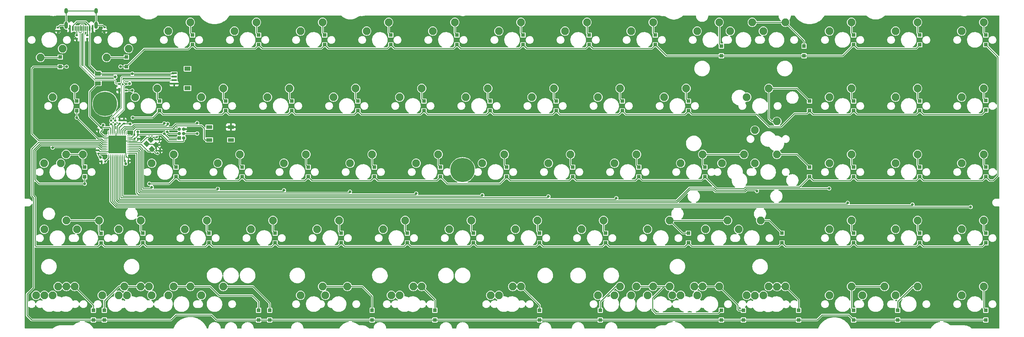
<source format=gbr>
%TF.GenerationSoftware,KiCad,Pcbnew,(7.0.0)*%
%TF.CreationDate,2023-03-04T14:45:49+01:00*%
%TF.ProjectId,qazimodo,71617a69-6d6f-4646-9f2e-6b696361645f,rev?*%
%TF.SameCoordinates,Original*%
%TF.FileFunction,Copper,L2,Bot*%
%TF.FilePolarity,Positive*%
%FSLAX46Y46*%
G04 Gerber Fmt 4.6, Leading zero omitted, Abs format (unit mm)*
G04 Created by KiCad (PCBNEW (7.0.0)) date 2023-03-04 14:45:49*
%MOMM*%
%LPD*%
G01*
G04 APERTURE LIST*
G04 Aperture macros list*
%AMRoundRect*
0 Rectangle with rounded corners*
0 $1 Rounding radius*
0 $2 $3 $4 $5 $6 $7 $8 $9 X,Y pos of 4 corners*
0 Add a 4 corners polygon primitive as box body*
4,1,4,$2,$3,$4,$5,$6,$7,$8,$9,$2,$3,0*
0 Add four circle primitives for the rounded corners*
1,1,$1+$1,$2,$3*
1,1,$1+$1,$4,$5*
1,1,$1+$1,$6,$7*
1,1,$1+$1,$8,$9*
0 Add four rect primitives between the rounded corners*
20,1,$1+$1,$2,$3,$4,$5,0*
20,1,$1+$1,$4,$5,$6,$7,0*
20,1,$1+$1,$6,$7,$8,$9,0*
20,1,$1+$1,$8,$9,$2,$3,0*%
%AMRotRect*
0 Rectangle, with rotation*
0 The origin of the aperture is its center*
0 $1 length*
0 $2 width*
0 $3 Rotation angle, in degrees counterclockwise*
0 Add horizontal line*
21,1,$1,$2,0,0,$3*%
G04 Aperture macros list end*
%TA.AperFunction,ComponentPad*%
%ADD10C,2.250000*%
%TD*%
%TA.AperFunction,ComponentPad*%
%ADD11C,2.200000*%
%TD*%
%TA.AperFunction,ComponentPad*%
%ADD12C,1.000000*%
%TD*%
%TA.AperFunction,ComponentPad*%
%ADD13C,7.001300*%
%TD*%
%TA.AperFunction,ComponentPad*%
%ADD14C,7.000240*%
%TD*%
%TA.AperFunction,SMDPad,CuDef*%
%ADD15R,1.800000X1.100000*%
%TD*%
%TA.AperFunction,SMDPad,CuDef*%
%ADD16R,1.100000X1.100000*%
%TD*%
%TA.AperFunction,SMDPad,CuDef*%
%ADD17RoundRect,0.140000X0.170000X-0.140000X0.170000X0.140000X-0.170000X0.140000X-0.170000X-0.140000X0*%
%TD*%
%TA.AperFunction,SMDPad,CuDef*%
%ADD18R,1.800000X1.200000*%
%TD*%
%TA.AperFunction,SMDPad,CuDef*%
%ADD19R,1.550000X0.600000*%
%TD*%
%TA.AperFunction,SMDPad,CuDef*%
%ADD20RoundRect,0.140000X0.219203X0.021213X0.021213X0.219203X-0.219203X-0.021213X-0.021213X-0.219203X0*%
%TD*%
%TA.AperFunction,SMDPad,CuDef*%
%ADD21RoundRect,0.135000X-0.185000X0.135000X-0.185000X-0.135000X0.185000X-0.135000X0.185000X0.135000X0*%
%TD*%
%TA.AperFunction,SMDPad,CuDef*%
%ADD22RoundRect,0.135000X0.135000X0.185000X-0.135000X0.185000X-0.135000X-0.185000X0.135000X-0.185000X0*%
%TD*%
%TA.AperFunction,SMDPad,CuDef*%
%ADD23RoundRect,0.140000X-0.021213X0.219203X-0.219203X0.021213X0.021213X-0.219203X0.219203X-0.021213X0*%
%TD*%
%TA.AperFunction,SMDPad,CuDef*%
%ADD24RoundRect,0.250000X-0.625000X0.375000X-0.625000X-0.375000X0.625000X-0.375000X0.625000X0.375000X0*%
%TD*%
%TA.AperFunction,SMDPad,CuDef*%
%ADD25RotRect,1.400000X1.200000X135.000000*%
%TD*%
%TA.AperFunction,SMDPad,CuDef*%
%ADD26R,0.600000X1.450000*%
%TD*%
%TA.AperFunction,SMDPad,CuDef*%
%ADD27R,0.300000X1.450000*%
%TD*%
%TA.AperFunction,ComponentPad*%
%ADD28O,1.000000X1.600000*%
%TD*%
%TA.AperFunction,ComponentPad*%
%ADD29O,1.000000X2.100000*%
%TD*%
%TA.AperFunction,SMDPad,CuDef*%
%ADD30R,0.700000X1.000000*%
%TD*%
%TA.AperFunction,SMDPad,CuDef*%
%ADD31R,0.700000X0.600000*%
%TD*%
%TA.AperFunction,SMDPad,CuDef*%
%ADD32RoundRect,0.140000X-0.140000X-0.170000X0.140000X-0.170000X0.140000X0.170000X-0.140000X0.170000X0*%
%TD*%
%TA.AperFunction,SMDPad,CuDef*%
%ADD33RoundRect,0.140000X-0.170000X0.140000X-0.170000X-0.140000X0.170000X-0.140000X0.170000X0.140000X0*%
%TD*%
%TA.AperFunction,ComponentPad*%
%ADD34R,1.000000X1.000000*%
%TD*%
%TA.AperFunction,ComponentPad*%
%ADD35O,1.000000X1.000000*%
%TD*%
%TA.AperFunction,SMDPad,CuDef*%
%ADD36RoundRect,0.062500X-0.062500X0.475000X-0.062500X-0.475000X0.062500X-0.475000X0.062500X0.475000X0*%
%TD*%
%TA.AperFunction,SMDPad,CuDef*%
%ADD37RoundRect,0.062500X-0.475000X0.062500X-0.475000X-0.062500X0.475000X-0.062500X0.475000X0.062500X0*%
%TD*%
%TA.AperFunction,SMDPad,CuDef*%
%ADD38R,5.200000X5.200000*%
%TD*%
%TA.AperFunction,ViaPad*%
%ADD39C,0.800000*%
%TD*%
%TA.AperFunction,Conductor*%
%ADD40C,0.250000*%
%TD*%
%TA.AperFunction,Conductor*%
%ADD41C,0.220000*%
%TD*%
%TA.AperFunction,Conductor*%
%ADD42C,0.200000*%
%TD*%
G04 APERTURE END LIST*
D10*
%TO.P,MX3,1,COL*%
%TO.N,COL2*%
X89852500Y-53022500D03*
%TO.P,MX3,2,ROW*%
%TO.N,Net-(D12-Pad2)*%
X96202500Y-50482500D03*
%TD*%
%TO.P,MX55b1,1,COL*%
%TO.N,COL0*%
X56515000Y-129222500D03*
%TO.P,MX55b1,2,ROW*%
%TO.N,Net-(D6-Pad2)*%
X62865000Y-126682500D03*
%TD*%
%TO.P,MX64a1,1,COL*%
%TO.N,COL9*%
X235109503Y-129224508D03*
%TO.P,MX64a1,2,ROW*%
%TO.N,Net-(D53-Pad2)*%
X241459503Y-126684508D03*
%TD*%
%TO.P,MX68,1,COL*%
%TO.N,COL13*%
X318452500Y-129222500D03*
%TO.P,MX68,2,ROW*%
%TO.N,Net-(D71-Pad2)*%
X324802500Y-126682500D03*
%TD*%
%TO.P,MX61,1,COL*%
%TO.N,COL6*%
X182759937Y-129222500D03*
%TO.P,MX61,2,ROW*%
%TO.N,Net-(D36-Pad2)*%
X189109937Y-126682500D03*
%TD*%
%TO.P,MX63a1,1,COL*%
%TO.N,COL8*%
X227965000Y-129222500D03*
%TO.P,MX63a1,2,ROW*%
%TO.N,Net-(D47-Pad2)*%
X234315000Y-126682500D03*
%TD*%
%TO.P,MX52,1,COL*%
%TO.N,COL11*%
X280352500Y-110172500D03*
%TO.P,MX52,2,ROW*%
%TO.N,Net-(D52-Pad2)*%
X286702500Y-107632500D03*
%TD*%
%TO.P,MX34,1,COL*%
%TO.N,COL4*%
X142240000Y-91122500D03*
%TO.P,MX34,2,ROW*%
%TO.N,Net-(D24-Pad2)*%
X148590000Y-88582500D03*
%TD*%
%TO.P,MX9,1,COL*%
%TO.N,COL8*%
X204152500Y-53022500D03*
%TO.P,MX9,2,ROW*%
%TO.N,Net-(D43-Pad2)*%
X210502500Y-50482500D03*
%TD*%
%TO.P,MX14,1,COL*%
%TO.N,COL13*%
X299402500Y-53022500D03*
%TO.P,MX14,2,ROW*%
%TO.N,Net-(D68-Pad2)*%
X305752500Y-50482500D03*
%TD*%
%TO.P,MX27,1,COL*%
%TO.N,COL11*%
X280352500Y-72072500D03*
%TO.P,MX27,2,ROW*%
%TO.N,Net-(D60-Pad2)*%
X286702500Y-69532500D03*
%TD*%
%TO.P,MX30a1,1,COL*%
%TO.N,COL0*%
X54065628Y-91122501D03*
%TO.P,MX30a1,2,ROW*%
%TO.N,Net-(D4-Pad2)*%
X60415628Y-88582501D03*
%TD*%
%TO.P,MX42,1,COL*%
%TO.N,COL12*%
X318452500Y-91122500D03*
%TO.P,MX42,2,ROW*%
%TO.N,Net-(D66-Pad2)*%
X324802500Y-88582500D03*
%TD*%
%TO.P,MX39a1,1,COL*%
%TO.N,COL9*%
X237490000Y-91122500D03*
%TO.P,MX39a1,2,ROW*%
%TO.N,Net-(D51-Pad2)*%
X243840000Y-88582500D03*
%TD*%
%TO.P,MX50,1,COL*%
%TO.N,COL7*%
X208915000Y-110172500D03*
%TO.P,MX50,2,ROW*%
%TO.N,Net-(D40-Pad2)*%
X215265000Y-107632500D03*
%TD*%
%TO.P,MX60b1,1,COL*%
%TO.N,COL5*%
X156527500Y-129222500D03*
%TO.P,MX60b1,2,ROW*%
%TO.N,Net-(D31-Pad2)*%
X162877500Y-126682500D03*
%TD*%
%TO.P,MX25,1,COL*%
%TO.N,COL9*%
X232727500Y-72072500D03*
%TO.P,MX25,2,ROW*%
%TO.N,Net-(D50-Pad2)*%
X239077500Y-69532500D03*
%TD*%
%TO.P,MX11,1,COL*%
%TO.N,COL10*%
X242252500Y-53022500D03*
%TO.P,MX11,2,ROW*%
%TO.N,Net-(D54-Pad2)*%
X248602500Y-50482500D03*
%TD*%
%TO.P,MX62,1,COL*%
%TO.N,COL7*%
X213677500Y-129222500D03*
%TO.P,MX62,2,ROW*%
%TO.N,Net-(D41-Pad2)*%
X220027500Y-126682500D03*
%TD*%
%TO.P,MX57b1,1,COL*%
%TO.N,COL2*%
X85090000Y-129222500D03*
%TO.P,MX57b1,2,ROW*%
%TO.N,Net-(D16-Pad2)*%
X91440000Y-126682500D03*
%TD*%
%TO.P,MX41,1,COL*%
%TO.N,COL11*%
X299402500Y-91122500D03*
%TO.P,MX41,2,ROW*%
%TO.N,Net-(D61-Pad2)*%
X305752500Y-88582500D03*
%TD*%
%TO.P,MX54,1,COL*%
%TO.N,COL13*%
X318452500Y-110172500D03*
%TO.P,MX54,2,ROW*%
%TO.N,Net-(D62-Pad2)*%
X324802500Y-107632500D03*
%TD*%
%TO.P,MX12a1,1,COL*%
%TO.N,COL11*%
X251777500Y-53022500D03*
%TO.P,MX12a1,2,ROW*%
%TO.N,Net-(D59-Pad2)*%
X258127500Y-50482500D03*
%TD*%
%TO.P,MX65a1,1,COL*%
%TO.N,COL10*%
X258912743Y-129282903D03*
%TO.P,MX65a1,2,ROW*%
%TO.N,Net-(D58-Pad2)*%
X265262743Y-126742903D03*
%TD*%
D11*
%TO.P,MX60c1,1,COL*%
%TO.N,COL5*%
X156527500Y-129222500D03*
%TO.P,MX60c1,2,ROW*%
%TO.N,Net-(D31-Pad2)*%
X162877500Y-126682500D03*
%TD*%
D10*
%TO.P,MX45,1,COL*%
%TO.N,COL2*%
X113665000Y-110172500D03*
%TO.P,MX45,2,ROW*%
%TO.N,Net-(D15-Pad2)*%
X120015000Y-107632500D03*
%TD*%
%TO.P,MX67,1,COL*%
%TO.N,COL12*%
X299402500Y-129222500D03*
%TO.P,MX67,2,ROW*%
%TO.N,Net-(D67-Pad2)*%
X305752500Y-126682500D03*
%TD*%
%TO.P,MX53,1,COL*%
%TO.N,COL12*%
X299402500Y-110172500D03*
%TO.P,MX53,2,ROW*%
%TO.N,Net-(D57-Pad2)*%
X305752500Y-107632500D03*
%TD*%
%TO.P,MX33,1,COL*%
%TO.N,COL3*%
X123190000Y-91122500D03*
%TO.P,MX33,2,ROW*%
%TO.N,Net-(D19-Pad2)*%
X129540000Y-88582500D03*
%TD*%
%TO.P,MX8,1,COL*%
%TO.N,COL7*%
X185102500Y-53022500D03*
%TO.P,MX8,2,ROW*%
%TO.N,Net-(D37-Pad2)*%
X191452500Y-50482500D03*
%TD*%
%TO.P,MX38,1,COL*%
%TO.N,COL8*%
X218440000Y-91122500D03*
%TO.P,MX38,2,ROW*%
%TO.N,Net-(D45-Pad2)*%
X224790000Y-88582500D03*
%TD*%
%TO.P,MX48,1,COL*%
%TO.N,COL5*%
X170815000Y-110172500D03*
%TO.P,MX48,2,ROW*%
%TO.N,Net-(D30-Pad2)*%
X177165000Y-107632500D03*
%TD*%
%TO.P,MX19,1,COL*%
%TO.N,COL3*%
X118427500Y-72072500D03*
%TO.P,MX19,2,ROW*%
%TO.N,Net-(D18-Pad2)*%
X124777500Y-69532500D03*
%TD*%
%TO.P,MX26a1,1,COL*%
%TO.N,COL10*%
X258889500Y-81597500D03*
%TO.P,MX26a1,2,ROW*%
%TO.N,Net-(D55-Pad2)*%
X265239500Y-79057500D03*
%TD*%
%TO.P,MX10,1,COL*%
%TO.N,COL9*%
X223202500Y-53022500D03*
%TO.P,MX10,2,ROW*%
%TO.N,Net-(D49-Pad2)*%
X229552500Y-50482500D03*
%TD*%
%TO.P,MX21,1,COL*%
%TO.N,COL5*%
X156527500Y-72072500D03*
%TO.P,MX21,2,ROW*%
%TO.N,Net-(D28-Pad2)*%
X162877500Y-69532500D03*
%TD*%
%TO.P,MX66a1,1,COL*%
%TO.N,COL11*%
X289877500Y-129222500D03*
%TO.P,MX66a1,2,ROW*%
%TO.N,Net-(D63-Pad2)*%
X296227500Y-126682500D03*
%TD*%
%TO.P,MX64c1,1,COL*%
%TO.N,COL9*%
X237490000Y-129222500D03*
%TO.P,MX64c1,2,ROW*%
%TO.N,Net-(D53-Pad2)*%
X243840000Y-126682500D03*
%TD*%
%TO.P,MX37,1,COL*%
%TO.N,COL7*%
X199390000Y-91122500D03*
%TO.P,MX37,2,ROW*%
%TO.N,Net-(D39-Pad2)*%
X205740000Y-88582500D03*
%TD*%
%TO.P,MX64,1,COL*%
%TO.N,COL9*%
X237490000Y-129222500D03*
%TO.P,MX64,2,ROW*%
%TO.N,Net-(D53-Pad2)*%
X243840000Y-126682500D03*
%TD*%
%TO.P,MX46,1,COL*%
%TO.N,COL3*%
X132715000Y-110172500D03*
%TO.P,MX46,2,ROW*%
%TO.N,Net-(D20-Pad2)*%
X139065000Y-107632500D03*
%TD*%
%TO.P,MX39,1,COL*%
%TO.N,COL9*%
X249364500Y-91122500D03*
%TO.P,MX39,2,ROW*%
%TO.N,Net-(D51-Pad2)*%
X255714500Y-88582500D03*
%TD*%
%TO.P,MX44,1,COL*%
%TO.N,COL1*%
X94615000Y-110172500D03*
%TO.P,MX44,2,ROW*%
%TO.N,Net-(D10-Pad2)*%
X100965000Y-107632500D03*
%TD*%
%TO.P,MX26,1,COL*%
%TO.N,COL10*%
X256540000Y-72072500D03*
%TO.P,MX26,2,ROW*%
%TO.N,Net-(D55-Pad2)*%
X262890000Y-69532500D03*
%TD*%
%TO.P,MX61a1,1,COL*%
%TO.N,COL6*%
X185102500Y-129222500D03*
%TO.P,MX61a1,2,ROW*%
%TO.N,Net-(D36-Pad2)*%
X191452500Y-126682500D03*
%TD*%
%TO.P,MX30,1,COL*%
%TO.N,COL0*%
X58864500Y-91122500D03*
%TO.P,MX30,2,ROW*%
%TO.N,Net-(D4-Pad2)*%
X65214500Y-88582500D03*
%TD*%
%TO.P,MX40,1,COL*%
%TO.N,COL10*%
X280352500Y-91122500D03*
%TO.P,MX40,2,ROW*%
%TO.N,Net-(D56-Pad2)*%
X286702500Y-88582500D03*
%TD*%
%TO.P,MX49,1,COL*%
%TO.N,COL6*%
X189865000Y-110172500D03*
%TO.P,MX49,2,ROW*%
%TO.N,Net-(D35-Pad2)*%
X196215000Y-107632500D03*
%TD*%
%TO.P,MX23,1,COL*%
%TO.N,COL7*%
X194627500Y-72072500D03*
%TO.P,MX23,2,ROW*%
%TO.N,Net-(D38-Pad2)*%
X200977500Y-69532500D03*
%TD*%
%TO.P,MX24,1,COL*%
%TO.N,COL8*%
X213677500Y-72072500D03*
%TO.P,MX24,2,ROW*%
%TO.N,Net-(D44-Pad2)*%
X220027500Y-69532500D03*
%TD*%
%TO.P,MX55,1,COL*%
%TO.N,COL0*%
X51752500Y-129222500D03*
%TO.P,MX55,2,ROW*%
%TO.N,Net-(D6-Pad2)*%
X58102500Y-126682500D03*
%TD*%
%TO.P,MX2,1,COL*%
%TO.N,COL1*%
X78422500Y-58102500D03*
%TO.P,MX2,2,ROW*%
%TO.N,Net-(D7-Pad2)*%
X72072500Y-60642500D03*
%TD*%
%TO.P,MX31,1,COL*%
%TO.N,COL1*%
X85090000Y-91122500D03*
%TO.P,MX31,2,ROW*%
%TO.N,Net-(D9-Pad2)*%
X91440000Y-88582500D03*
%TD*%
%TO.P,MX63b1,1,COL*%
%TO.N,COL8*%
X218440000Y-129222500D03*
%TO.P,MX63b1,2,ROW*%
%TO.N,Net-(D47-Pad2)*%
X224790000Y-126682500D03*
%TD*%
%TO.P,MX58,1,COL*%
%TO.N,COL3*%
X99377500Y-129222500D03*
%TO.P,MX58,2,ROW*%
%TO.N,Net-(D21-Pad2)*%
X105727500Y-126682500D03*
%TD*%
%TO.P,MX29,1,COL*%
%TO.N,COL13*%
X318452500Y-72072500D03*
%TO.P,MX29,2,ROW*%
%TO.N,Net-(D69-Pad2)*%
X324802500Y-69532500D03*
%TD*%
%TO.P,MX57a1,1,COL*%
%TO.N,COL2*%
X89852500Y-129222500D03*
%TO.P,MX57a1,2,ROW*%
%TO.N,Net-(D16-Pad2)*%
X96202500Y-126682500D03*
%TD*%
%TO.P,MX32,1,COL*%
%TO.N,COL2*%
X104140000Y-91122500D03*
%TO.P,MX32,2,ROW*%
%TO.N,Net-(D14-Pad2)*%
X110490000Y-88582500D03*
%TD*%
%TO.P,MX12,1,COL*%
%TO.N,COL11*%
X261302500Y-53022500D03*
%TO.P,MX12,2,ROW*%
%TO.N,Net-(D59-Pad2)*%
X267652500Y-50482500D03*
%TD*%
%TO.P,MX17,1,COL*%
%TO.N,COL1*%
X80327500Y-72072500D03*
%TO.P,MX17,2,ROW*%
%TO.N,Net-(D8-Pad2)*%
X86677500Y-69532500D03*
%TD*%
%TO.P,MX16,1,COL*%
%TO.N,COL0*%
X56515000Y-72072500D03*
%TO.P,MX16,2,ROW*%
%TO.N,Net-(D3-Pad2)*%
X62865000Y-69532500D03*
%TD*%
%TO.P,MX55a1,1,COL*%
%TO.N,COL0*%
X54151621Y-129222500D03*
%TO.P,MX55a1,2,ROW*%
%TO.N,Net-(D6-Pad2)*%
X60501621Y-126682500D03*
%TD*%
%TO.P,MX60a1,1,COL*%
%TO.N,COL5*%
X154114500Y-129222500D03*
%TO.P,MX60a1,2,ROW*%
%TO.N,Net-(D31-Pad2)*%
X160464500Y-126682500D03*
%TD*%
%TO.P,MX36,1,COL*%
%TO.N,COL6*%
X180340000Y-91122500D03*
%TO.P,MX36,2,ROW*%
%TO.N,Net-(D34-Pad2)*%
X186690000Y-88582500D03*
%TD*%
%TO.P,MX59a1,1,COL*%
%TO.N,COL4*%
X127952500Y-129222500D03*
%TO.P,MX59a1,2,ROW*%
%TO.N,Net-(D26-Pad2)*%
X134302500Y-126682500D03*
%TD*%
%TO.P,MX51b1,1,COL*%
%TO.N,COL8*%
X244665500Y-110172500D03*
%TO.P,MX51b1,2,ROW*%
%TO.N,Net-(D46-Pad2)*%
X251015500Y-107632500D03*
%TD*%
%TO.P,MX5,1,COL*%
%TO.N,COL4*%
X127952500Y-53022500D03*
%TO.P,MX5,2,ROW*%
%TO.N,Net-(D22-Pad2)*%
X134302500Y-50482500D03*
%TD*%
%TO.P,MX7,1,COL*%
%TO.N,COL6*%
X166052500Y-53022500D03*
%TO.P,MX7,2,ROW*%
%TO.N,Net-(D32-Pad2)*%
X172402500Y-50482500D03*
%TD*%
%TO.P,MX18,1,COL*%
%TO.N,COL2*%
X99377500Y-72072500D03*
%TO.P,MX18,2,ROW*%
%TO.N,Net-(D13-Pad2)*%
X105727500Y-69532500D03*
%TD*%
%TO.P,MX15,1,COL*%
%TO.N,COL13*%
X318452500Y-53022500D03*
%TO.P,MX15,2,ROW*%
%TO.N,Net-(D70-Pad2)*%
X324802500Y-50482500D03*
%TD*%
%TO.P,MX56b1,1,COL*%
%TO.N,COL1*%
X75565000Y-129222500D03*
%TO.P,MX56b1,2,ROW*%
%TO.N,Net-(D11-Pad2)*%
X81915000Y-126682500D03*
%TD*%
%TO.P,MX63,1,COL*%
%TO.N,COL8*%
X223202500Y-129222500D03*
%TO.P,MX63,2,ROW*%
%TO.N,Net-(D47-Pad2)*%
X229552500Y-126682500D03*
%TD*%
%TO.P,MX4,1,COL*%
%TO.N,COL3*%
X108902500Y-53022500D03*
%TO.P,MX4,2,ROW*%
%TO.N,Net-(D17-Pad2)*%
X115252500Y-50482500D03*
%TD*%
%TO.P,MX20,1,COL*%
%TO.N,COL4*%
X137477500Y-72072500D03*
%TO.P,MX20,2,ROW*%
%TO.N,Net-(D23-Pad2)*%
X143827500Y-69532500D03*
%TD*%
%TO.P,MX28,1,COL*%
%TO.N,COL12*%
X299402500Y-72072500D03*
%TO.P,MX28,2,ROW*%
%TO.N,Net-(D65-Pad2)*%
X305752500Y-69532500D03*
%TD*%
%TO.P,MX51,1,COL*%
%TO.N,COL8*%
X227965000Y-110172500D03*
%TO.P,MX51,2,ROW*%
%TO.N,Net-(D46-Pad2)*%
X234315000Y-107632500D03*
%TD*%
%TO.P,MX35,1,COL*%
%TO.N,COL5*%
X161290000Y-91122500D03*
%TO.P,MX35,2,ROW*%
%TO.N,Net-(D29-Pad2)*%
X167640000Y-88582500D03*
%TD*%
%TO.P,MX66,1,COL*%
%TO.N,COL11*%
X280352500Y-129222500D03*
%TO.P,MX66,2,ROW*%
%TO.N,Net-(D63-Pad2)*%
X286702500Y-126682500D03*
%TD*%
%TO.P,MX65,1,COL*%
%TO.N,COL10*%
X256540000Y-129222500D03*
%TO.P,MX65,2,ROW*%
%TO.N,Net-(D58-Pad2)*%
X262890000Y-126682500D03*
%TD*%
%TO.P,MX51a1,1,COL*%
%TO.N,COL8*%
X254190500Y-110172500D03*
%TO.P,MX51a1,2,ROW*%
%TO.N,Net-(D42-Pad2)*%
X260540500Y-107632500D03*
%TD*%
%TO.P,MX59,1,COL*%
%TO.N,COL4*%
X135128000Y-129222500D03*
%TO.P,MX59,2,ROW*%
%TO.N,Net-(D26-Pad2)*%
X141478000Y-126682500D03*
%TD*%
%TO.P,MX64b1,1,COL*%
%TO.N,COL9*%
X242252500Y-129222500D03*
%TO.P,MX64b1,2,ROW*%
%TO.N,Net-(D53-Pad2)*%
X248602500Y-126682500D03*
%TD*%
%TO.P,MX47,1,COL*%
%TO.N,COL4*%
X151765000Y-110172500D03*
%TO.P,MX47,2,ROW*%
%TO.N,Net-(D25-Pad2)*%
X158115000Y-107632500D03*
%TD*%
D12*
%TO.P,,1,1*%
%TO.N,N/C*%
X69325000Y-73991000D03*
X69325000Y-73991000D03*
X69998654Y-72364654D03*
X69998654Y-72364654D03*
X69998654Y-75617346D03*
X69998654Y-75617346D03*
X71625000Y-71691000D03*
X71625000Y-71691000D03*
D13*
%TO.N,Net-(C_USBSHIELD1-Pad1)*%
X71625000Y-73991000D03*
%TO.N,N/C*%
X71625000Y-73991000D03*
D12*
X71625000Y-76291000D03*
X71625000Y-76291000D03*
X73251346Y-72364654D03*
X73251346Y-72364654D03*
X73251346Y-75617346D03*
X73251346Y-75617346D03*
X73925000Y-73991000D03*
X73925000Y-73991000D03*
D14*
%TO.P,,2*%
X174625000Y-93091000D03*
X174625000Y-93091000D03*
%TD*%
D10*
%TO.P,MX39b1,1,COL*%
%TO.N,COL9*%
X258889500Y-91122500D03*
%TO.P,MX39b1,2,ROW*%
%TO.N,Net-(D48-Pad2)*%
X265239500Y-88582500D03*
%TD*%
%TO.P,MX56,1,COL*%
%TO.N,COL1*%
X70802500Y-129222500D03*
%TO.P,MX56,2,ROW*%
%TO.N,Net-(D11-Pad2)*%
X77152500Y-126682500D03*
%TD*%
%TO.P,MX43b1,1,COL*%
%TO.N,COL0*%
X75565000Y-110172500D03*
%TO.P,MX43b1,2,ROW*%
%TO.N,Net-(D1-Pad2)*%
X81915000Y-107632500D03*
%TD*%
%TO.P,MX43a1,1,COL*%
%TO.N,COL0*%
X54109685Y-110187971D03*
%TO.P,MX43a1,2,ROW*%
%TO.N,Net-(D5-Pad2)*%
X60459685Y-107647971D03*
%TD*%
%TO.P,MX65b1,1,COL*%
%TO.N,COL10*%
X261302500Y-129222500D03*
%TO.P,MX65b1,2,ROW*%
%TO.N,Net-(D58-Pad2)*%
X267652500Y-126682500D03*
%TD*%
%TO.P,MX22,1,COL*%
%TO.N,COL6*%
X175577500Y-72072500D03*
%TO.P,MX22,2,ROW*%
%TO.N,Net-(D33-Pad2)*%
X181927500Y-69532500D03*
%TD*%
%TO.P,MX56a1,1,COL*%
%TO.N,COL1*%
X77957877Y-129249345D03*
%TO.P,MX56a1,2,ROW*%
%TO.N,Net-(D11-Pad2)*%
X84307877Y-126709345D03*
%TD*%
%TO.P,MX13,1,COL*%
%TO.N,COL12*%
X280352500Y-53022500D03*
%TO.P,MX13,2,ROW*%
%TO.N,Net-(D64-Pad2)*%
X286702500Y-50482500D03*
%TD*%
%TO.P,MX6,1,COL*%
%TO.N,COL5*%
X147002500Y-53022500D03*
%TO.P,MX6,2,ROW*%
%TO.N,Net-(D27-Pad2)*%
X153352500Y-50482500D03*
%TD*%
%TO.P,MX60,1,COL*%
%TO.N,COL5*%
X156527500Y-129222500D03*
%TO.P,MX60,2,ROW*%
%TO.N,Net-(D31-Pad2)*%
X162877500Y-126682500D03*
%TD*%
%TO.P,MX1,1,COL*%
%TO.N,COL0*%
X59372500Y-58102500D03*
%TO.P,MX1,2,ROW*%
%TO.N,Net-(D2-Pad2)*%
X53022500Y-60642500D03*
%TD*%
%TO.P,MX43,1,COL*%
%TO.N,COL0*%
X63563500Y-110172500D03*
%TO.P,MX43,2,ROW*%
%TO.N,Net-(D5-Pad2)*%
X69913500Y-107632500D03*
%TD*%
D15*
%TO.P,SW_Reset1,1,1*%
%TO.N,GND*%
X107874999Y-80699999D03*
%TO.P,SW_Reset1,2,2*%
%TO.N,RESET*%
X101674999Y-84399999D03*
%TO.P,SW_Reset1,3*%
%TO.N,N/C*%
X107874999Y-84399999D03*
%TO.P,SW_Reset1,4*%
X101674999Y-80699999D03*
%TD*%
D16*
%TO.P,D7,1,K*%
%TO.N,ROW0*%
X77787499Y-63312499D03*
%TO.P,D7,2,A*%
%TO.N,Net-(D7-Pad2)*%
X77787499Y-60512499D03*
%TD*%
%TO.P,D42,1,K*%
%TO.N,ROW3*%
X266699999Y-114112499D03*
%TO.P,D42,2,A*%
%TO.N,Net-(D42-Pad2)*%
X266699999Y-111312499D03*
%TD*%
%TO.P,D48,1,K*%
%TO.N,ROW2*%
X274637499Y-95062499D03*
%TO.P,D48,2,A*%
%TO.N,Net-(D48-Pad2)*%
X274637499Y-92262499D03*
%TD*%
D17*
%TO.P,C2,1*%
%TO.N,+5V*%
X69723000Y-88364000D03*
%TO.P,C2,2*%
%TO.N,GND*%
X69723000Y-87404000D03*
%TD*%
D16*
%TO.P,D11,1,K*%
%TO.N,ROW4*%
X71437499Y-136337499D03*
%TO.P,D11,2,A*%
%TO.N,Net-(D11-Pad2)*%
X71437499Y-133537499D03*
%TD*%
%TO.P,D58,1,K*%
%TO.N,ROW4*%
X271462499Y-136337499D03*
%TO.P,D58,2,A*%
%TO.N,Net-(D58-Pad2)*%
X271462499Y-133537499D03*
%TD*%
D18*
%TO.P,J2,*%
%TO.N,*%
X95412499Y-63874999D03*
X95412499Y-69474999D03*
D19*
%TO.P,J2,1,Pin_1*%
%TO.N,VCC*%
X91537499Y-65174999D03*
%TO.P,J2,2,Pin_2*%
%TO.N,D-*%
X91537499Y-66174999D03*
%TO.P,J2,3,Pin_3*%
%TO.N,D+*%
X91537499Y-67174999D03*
%TO.P,J2,4,Pin_4*%
%TO.N,GND*%
X91537499Y-68174999D03*
%TD*%
D16*
%TO.P,D71,1,K*%
%TO.N,ROW4*%
X325437499Y-136337499D03*
%TO.P,D71,2,A*%
%TO.N,Net-(D71-Pad2)*%
X325437499Y-133537499D03*
%TD*%
%TO.P,D52,1,K*%
%TO.N,ROW3*%
X287337499Y-114112499D03*
%TO.P,D52,2,A*%
%TO.N,Net-(D52-Pad2)*%
X287337499Y-111312499D03*
%TD*%
%TO.P,D15,1,K*%
%TO.N,ROW3*%
X120649999Y-114112499D03*
%TO.P,D15,2,A*%
%TO.N,Net-(D15-Pad2)*%
X120649999Y-111312499D03*
%TD*%
%TO.P,D38,1,K*%
%TO.N,ROW1*%
X201612499Y-76012499D03*
%TO.P,D38,2,A*%
%TO.N,Net-(D38-Pad2)*%
X201612499Y-73212499D03*
%TD*%
%TO.P,D50,1,K*%
%TO.N,ROW1*%
X239712499Y-76012499D03*
%TO.P,D50,2,A*%
%TO.N,Net-(D50-Pad2)*%
X239712499Y-73212499D03*
%TD*%
%TO.P,D62,1,K*%
%TO.N,ROW3*%
X325437499Y-114112499D03*
%TO.P,D62,2,A*%
%TO.N,Net-(D62-Pad2)*%
X325437499Y-111312499D03*
%TD*%
%TO.P,D70,1,K*%
%TO.N,ROW2*%
X325437499Y-56962499D03*
%TO.P,D70,2,A*%
%TO.N,Net-(D70-Pad2)*%
X325437499Y-54162499D03*
%TD*%
%TO.P,D16,1,K*%
%TO.N,ROW4*%
X115887499Y-136337499D03*
%TO.P,D16,2,A*%
%TO.N,Net-(D16-Pad2)*%
X115887499Y-133537499D03*
%TD*%
D20*
%TO.P,C4,1*%
%TO.N,GND*%
X87215030Y-84286411D03*
%TO.P,C4,2*%
%TO.N,XTAL2*%
X86536208Y-83607589D03*
%TD*%
D16*
%TO.P,D66,1,K*%
%TO.N,ROW2*%
X325437499Y-95062499D03*
%TO.P,D66,2,A*%
%TO.N,Net-(D66-Pad2)*%
X325437499Y-92262499D03*
%TD*%
%TO.P,D18,1,K*%
%TO.N,ROW1*%
X125412499Y-76012499D03*
%TO.P,D18,2,A*%
%TO.N,Net-(D18-Pad2)*%
X125412499Y-73212499D03*
%TD*%
%TO.P,D61,1,K*%
%TO.N,ROW2*%
X306387499Y-95062499D03*
%TO.P,D61,2,A*%
%TO.N,Net-(D61-Pad2)*%
X306387499Y-92262499D03*
%TD*%
%TO.P,D41,1,K*%
%TO.N,ROW4*%
X214312499Y-136337499D03*
%TO.P,D41,2,A*%
%TO.N,Net-(D41-Pad2)*%
X214312499Y-133537499D03*
%TD*%
D21*
%TO.P,R1,1*%
%TO.N,D-*%
X73406000Y-78865000D03*
%TO.P,R1,2*%
%TO.N,Net-(R1-Pad2)*%
X73406000Y-79885000D03*
%TD*%
%TO.P,R2,1*%
%TO.N,D+*%
X74549000Y-78865000D03*
%TO.P,R2,2*%
%TO.N,Net-(R2-Pad2)*%
X74549000Y-79885000D03*
%TD*%
D16*
%TO.P,D34,1,K*%
%TO.N,ROW2*%
X187324999Y-95062499D03*
%TO.P,D34,2,A*%
%TO.N,Net-(D34-Pad2)*%
X187324999Y-92262499D03*
%TD*%
%TO.P,D65,1,K*%
%TO.N,ROW1*%
X306387499Y-76012499D03*
%TO.P,D65,2,A*%
%TO.N,Net-(D65-Pad2)*%
X306387499Y-73212499D03*
%TD*%
%TO.P,D4,1,K*%
%TO.N,ROW2*%
X65784191Y-95051704D03*
%TO.P,D4,2,A*%
%TO.N,Net-(D4-Pad2)*%
X65784191Y-92251704D03*
%TD*%
%TO.P,D14,1,K*%
%TO.N,ROW2*%
X111124999Y-95062499D03*
%TO.P,D14,2,A*%
%TO.N,Net-(D14-Pad2)*%
X111124999Y-92262499D03*
%TD*%
%TO.P,D47,1,K*%
%TO.N,ROW4*%
X249237499Y-136337499D03*
%TO.P,D47,2,A*%
%TO.N,Net-(D47-Pad2)*%
X249237499Y-133537499D03*
%TD*%
%TO.P,D57,1,K*%
%TO.N,ROW3*%
X306387499Y-114112499D03*
%TO.P,D57,2,A*%
%TO.N,Net-(D57-Pad2)*%
X306387499Y-111312499D03*
%TD*%
D22*
%TO.P,R4,1*%
%TO.N,+5V*%
X81091500Y-82931000D03*
%TO.P,R4,2*%
%TO.N,RESET*%
X80071500Y-82931000D03*
%TD*%
D16*
%TO.P,D51,1,K*%
%TO.N,ROW2*%
X244474999Y-95062499D03*
%TO.P,D51,2,A*%
%TO.N,Net-(D51-Pad2)*%
X244474999Y-92262499D03*
%TD*%
%TO.P,D49,1,K*%
%TO.N,ROW0*%
X230187499Y-56962499D03*
%TO.P,D49,2,A*%
%TO.N,Net-(D49-Pad2)*%
X230187499Y-54162499D03*
%TD*%
D21*
%TO.P,R_USBSHIELD1,1*%
%TO.N,Net-(C_USBSHIELD1-Pad1)*%
X71501000Y-51941000D03*
%TO.P,R_USBSHIELD1,2*%
%TO.N,GND*%
X71501000Y-52961000D03*
%TD*%
D16*
%TO.P,D45,1,K*%
%TO.N,ROW2*%
X225424999Y-95062499D03*
%TO.P,D45,2,A*%
%TO.N,Net-(D45-Pad2)*%
X225424999Y-92262499D03*
%TD*%
D23*
%TO.P,C8,1*%
%TO.N,+5V*%
X70443411Y-80813589D03*
%TO.P,C8,2*%
%TO.N,GND*%
X69764589Y-81492411D03*
%TD*%
D16*
%TO.P,D17,1,K*%
%TO.N,ROW0*%
X115887499Y-56962499D03*
%TO.P,D17,2,A*%
%TO.N,Net-(D17-Pad2)*%
X115887499Y-54162499D03*
%TD*%
D24*
%TO.P,F1,1*%
%TO.N,VCC*%
X69596000Y-65275000D03*
%TO.P,F1,2*%
%TO.N,+5V*%
X69596000Y-68075000D03*
%TD*%
D16*
%TO.P,D10,1,K*%
%TO.N,ROW3*%
X101599999Y-114112499D03*
%TO.P,D10,2,A*%
%TO.N,Net-(D10-Pad2)*%
X101599999Y-111312499D03*
%TD*%
D21*
%TO.P,R_USB1,1*%
%TO.N,Net-(J3-PadA5)*%
X63500000Y-54227000D03*
%TO.P,R_USB1,2*%
%TO.N,GND*%
X63500000Y-55247000D03*
%TD*%
D16*
%TO.P,D19,1,K*%
%TO.N,ROW2*%
X130174999Y-95062499D03*
%TO.P,D19,2,A*%
%TO.N,Net-(D19-Pad2)*%
X130174999Y-92262499D03*
%TD*%
%TO.P,D5,1,K*%
%TO.N,ROW3*%
X70515674Y-114126367D03*
%TO.P,D5,2,A*%
%TO.N,Net-(D5-Pad2)*%
X70515674Y-111326367D03*
%TD*%
D21*
%TO.P,R_USB2,1*%
%TO.N,Net-(J3-PadB5)*%
X66548000Y-54227000D03*
%TO.P,R_USB2,2*%
%TO.N,GND*%
X66548000Y-55247000D03*
%TD*%
D16*
%TO.P,D64,1,K*%
%TO.N,ROW0*%
X287337499Y-56962499D03*
%TO.P,D64,2,A*%
%TO.N,Net-(D64-Pad2)*%
X287337499Y-54162499D03*
%TD*%
%TO.P,D26,1,K*%
%TO.N,ROW4*%
X148589999Y-136337499D03*
%TO.P,D26,2,A*%
%TO.N,Net-(D26-Pad2)*%
X148589999Y-133537499D03*
%TD*%
%TO.P,D36,1,K*%
%TO.N,ROW4*%
X196849999Y-136337499D03*
%TO.P,D36,2,A*%
%TO.N,Net-(D36-Pad2)*%
X196849999Y-133537499D03*
%TD*%
D25*
%TO.P,Y1,1,1*%
%TO.N,XTAL1*%
X85147395Y-87103857D03*
%TO.P,Y1,2,2*%
%TO.N,GND*%
X83591760Y-85548222D03*
%TO.P,Y1,3,3*%
%TO.N,XTAL2*%
X84793841Y-84346141D03*
%TO.P,Y1,4,4*%
%TO.N,GND*%
X86349476Y-85901776D03*
%TD*%
D16*
%TO.P,D22,1,K*%
%TO.N,ROW0*%
X134937499Y-56962499D03*
%TO.P,D22,2,A*%
%TO.N,Net-(D22-Pad2)*%
X134937499Y-54162499D03*
%TD*%
D26*
%TO.P,J3,A1,GND*%
%TO.N,GND*%
X61519999Y-52252999D03*
%TO.P,J3,A4,VBUS*%
%TO.N,VCC*%
X62319999Y-52252999D03*
D27*
%TO.P,J3,A5,CC1*%
%TO.N,Net-(J3-PadA5)*%
X63519999Y-52252999D03*
%TO.P,J3,A6,D+*%
%TO.N,D+*%
X64519999Y-52252999D03*
%TO.P,J3,A7,D-*%
%TO.N,D-*%
X65019999Y-52252999D03*
%TO.P,J3,A8,SBU1*%
%TO.N,unconnected-(J3-PadA8)*%
X66019999Y-52252999D03*
D26*
%TO.P,J3,A9,VBUS*%
%TO.N,VCC*%
X67219999Y-52252999D03*
%TO.P,J3,A12,GND*%
%TO.N,GND*%
X68019999Y-52252999D03*
%TO.P,J3,B1,GND*%
X68019999Y-52252999D03*
%TO.P,J3,B4,VBUS*%
%TO.N,VCC*%
X67219999Y-52252999D03*
D27*
%TO.P,J3,B5,CC2*%
%TO.N,Net-(J3-PadB5)*%
X66519999Y-52252999D03*
%TO.P,J3,B6,D+*%
%TO.N,D+*%
X65519999Y-52252999D03*
%TO.P,J3,B7,D-*%
%TO.N,D-*%
X64019999Y-52252999D03*
%TO.P,J3,B8,SBU2*%
%TO.N,unconnected-(J3-PadB8)*%
X63019999Y-52252999D03*
D26*
%TO.P,J3,B9,VBUS*%
%TO.N,VCC*%
X62319999Y-52252999D03*
%TO.P,J3,B12,GND*%
%TO.N,GND*%
X61519999Y-52252999D03*
D28*
%TO.P,J3,S1,SHIELD*%
%TO.N,Net-(C_USBSHIELD1-Pad1)*%
X60449999Y-47157999D03*
D29*
X60449999Y-51337999D03*
D28*
X69089999Y-47157999D03*
D29*
X69089999Y-51337999D03*
%TD*%
D16*
%TO.P,D31,1,K*%
%TO.N,ROW4*%
X166687499Y-136337499D03*
%TO.P,D31,2,A*%
%TO.N,Net-(D31-Pad2)*%
X166687499Y-133537499D03*
%TD*%
%TO.P,D28,1,K*%
%TO.N,ROW1*%
X163512499Y-76012499D03*
%TO.P,D28,2,A*%
%TO.N,Net-(D28-Pad2)*%
X163512499Y-73212499D03*
%TD*%
D30*
%TO.P,D72,1,GND*%
%TO.N,GND*%
X75707999Y-69964999D03*
D31*
%TO.P,D72,2,I/O1*%
%TO.N,D-*%
X75707999Y-68264999D03*
%TO.P,D72,3,I/O2*%
%TO.N,D+*%
X77707999Y-68264999D03*
%TO.P,D72,4,VCC*%
%TO.N,VCC*%
X77707999Y-70164999D03*
%TD*%
D16*
%TO.P,D63,1,K*%
%TO.N,ROW4*%
X287337499Y-136337499D03*
%TO.P,D63,2,A*%
%TO.N,Net-(D63-Pad2)*%
X287337499Y-133537499D03*
%TD*%
%TO.P,D44,1,K*%
%TO.N,ROW1*%
X220662499Y-76012499D03*
%TO.P,D44,2,A*%
%TO.N,Net-(D44-Pad2)*%
X220662499Y-73212499D03*
%TD*%
%TO.P,D68,1,K*%
%TO.N,ROW0*%
X306387499Y-56962499D03*
%TO.P,D68,2,A*%
%TO.N,Net-(D68-Pad2)*%
X306387499Y-54162499D03*
%TD*%
D22*
%TO.P,R3,1*%
%TO.N,Net-(R3-Pad1)*%
X71693500Y-90614500D03*
%TO.P,R3,2*%
%TO.N,GND*%
X70673500Y-90614500D03*
%TD*%
D16*
%TO.P,D29,1,K*%
%TO.N,ROW2*%
X168274999Y-95062499D03*
%TO.P,D29,2,A*%
%TO.N,Net-(D29-Pad2)*%
X168274999Y-92262499D03*
%TD*%
D32*
%TO.P,C7,1*%
%TO.N,+5V*%
X80101500Y-84074000D03*
%TO.P,C7,2*%
%TO.N,GND*%
X81061500Y-84074000D03*
%TD*%
D16*
%TO.P,D24,1,K*%
%TO.N,ROW2*%
X149224999Y-95062499D03*
%TO.P,D24,2,A*%
%TO.N,Net-(D24-Pad2)*%
X149224999Y-92262499D03*
%TD*%
%TO.P,D2,1,K*%
%TO.N,ROW0*%
X58737499Y-63312499D03*
%TO.P,D2,2,A*%
%TO.N,Net-(D2-Pad2)*%
X58737499Y-60512499D03*
%TD*%
D17*
%TO.P,C1,1*%
%TO.N,Net-(C1-Pad1)*%
X75819000Y-79728000D03*
%TO.P,C1,2*%
%TO.N,GND*%
X75819000Y-78768000D03*
%TD*%
D16*
%TO.P,D6,1,K*%
%TO.N,ROW4*%
X68262499Y-136337499D03*
%TO.P,D6,2,A*%
%TO.N,Net-(D6-Pad2)*%
X68262499Y-133537499D03*
%TD*%
D17*
%TO.P,C5,1*%
%TO.N,+5V*%
X77089000Y-79728000D03*
%TO.P,C5,2*%
%TO.N,GND*%
X77089000Y-78768000D03*
%TD*%
D16*
%TO.P,D43,1,K*%
%TO.N,ROW0*%
X211137499Y-56962499D03*
%TO.P,D43,2,A*%
%TO.N,Net-(D43-Pad2)*%
X211137499Y-54162499D03*
%TD*%
%TO.P,D32,1,K*%
%TO.N,ROW0*%
X173037499Y-56962499D03*
%TO.P,D32,2,A*%
%TO.N,Net-(D32-Pad2)*%
X173037499Y-54162499D03*
%TD*%
%TO.P,D1,1,K*%
%TO.N,ROW3*%
X82549999Y-114112499D03*
%TO.P,D1,2,A*%
%TO.N,Net-(D1-Pad2)*%
X82549999Y-111312499D03*
%TD*%
%TO.P,D69,1,K*%
%TO.N,ROW1*%
X325437499Y-75824999D03*
%TO.P,D69,2,A*%
%TO.N,Net-(D69-Pad2)*%
X325437499Y-73024999D03*
%TD*%
%TO.P,D60,1,K*%
%TO.N,ROW1*%
X287337499Y-76012499D03*
%TO.P,D60,2,A*%
%TO.N,Net-(D60-Pad2)*%
X287337499Y-73212499D03*
%TD*%
%TO.P,D27,1,K*%
%TO.N,ROW0*%
X153987499Y-56962499D03*
%TO.P,D27,2,A*%
%TO.N,Net-(D27-Pad2)*%
X153987499Y-54162499D03*
%TD*%
%TO.P,D25,1,K*%
%TO.N,ROW3*%
X158749999Y-114112499D03*
%TO.P,D25,2,A*%
%TO.N,Net-(D25-Pad2)*%
X158749999Y-111312499D03*
%TD*%
D32*
%TO.P,C6,1*%
%TO.N,+5V*%
X77371000Y-90424000D03*
%TO.P,C6,2*%
%TO.N,GND*%
X78331000Y-90424000D03*
%TD*%
D16*
%TO.P,D33,1,K*%
%TO.N,ROW1*%
X182562499Y-76012499D03*
%TO.P,D33,2,A*%
%TO.N,Net-(D33-Pad2)*%
X182562499Y-73212499D03*
%TD*%
%TO.P,D21,1,K*%
%TO.N,ROW4*%
X119062499Y-136337499D03*
%TO.P,D21,2,A*%
%TO.N,Net-(D21-Pad2)*%
X119062499Y-133537499D03*
%TD*%
%TO.P,D12,1,K*%
%TO.N,ROW0*%
X96837499Y-56962499D03*
%TO.P,D12,2,A*%
%TO.N,Net-(D12-Pad2)*%
X96837499Y-54162499D03*
%TD*%
%TO.P,D23,1,K*%
%TO.N,ROW1*%
X144462499Y-76012499D03*
%TO.P,D23,2,A*%
%TO.N,Net-(D23-Pad2)*%
X144462499Y-73212499D03*
%TD*%
%TO.P,D59,1,K*%
%TO.N,ROW0*%
X273049999Y-60137499D03*
%TO.P,D59,2,A*%
%TO.N,Net-(D59-Pad2)*%
X273049999Y-57337499D03*
%TD*%
%TO.P,D40,1,K*%
%TO.N,ROW3*%
X215899999Y-114112499D03*
%TO.P,D40,2,A*%
%TO.N,Net-(D40-Pad2)*%
X215899999Y-111312499D03*
%TD*%
%TO.P,D8,1,K*%
%TO.N,ROW1*%
X87312499Y-76012499D03*
%TO.P,D8,2,A*%
%TO.N,Net-(D8-Pad2)*%
X87312499Y-73212499D03*
%TD*%
%TO.P,D56,1,K*%
%TO.N,ROW2*%
X287337499Y-95062499D03*
%TO.P,D56,2,A*%
%TO.N,Net-(D56-Pad2)*%
X287337499Y-92262499D03*
%TD*%
%TO.P,D37,1,K*%
%TO.N,ROW0*%
X192087499Y-56962499D03*
%TO.P,D37,2,A*%
%TO.N,Net-(D37-Pad2)*%
X192087499Y-54162499D03*
%TD*%
D33*
%TO.P,C_USBSHIELD1,1*%
%TO.N,Net-(C_USBSHIELD1-Pad1)*%
X58039000Y-51971000D03*
%TO.P,C_USBSHIELD1,2*%
%TO.N,GND*%
X58039000Y-52931000D03*
%TD*%
D16*
%TO.P,D54,1,K*%
%TO.N,ROW0*%
X249237499Y-60137499D03*
%TO.P,D54,2,A*%
%TO.N,Net-(D54-Pad2)*%
X249237499Y-57337499D03*
%TD*%
%TO.P,D55,1,K*%
%TO.N,ROW1*%
X274637499Y-76012499D03*
%TO.P,D55,2,A*%
%TO.N,Net-(D55-Pad2)*%
X274637499Y-73212499D03*
%TD*%
%TO.P,D9,1,K*%
%TO.N,ROW2*%
X92074999Y-95062499D03*
%TO.P,D9,2,A*%
%TO.N,Net-(D9-Pad2)*%
X92074999Y-92262499D03*
%TD*%
D34*
%TO.P,J1,1,MISO*%
%TO.N,MISO*%
X93037499Y-83819999D03*
D35*
%TO.P,J1,2,VCC*%
%TO.N,+5V*%
X94307499Y-83819999D03*
%TO.P,J1,3,SCK*%
%TO.N,SCK*%
X93037499Y-82549999D03*
%TO.P,J1,4,MOSI*%
%TO.N,MOSI*%
X94307499Y-82549999D03*
%TO.P,J1,5,~{RST}*%
%TO.N,RESET*%
X93037499Y-81279999D03*
%TO.P,J1,6,GND*%
%TO.N,GND*%
X94307499Y-81279999D03*
%TD*%
D36*
%TO.P,U1,1,PE6*%
%TO.N,unconnected-(U1-Pad1)*%
X72684000Y-82387500D03*
%TO.P,U1,2,UVCC*%
%TO.N,+5V*%
X73184000Y-82387500D03*
%TO.P,U1,3,D-*%
%TO.N,Net-(R1-Pad2)*%
X73684000Y-82387500D03*
%TO.P,U1,4,D+*%
%TO.N,Net-(R2-Pad2)*%
X74184000Y-82387500D03*
%TO.P,U1,5,UGND*%
%TO.N,GND*%
X74684000Y-82387500D03*
%TO.P,U1,6,UCAP*%
%TO.N,Net-(C1-Pad1)*%
X75184000Y-82387500D03*
%TO.P,U1,7,VBUS*%
%TO.N,+5V*%
X75684000Y-82387500D03*
%TO.P,U1,8,PB0*%
%TO.N,MISO*%
X76184000Y-82387500D03*
%TO.P,U1,9,PB1*%
%TO.N,SCK*%
X76684000Y-82387500D03*
%TO.P,U1,10,PB2*%
%TO.N,MOSI*%
X77184000Y-82387500D03*
%TO.P,U1,11,PB3*%
%TO.N,unconnected-(U1-Pad11)*%
X77684000Y-82387500D03*
D37*
%TO.P,U1,12,PB7*%
%TO.N,unconnected-(U1-Pad12)*%
X78521500Y-83225000D03*
%TO.P,U1,13,~{RESET}*%
%TO.N,RESET*%
X78521500Y-83725000D03*
%TO.P,U1,14,VCC*%
%TO.N,+5V*%
X78521500Y-84225000D03*
%TO.P,U1,15,GND*%
%TO.N,GND*%
X78521500Y-84725000D03*
%TO.P,U1,16,XTAL2*%
%TO.N,XTAL2*%
X78521500Y-85225000D03*
%TO.P,U1,17,XTAL1*%
%TO.N,XTAL1*%
X78521500Y-85725000D03*
%TO.P,U1,18,PD0*%
%TO.N,COL1*%
X78521500Y-86225000D03*
%TO.P,U1,19,PD1*%
%TO.N,COL2*%
X78521500Y-86725000D03*
%TO.P,U1,20,PD2*%
%TO.N,COL3*%
X78521500Y-87225000D03*
%TO.P,U1,21,PD3*%
%TO.N,COL4*%
X78521500Y-87725000D03*
%TO.P,U1,22,PD5*%
%TO.N,COL5*%
X78521500Y-88225000D03*
D36*
%TO.P,U1,23,GND*%
%TO.N,GND*%
X77684000Y-89062500D03*
%TO.P,U1,24,AVCC*%
%TO.N,+5V*%
X77184000Y-89062500D03*
%TO.P,U1,25,PD4*%
%TO.N,COL6*%
X76684000Y-89062500D03*
%TO.P,U1,26,PD6*%
%TO.N,COL7*%
X76184000Y-89062500D03*
%TO.P,U1,27,PD7*%
%TO.N,COL8*%
X75684000Y-89062500D03*
%TO.P,U1,28,PB4*%
%TO.N,COL10*%
X75184000Y-89062500D03*
%TO.P,U1,29,PB5*%
%TO.N,COL9*%
X74684000Y-89062500D03*
%TO.P,U1,30,PB6*%
%TO.N,COL11*%
X74184000Y-89062500D03*
%TO.P,U1,31,PC6*%
%TO.N,COL12*%
X73684000Y-89062500D03*
%TO.P,U1,32,PC7*%
%TO.N,COL13*%
X73184000Y-89062500D03*
%TO.P,U1,33,~{HWB}/PE2*%
%TO.N,Net-(R3-Pad1)*%
X72684000Y-89062500D03*
D37*
%TO.P,U1,34,VCC*%
%TO.N,+5V*%
X71846500Y-88225000D03*
%TO.P,U1,35,GND*%
%TO.N,GND*%
X71846500Y-87725000D03*
%TO.P,U1,36,PF7*%
%TO.N,COL0*%
X71846500Y-87225000D03*
%TO.P,U1,37,PF6*%
%TO.N,ROW2*%
X71846500Y-86725000D03*
%TO.P,U1,38,PF5*%
%TO.N,ROW3*%
X71846500Y-86225000D03*
%TO.P,U1,39,PF4*%
%TO.N,ROW4*%
X71846500Y-85725000D03*
%TO.P,U1,40,PF1*%
%TO.N,ROW0*%
X71846500Y-85225000D03*
%TO.P,U1,41,PF0*%
%TO.N,ROW1*%
X71846500Y-84725000D03*
%TO.P,U1,42,AREF*%
%TO.N,unconnected-(U1-Pad42)*%
X71846500Y-84225000D03*
%TO.P,U1,43,GND*%
%TO.N,GND*%
X71846500Y-83725000D03*
%TO.P,U1,44,AVCC*%
%TO.N,+5V*%
X71846500Y-83225000D03*
D38*
%TO.P,U1,45,GND*%
%TO.N,GND*%
X75183999Y-85724999D03*
%TD*%
D16*
%TO.P,D3,1,K*%
%TO.N,ROW1*%
X63499999Y-76012499D03*
%TO.P,D3,2,A*%
%TO.N,Net-(D3-Pad2)*%
X63499999Y-73212499D03*
%TD*%
%TO.P,D67,1,K*%
%TO.N,ROW4*%
X300037499Y-136337499D03*
%TO.P,D67,2,A*%
%TO.N,Net-(D67-Pad2)*%
X300037499Y-133537499D03*
%TD*%
%TO.P,D13,1,K*%
%TO.N,ROW1*%
X106362499Y-76012499D03*
%TO.P,D13,2,A*%
%TO.N,Net-(D13-Pad2)*%
X106362499Y-73212499D03*
%TD*%
%TO.P,D30,1,K*%
%TO.N,ROW3*%
X177799999Y-114112499D03*
%TO.P,D30,2,A*%
%TO.N,Net-(D30-Pad2)*%
X177799999Y-111312499D03*
%TD*%
%TO.P,D46,1,K*%
%TO.N,ROW3*%
X239712499Y-114112499D03*
%TO.P,D46,2,A*%
%TO.N,Net-(D46-Pad2)*%
X239712499Y-111312499D03*
%TD*%
%TO.P,D39,1,K*%
%TO.N,ROW2*%
X206374999Y-95062499D03*
%TO.P,D39,2,A*%
%TO.N,Net-(D39-Pad2)*%
X206374999Y-92262499D03*
%TD*%
%TO.P,D35,1,K*%
%TO.N,ROW3*%
X196849999Y-114112499D03*
%TO.P,D35,2,A*%
%TO.N,Net-(D35-Pad2)*%
X196849999Y-111312499D03*
%TD*%
D23*
%TO.P,C3,1*%
%TO.N,GND*%
X87469030Y-87544589D03*
%TO.P,C3,2*%
%TO.N,XTAL1*%
X86790208Y-88223411D03*
%TD*%
D16*
%TO.P,D20,1,K*%
%TO.N,ROW3*%
X139699999Y-114112499D03*
%TO.P,D20,2,A*%
%TO.N,Net-(D20-Pad2)*%
X139699999Y-111312499D03*
%TD*%
%TO.P,D53,1,K*%
%TO.N,ROW4*%
X255587499Y-136337499D03*
%TO.P,D53,2,A*%
%TO.N,Net-(D53-Pad2)*%
X255587499Y-133537499D03*
%TD*%
D39*
%TO.N,ROW0*%
X76073000Y-63246000D03*
X60550750Y-63298770D03*
%TO.N,ROW1*%
X79603000Y-77978000D03*
X63500000Y-77978000D03*
%TO.N,ROW2*%
X65786000Y-97028000D03*
X84365500Y-97028000D03*
%TO.N,COL0*%
X56515000Y-86634500D03*
%TO.N,COL1*%
X85090000Y-98084500D03*
%TO.N,COL2*%
X104140000Y-98534500D03*
%TO.N,COL3*%
X123190000Y-98933000D03*
%TO.N,COL4*%
X142204959Y-99345311D03*
%TO.N,COL5*%
X161290000Y-99884500D03*
%TO.N,COL6*%
X180340000Y-100330000D03*
%TO.N,COL7*%
X199390000Y-100711000D03*
%TO.N,COL8*%
X218948000Y-101219000D03*
%TO.N,COL9*%
X259461000Y-99149001D03*
%TO.N,COL10*%
X280289000Y-98425000D03*
%TO.N,COL11*%
X285623000Y-102584500D03*
%TO.N,COL12*%
X304292000Y-103034500D03*
%TO.N,COL13*%
X321056000Y-103759000D03*
%TO.N,GND*%
X66495500Y-56134000D03*
X89916000Y-68199000D03*
X68072000Y-54356000D03*
X76645258Y-76997985D03*
X74583695Y-69978977D03*
X67945000Y-87449500D03*
X98171000Y-81280000D03*
X109446431Y-80698142D03*
X77721473Y-77008487D03*
X63500000Y-56134000D03*
X70644990Y-91786939D03*
X56896000Y-52959000D03*
X82136210Y-84063686D03*
X69088000Y-80772000D03*
X79248000Y-90424000D03*
X72517000Y-52959000D03*
%TO.N,+5V*%
X78867000Y-79782500D03*
X81091499Y-82076789D03*
X71120000Y-80137000D03*
X77597000Y-91313000D03*
X70296981Y-89435412D03*
%TO.N,D+*%
X78740000Y-68199000D03*
X74582305Y-66203672D03*
%TO.N,VCC*%
X79499000Y-65275000D03*
X79474645Y-70140672D03*
%TO.N,MISO*%
X88693000Y-79655500D03*
X88713800Y-82609200D03*
%TO.N,SCK*%
X89685458Y-79773958D03*
X89536203Y-82041169D03*
%TO.N,MOSI*%
X98171000Y-79539500D03*
X98171000Y-82550000D03*
%TD*%
D40*
%TO.N,Net-(C1-Pad1)*%
X75184000Y-80363000D02*
X75819000Y-79728000D01*
X75184000Y-82387500D02*
X75184000Y-80363000D01*
%TO.N,ROW0*%
X60537020Y-63312500D02*
X60550750Y-63298770D01*
X115887500Y-56962500D02*
X116964000Y-58039000D01*
X82934000Y-58166000D02*
X95634000Y-58166000D01*
X288414000Y-58039000D02*
X305311000Y-58039000D01*
X284162500Y-60137500D02*
X287337500Y-56962500D01*
X193164000Y-58039000D02*
X210061000Y-58039000D01*
X191011000Y-58039000D02*
X192087500Y-56962500D01*
X58737500Y-63312500D02*
X54162500Y-63312500D01*
X210061000Y-58039000D02*
X211137500Y-56962500D01*
X134937500Y-56962500D02*
X136014000Y-58039000D01*
X96837500Y-56962500D02*
X97914000Y-58039000D01*
X116964000Y-58039000D02*
X133861000Y-58039000D01*
X50546000Y-63754000D02*
X50987500Y-63312500D01*
X77787500Y-63312500D02*
X76139500Y-63312500D01*
X174114000Y-58039000D02*
X191011000Y-58039000D01*
X76139500Y-63312500D02*
X76073000Y-63246000D01*
X152911000Y-58039000D02*
X153987500Y-56962500D01*
X173037500Y-56962500D02*
X174114000Y-58039000D01*
X133861000Y-58039000D02*
X134937500Y-56962500D01*
X70392193Y-84560000D02*
X52429000Y-84560000D01*
X305311000Y-58039000D02*
X306387500Y-56962500D01*
X212214000Y-58039000D02*
X229111000Y-58039000D01*
X95634000Y-58166000D02*
X96837500Y-56962500D01*
X71796500Y-85175000D02*
X71007195Y-85175000D01*
X114811000Y-58039000D02*
X115887500Y-56962500D01*
X54162500Y-63312500D02*
X53654500Y-63312500D01*
X77787500Y-63312500D02*
X82934000Y-58166000D01*
X249237500Y-60137500D02*
X273050000Y-60137500D01*
X58737500Y-63312500D02*
X60537020Y-63312500D01*
X233362500Y-60137500D02*
X249237500Y-60137500D01*
X97914000Y-58039000D02*
X114811000Y-58039000D01*
X229111000Y-58039000D02*
X230187500Y-56962500D01*
X153987500Y-56962500D02*
X155064000Y-58039000D01*
X192087500Y-56962500D02*
X193164000Y-58039000D01*
X230187500Y-56962500D02*
X233362500Y-60137500D01*
X71007195Y-85175000D02*
X70392193Y-84560000D01*
X171961000Y-58039000D02*
X173037500Y-56962500D01*
X211137500Y-56962500D02*
X212214000Y-58039000D01*
X52429000Y-84560000D02*
X50546000Y-82677000D01*
X50987500Y-63312500D02*
X54162500Y-63312500D01*
X50546000Y-82677000D02*
X50546000Y-63754000D01*
X273050000Y-60137500D02*
X284162500Y-60137500D01*
X71846500Y-85225000D02*
X71796500Y-85175000D01*
X287337500Y-56962500D02*
X288414000Y-58039000D01*
X136014000Y-58039000D02*
X152911000Y-58039000D01*
X155064000Y-58039000D02*
X171961000Y-58039000D01*
%TO.N,XTAL1*%
X82049619Y-85725000D02*
X83954619Y-87630000D01*
X84621254Y-87630000D02*
X85147396Y-87103858D01*
X83954619Y-87630000D02*
X84621254Y-87630000D01*
X78521500Y-85725000D02*
X82049619Y-85725000D01*
X86266949Y-88223411D02*
X86790208Y-88223411D01*
X85147396Y-87103858D02*
X86266949Y-88223411D01*
%TO.N,ROW1*%
X239712500Y-76012500D02*
X239715500Y-76012500D01*
X270256000Y-76835000D02*
X273815000Y-76835000D01*
X239715500Y-76012500D02*
X240728500Y-77025500D01*
X259397500Y-77025500D02*
X263017000Y-80645000D01*
X145539000Y-77089000D02*
X162436000Y-77089000D01*
X325437500Y-75882500D02*
X325437500Y-75825000D01*
X275714000Y-77089000D02*
X286261000Y-77089000D01*
X200536000Y-77089000D02*
X201612500Y-76012500D01*
X88389000Y-77089000D02*
X105286000Y-77089000D01*
X274637500Y-76012500D02*
X275714000Y-77089000D01*
X202689000Y-77089000D02*
X219586000Y-77089000D01*
X324231000Y-77089000D02*
X325437500Y-75882500D01*
X238636000Y-77089000D02*
X239712500Y-76012500D01*
X126489000Y-77089000D02*
X143386000Y-77089000D01*
X125412500Y-76012500D02*
X126489000Y-77089000D01*
X69632000Y-84110000D02*
X70578589Y-84110000D01*
X240728500Y-77025500D02*
X259397500Y-77025500D01*
X63500000Y-76012500D02*
X63500000Y-77978000D01*
X163512500Y-76012500D02*
X164589000Y-77089000D01*
X306384500Y-76012500D02*
X305371500Y-77025500D01*
X143386000Y-77089000D02*
X144462500Y-76012500D01*
X71846500Y-84725000D02*
X71193592Y-84725000D01*
X266446000Y-80645000D02*
X270256000Y-76835000D01*
X288350500Y-77025500D02*
X287337500Y-76012500D01*
X221739000Y-77089000D02*
X238636000Y-77089000D01*
X79603000Y-77978000D02*
X85347000Y-77978000D01*
X144462500Y-76012500D02*
X145539000Y-77089000D01*
X273815000Y-76835000D02*
X274637500Y-76012500D01*
X70578589Y-84110000D02*
X71193592Y-84725000D01*
X219586000Y-77089000D02*
X220662500Y-76012500D01*
X164589000Y-77089000D02*
X181486000Y-77089000D01*
X63500000Y-77978000D02*
X69632000Y-84110000D01*
X85347000Y-77978000D02*
X87312500Y-76012500D01*
X263017000Y-80645000D02*
X266446000Y-80645000D01*
X220662500Y-76012500D02*
X221739000Y-77089000D01*
X106362500Y-76012500D02*
X107439000Y-77089000D01*
X306387500Y-76012500D02*
X306384500Y-76012500D01*
X181486000Y-77089000D02*
X182562500Y-76012500D01*
X305371500Y-77025500D02*
X288350500Y-77025500D01*
X306387500Y-76012500D02*
X307464000Y-77089000D01*
X201612500Y-76012500D02*
X202689000Y-77089000D01*
X183639000Y-77089000D02*
X200536000Y-77089000D01*
X105286000Y-77089000D02*
X106362500Y-76012500D01*
X87312500Y-76012500D02*
X88389000Y-77089000D01*
X124336000Y-77089000D02*
X125412500Y-76012500D01*
X107439000Y-77089000D02*
X124336000Y-77089000D01*
X162436000Y-77089000D02*
X163512500Y-76012500D01*
X182562500Y-76012500D02*
X183639000Y-77089000D01*
X307464000Y-77089000D02*
X324231000Y-77089000D01*
X286261000Y-77089000D02*
X287337500Y-76012500D01*
%TO.N,XTAL2*%
X82041619Y-85225000D02*
X83573619Y-83693000D01*
X84140700Y-83693000D02*
X84793842Y-84346142D01*
X83573619Y-83693000D02*
X84140700Y-83693000D01*
X78521500Y-85225000D02*
X82041619Y-85225000D01*
X86536208Y-83607589D02*
X85532395Y-83607589D01*
X85532395Y-83607589D02*
X84793842Y-84346142D01*
%TO.N,ROW2*%
X84365500Y-97028000D02*
X90109500Y-97028000D01*
X168275000Y-95062500D02*
X170240500Y-97028000D01*
X65786000Y-96994750D02*
X65786000Y-97028000D01*
X307464000Y-96139000D02*
X324361000Y-96139000D01*
X326514000Y-96139000D02*
X325437500Y-95062500D01*
X185359500Y-97028000D02*
X187325000Y-95062500D01*
X111125000Y-95062500D02*
X112201500Y-96139000D01*
X305311000Y-96139000D02*
X306387500Y-95062500D01*
X328930000Y-60455000D02*
X328930000Y-94742000D01*
X90109500Y-97028000D02*
X92075000Y-95062500D01*
X327533000Y-96139000D02*
X326514000Y-96139000D01*
X150301500Y-96139000D02*
X167198500Y-96139000D01*
X226393901Y-96031401D02*
X243506099Y-96031401D01*
X324361000Y-96139000D02*
X325437500Y-95062500D01*
X65786000Y-95029250D02*
X65786000Y-96994750D01*
X224348500Y-96139000D02*
X225425000Y-95062500D01*
X225425000Y-95062500D02*
X226393901Y-96031401D01*
X286261000Y-96139000D02*
X287337500Y-95062500D01*
X206375000Y-95062500D02*
X207451500Y-96139000D01*
X52578000Y-97028000D02*
X65786000Y-97028000D01*
X53028000Y-85910000D02*
X51435000Y-87503000D01*
X325437500Y-56962500D02*
X328930000Y-60455000D01*
X207451500Y-96139000D02*
X224348500Y-96139000D01*
X187325000Y-95062500D02*
X188401500Y-96139000D01*
X148148500Y-96139000D02*
X149225000Y-95062500D01*
X288414000Y-96139000D02*
X305311000Y-96139000D01*
X71846500Y-86725000D02*
X70648005Y-86725000D01*
X93151500Y-96139000D02*
X110048500Y-96139000D01*
X328930000Y-94742000D02*
X327533000Y-96139000D01*
X92075000Y-95062500D02*
X93151500Y-96139000D01*
X51435000Y-87503000D02*
X51435000Y-95885000D01*
X247856901Y-98444401D02*
X255651000Y-98444401D01*
X306387500Y-95062500D02*
X307464000Y-96139000D01*
X243506099Y-96031401D02*
X244475000Y-95062500D01*
X244475000Y-95062500D02*
X247856901Y-98444401D01*
X130175000Y-95062500D02*
X131251500Y-96139000D01*
X110048500Y-96139000D02*
X111125000Y-95062500D01*
X271722499Y-97974501D02*
X274634500Y-95062500D01*
X275714000Y-96139000D02*
X286261000Y-96139000D01*
X205298500Y-96139000D02*
X206375000Y-95062500D01*
X255651000Y-98444401D02*
X256120900Y-97974501D01*
X167198500Y-96139000D02*
X168275000Y-95062500D01*
X51435000Y-95885000D02*
X52578000Y-97028000D01*
X287337500Y-95062500D02*
X288414000Y-96139000D01*
X112201500Y-96139000D02*
X129098500Y-96139000D01*
X256120900Y-97974501D02*
X271722499Y-97974501D01*
X170240500Y-97028000D02*
X185359500Y-97028000D01*
X129098500Y-96139000D02*
X130175000Y-95062500D01*
X70648005Y-86725000D02*
X69833005Y-85910000D01*
X188401500Y-96139000D02*
X205298500Y-96139000D01*
X274637500Y-95062500D02*
X275714000Y-96139000D01*
X69833005Y-85910000D02*
X53028000Y-85910000D01*
X274634500Y-95062500D02*
X274637500Y-95062500D01*
X131251500Y-96139000D02*
X148148500Y-96139000D01*
X149225000Y-95062500D02*
X150301500Y-96139000D01*
D41*
%TO.N,Net-(C_USBSHIELD1-Pad1)*%
X60450000Y-51338000D02*
X60450000Y-47158000D01*
D40*
X58039000Y-51971000D02*
X58672000Y-51338000D01*
D41*
X69090000Y-47158000D02*
X60450000Y-47158000D01*
X69090000Y-51338000D02*
X69090000Y-47158000D01*
X70898000Y-51338000D02*
X71501000Y-51941000D01*
D40*
X58672000Y-51338000D02*
X60450000Y-51338000D01*
D41*
X69090000Y-51338000D02*
X70898000Y-51338000D01*
D40*
%TO.N,ROW3*%
X305418599Y-115081401D02*
X288306401Y-115081401D01*
X70784401Y-86225000D02*
X71846500Y-86225000D01*
X267776500Y-115189000D02*
X266700000Y-114112500D01*
X83626500Y-115189000D02*
X100523500Y-115189000D01*
X158750000Y-114112500D02*
X159718901Y-115081401D01*
X119573500Y-115189000D02*
X120650000Y-114112500D01*
X82550000Y-114112500D02*
X83626500Y-115189000D01*
X51504000Y-114891150D02*
X51504000Y-100905604D01*
X52841604Y-85460000D02*
X70019401Y-85460000D01*
X121618901Y-115081401D02*
X138731099Y-115081401D01*
X216956828Y-115169328D02*
X215900000Y-114112500D01*
X286261000Y-115189000D02*
X267776500Y-115189000D01*
X176831099Y-115081401D02*
X177800000Y-114112500D01*
X157767250Y-115095250D02*
X158750000Y-114112500D01*
X69469000Y-115189000D02*
X51801850Y-115189000D01*
X306387500Y-114112500D02*
X305418599Y-115081401D01*
X265731099Y-115081401D02*
X240681401Y-115081401D01*
X266700000Y-114112500D02*
X265731099Y-115081401D01*
X71578307Y-115189000D02*
X81473500Y-115189000D01*
X214843172Y-115169328D02*
X197906828Y-115169328D01*
X120650000Y-114112500D02*
X121618901Y-115081401D01*
X324361000Y-115189000D02*
X307467000Y-115189000D01*
X306387500Y-114112500D02*
X306390500Y-114112500D01*
X239712500Y-114112500D02*
X238655672Y-115169328D01*
X240681401Y-115081401D02*
X239712500Y-114112500D01*
X70515675Y-114142325D02*
X69469000Y-115189000D01*
X197906828Y-115169328D02*
X196850000Y-114112500D01*
X51504000Y-100905604D02*
X50985000Y-100386604D01*
X81473500Y-115189000D02*
X82550000Y-114112500D01*
X288306401Y-115081401D02*
X287337500Y-114112500D01*
X287337500Y-114112500D02*
X286261000Y-115189000D01*
X215900000Y-114112500D02*
X214843172Y-115169328D01*
X238655672Y-115169328D02*
X216956828Y-115169328D01*
X138731099Y-115081401D02*
X139700000Y-114112500D01*
X139700000Y-114112500D02*
X140682750Y-115095250D01*
X177800000Y-114112500D02*
X178768901Y-115081401D01*
X306390500Y-114112500D02*
X307467000Y-115189000D01*
X100523500Y-115189000D02*
X101600000Y-114112500D01*
X50985000Y-100386604D02*
X50985000Y-87316604D01*
X178768901Y-115081401D02*
X195881099Y-115081401D01*
X50985000Y-87316604D02*
X52841604Y-85460000D01*
X70765700Y-86206299D02*
X70784401Y-86225000D01*
X70515675Y-114126368D02*
X71578307Y-115189000D01*
X51801850Y-115189000D02*
X51504000Y-114891150D01*
X195881099Y-115081401D02*
X196850000Y-114112500D01*
X70765700Y-86206295D02*
X70765700Y-86206299D01*
X70515675Y-114126368D02*
X70515675Y-114142325D01*
X102676500Y-115189000D02*
X119573500Y-115189000D01*
X140682750Y-115095250D02*
X157767250Y-115095250D01*
X101600000Y-114112500D02*
X102676500Y-115189000D01*
X325437500Y-114112500D02*
X324361000Y-115189000D01*
X159718901Y-115081401D02*
X176831099Y-115081401D01*
X70019401Y-85460000D02*
X70765700Y-86206295D01*
%TO.N,Net-(D1-Pad2)*%
X81915000Y-107632500D02*
X81915000Y-110677500D01*
X81915000Y-110677500D02*
X82550000Y-111312500D01*
%TO.N,ROW4*%
X70205797Y-85010000D02*
X52509000Y-85010000D01*
X49149000Y-128905000D02*
X49149000Y-135001000D01*
X287337500Y-136337500D02*
X325437500Y-136337500D01*
X102235000Y-134874000D02*
X92075000Y-134874000D01*
X49149000Y-135001000D02*
X50485500Y-136337500D01*
X196850000Y-136337500D02*
X271462500Y-136337500D01*
X166687500Y-136337500D02*
X103698500Y-136337500D01*
X103698500Y-136337500D02*
X102235000Y-134874000D01*
X90611500Y-136337500D02*
X71437500Y-136337500D01*
X51054000Y-101092000D02*
X51054000Y-127000000D01*
X276793500Y-136337500D02*
X278257000Y-134874000D01*
X166687500Y-136337500D02*
X196850000Y-136337500D01*
X71846500Y-85725000D02*
X70920800Y-85725000D01*
X50485500Y-136337500D02*
X68262500Y-136337500D01*
X50535000Y-100573000D02*
X51054000Y-101092000D01*
X51054000Y-127000000D02*
X49149000Y-128905000D01*
X285874000Y-134874000D02*
X287337500Y-136337500D01*
X50535000Y-86984000D02*
X50535000Y-100573000D01*
X92075000Y-134874000D02*
X90611500Y-136337500D01*
X68262500Y-136337500D02*
X71437500Y-136337500D01*
X70920800Y-85725000D02*
X70205797Y-85010000D01*
X52509000Y-85010000D02*
X50535000Y-86984000D01*
X278257000Y-134874000D02*
X285874000Y-134874000D01*
X271462500Y-136337500D02*
X276793500Y-136337500D01*
%TO.N,Net-(D2-Pad2)*%
X53022500Y-60642500D02*
X58607500Y-60642500D01*
X58607500Y-60642500D02*
X58737500Y-60512500D01*
%TO.N,Net-(D3-Pad2)*%
X62865000Y-69532500D02*
X62865000Y-72577500D01*
X62865000Y-72577500D02*
X63500000Y-73212500D01*
%TO.N,Net-(D4-Pad2)*%
X65214500Y-91682013D02*
X65784192Y-92251705D01*
X65214500Y-88582500D02*
X65214500Y-91682013D01*
X60415628Y-88582501D02*
X65214500Y-88582500D01*
%TO.N,Net-(D5-Pad2)*%
X69898029Y-107647971D02*
X69913500Y-107632500D01*
X69913500Y-110724193D02*
X70515675Y-111326368D01*
X60459685Y-107647971D02*
X69898029Y-107647971D01*
X69913500Y-107632500D02*
X69913500Y-110724193D01*
%TO.N,Net-(D6-Pad2)*%
X68262500Y-132080000D02*
X68262500Y-133537500D01*
X58102500Y-126682500D02*
X62865000Y-126682500D01*
X62865000Y-126682500D02*
X68262500Y-132080000D01*
%TO.N,Net-(D7-Pad2)*%
X77657500Y-60642500D02*
X77787500Y-60512500D01*
X72072500Y-60642500D02*
X77657500Y-60642500D01*
%TO.N,Net-(D8-Pad2)*%
X86677500Y-69532500D02*
X86677500Y-72577500D01*
X86677500Y-72577500D02*
X87312500Y-73212500D01*
%TO.N,Net-(D9-Pad2)*%
X91440000Y-91627500D02*
X92075000Y-92262500D01*
X91440000Y-88582500D02*
X91440000Y-91627500D01*
%TO.N,Net-(D10-Pad2)*%
X100965000Y-110677500D02*
X101600000Y-111312500D01*
X100965000Y-107632500D02*
X100965000Y-110677500D01*
%TO.N,Net-(D11-Pad2)*%
X77152500Y-126682500D02*
X75609099Y-126682500D01*
X84281032Y-126682500D02*
X84307877Y-126709345D01*
X75609099Y-126682500D02*
X71437500Y-130854099D01*
X77152500Y-126682500D02*
X84281032Y-126682500D01*
X71437500Y-130854099D02*
X71437500Y-133537500D01*
%TO.N,Net-(D12-Pad2)*%
X96202500Y-53527500D02*
X96837500Y-54162500D01*
X96202500Y-50482500D02*
X96202500Y-53527500D01*
%TO.N,Net-(D13-Pad2)*%
X105727500Y-72577500D02*
X106362500Y-73212500D01*
X105727500Y-69532500D02*
X105727500Y-72577500D01*
%TO.N,Net-(D14-Pad2)*%
X110490000Y-88582500D02*
X110490000Y-91627500D01*
X110490000Y-91627500D02*
X111125000Y-92262500D01*
%TO.N,Net-(D15-Pad2)*%
X120015000Y-107632500D02*
X120015000Y-110677500D01*
X120015000Y-110677500D02*
X120650000Y-111312500D01*
%TO.N,Net-(D16-Pad2)*%
X104521000Y-129286000D02*
X114046000Y-129286000D01*
X96202500Y-126682500D02*
X101917500Y-126682500D01*
X96202500Y-126682500D02*
X91440000Y-126682500D01*
X101917500Y-126682500D02*
X104521000Y-129286000D01*
X115887500Y-131127500D02*
X115887500Y-133537500D01*
X114046000Y-129286000D02*
X115887500Y-131127500D01*
%TO.N,Net-(D17-Pad2)*%
X115252500Y-50482500D02*
X115252500Y-53527500D01*
X115252500Y-53527500D02*
X115887500Y-54162500D01*
%TO.N,Net-(D18-Pad2)*%
X124777500Y-69532500D02*
X124777500Y-72577500D01*
X124777500Y-72577500D02*
X125412500Y-73212500D01*
%TO.N,Net-(D19-Pad2)*%
X129540000Y-91627500D02*
X130175000Y-92262500D01*
X129540000Y-88582500D02*
X129540000Y-91627500D01*
%TO.N,Net-(D20-Pad2)*%
X139065000Y-107632500D02*
X139065000Y-110677500D01*
X139065000Y-110677500D02*
X139700000Y-111312500D01*
%TO.N,Net-(D21-Pad2)*%
X105727500Y-126682500D02*
X114236500Y-126682500D01*
X114236500Y-126682500D02*
X119062500Y-131508500D01*
X119062500Y-131508500D02*
X119062500Y-133537500D01*
%TO.N,Net-(D22-Pad2)*%
X134302500Y-53527500D02*
X134937500Y-54162500D01*
X134302500Y-50482500D02*
X134302500Y-53527500D01*
%TO.N,Net-(D23-Pad2)*%
X143827500Y-72577500D02*
X144462500Y-73212500D01*
X143827500Y-69532500D02*
X143827500Y-72577500D01*
%TO.N,Net-(D24-Pad2)*%
X148590000Y-91627500D02*
X149225000Y-92262500D01*
X148590000Y-88582500D02*
X148590000Y-91627500D01*
%TO.N,Net-(D25-Pad2)*%
X158115000Y-110677500D02*
X158750000Y-111312500D01*
X158115000Y-107632500D02*
X158115000Y-110677500D01*
%TO.N,Net-(D26-Pad2)*%
X148590000Y-129540000D02*
X148590000Y-133537500D01*
X145732500Y-126682500D02*
X148590000Y-129540000D01*
X134302500Y-126682500D02*
X145732500Y-126682500D01*
%TO.N,Net-(D27-Pad2)*%
X153352500Y-50482500D02*
X153352500Y-53527500D01*
X153352500Y-53527500D02*
X153987500Y-54162500D01*
%TO.N,Net-(D28-Pad2)*%
X162877500Y-72577500D02*
X163512500Y-73212500D01*
X162877500Y-69532500D02*
X162877500Y-72577500D01*
%TO.N,Net-(D29-Pad2)*%
X167640000Y-88582500D02*
X167640000Y-91627500D01*
X167640000Y-91627500D02*
X168275000Y-92262500D01*
%TO.N,Net-(D30-Pad2)*%
X177165000Y-110677500D02*
X177800000Y-111312500D01*
X177165000Y-107632500D02*
X177165000Y-110677500D01*
%TO.N,Net-(D31-Pad2)*%
X162877500Y-126682500D02*
X166687500Y-130492500D01*
X160464500Y-126682500D02*
X162877500Y-126682500D01*
X166687500Y-130492500D02*
X166687500Y-133537500D01*
%TO.N,Net-(D32-Pad2)*%
X172402500Y-50482500D02*
X172402500Y-53527500D01*
X172402500Y-53527500D02*
X173037500Y-54162500D01*
%TO.N,Net-(D33-Pad2)*%
X181927500Y-69532500D02*
X181927500Y-72577500D01*
X181927500Y-72577500D02*
X182562500Y-73212500D01*
%TO.N,Net-(D34-Pad2)*%
X186690000Y-91627500D02*
X187325000Y-92262500D01*
X186690000Y-88582500D02*
X186690000Y-91627500D01*
%TO.N,Net-(D35-Pad2)*%
X196215000Y-107632500D02*
X196215000Y-110677500D01*
X196215000Y-110677500D02*
X196850000Y-111312500D01*
%TO.N,Net-(D36-Pad2)*%
X191452500Y-126682500D02*
X189109937Y-126682500D01*
X191452500Y-126682500D02*
X196850000Y-132080000D01*
X196850000Y-132080000D02*
X196850000Y-133537500D01*
%TO.N,Net-(D37-Pad2)*%
X191452500Y-53527500D02*
X192087500Y-54162500D01*
X191452500Y-50482500D02*
X191452500Y-53527500D01*
%TO.N,Net-(D38-Pad2)*%
X200977500Y-69532500D02*
X200977500Y-72577500D01*
X200977500Y-72577500D02*
X201612500Y-73212500D01*
%TO.N,Net-(D39-Pad2)*%
X205740000Y-91627500D02*
X206375000Y-92262500D01*
X205740000Y-88582500D02*
X205740000Y-91627500D01*
%TO.N,Net-(D40-Pad2)*%
X215265000Y-107632500D02*
X215265000Y-110677500D01*
X215265000Y-110677500D02*
X215900000Y-111312500D01*
%TO.N,Net-(D41-Pad2)*%
X218757500Y-126682500D02*
X214312500Y-131127500D01*
X220027500Y-126682500D02*
X218757500Y-126682500D01*
X214312500Y-131127500D02*
X214312500Y-133537500D01*
%TO.N,Net-(D42-Pad2)*%
X260540500Y-107632500D02*
X263020000Y-107632500D01*
X263020000Y-107632500D02*
X266700000Y-111312500D01*
%TO.N,Net-(D43-Pad2)*%
X210502500Y-53527500D02*
X211137500Y-54162500D01*
X210502500Y-50482500D02*
X210502500Y-53527500D01*
%TO.N,Net-(D44-Pad2)*%
X220027500Y-69532500D02*
X220027500Y-72577500D01*
X220027500Y-72577500D02*
X220662500Y-73212500D01*
%TO.N,Net-(D45-Pad2)*%
X224790000Y-91627500D02*
X225425000Y-92262500D01*
X224790000Y-88582500D02*
X224790000Y-91627500D01*
%TO.N,Net-(D46-Pad2)*%
X237995000Y-111312500D02*
X239712500Y-111312500D01*
X234315000Y-107632500D02*
X237995000Y-111312500D01*
X234315000Y-107632500D02*
X251015500Y-107632500D01*
%TO.N,Net-(D47-Pad2)*%
X234315000Y-126682500D02*
X232724010Y-126682500D01*
X248282000Y-134493000D02*
X249237500Y-133537500D01*
X229381401Y-130025109D02*
X229381401Y-133496401D01*
X229552500Y-126682500D02*
X224790000Y-126682500D01*
X230378000Y-134493000D02*
X248282000Y-134493000D01*
X232724010Y-126682500D02*
X229381401Y-130025109D01*
X229381401Y-133496401D02*
X230378000Y-134493000D01*
X229552500Y-126682500D02*
X234315000Y-126682500D01*
%TO.N,Net-(D48-Pad2)*%
X265239500Y-88582500D02*
X270957500Y-88582500D01*
X270957500Y-88582500D02*
X274637500Y-92262500D01*
%TO.N,Net-(D49-Pad2)*%
X229552500Y-50482500D02*
X229552500Y-53527500D01*
X229552500Y-53527500D02*
X230187500Y-54162500D01*
%TO.N,Net-(D50-Pad2)*%
X239077500Y-69532500D02*
X239077500Y-72577500D01*
X239077500Y-72577500D02*
X239712500Y-73212500D01*
%TO.N,Net-(D51-Pad2)*%
X243840000Y-88582500D02*
X255714500Y-88582500D01*
X243840000Y-91627500D02*
X244475000Y-92262500D01*
X243840000Y-88582500D02*
X243840000Y-91627500D01*
%TO.N,Net-(D52-Pad2)*%
X286702500Y-107632500D02*
X286702500Y-110677500D01*
X286702500Y-110677500D02*
X287337500Y-111312500D01*
%TO.N,Net-(D53-Pad2)*%
X253936500Y-132016500D02*
X253936500Y-133286500D01*
X253936500Y-133286500D02*
X254187500Y-133537500D01*
X248602500Y-126682500D02*
X253936500Y-132016500D01*
X254187500Y-133537500D02*
X255587500Y-133537500D01*
X241470378Y-126722768D02*
X248562232Y-126722768D01*
X248562232Y-126722768D02*
X248602500Y-126682500D01*
%TO.N,Net-(D54-Pad2)*%
X248602500Y-50482500D02*
X248602500Y-56702500D01*
X248602500Y-56702500D02*
X249237500Y-57337500D01*
%TO.N,Net-(D55-Pad2)*%
X263715500Y-79057500D02*
X265239500Y-79057500D01*
X262890000Y-69532500D02*
X270957500Y-69532500D01*
X262890000Y-78232000D02*
X263715500Y-79057500D01*
X270957500Y-69532500D02*
X274637500Y-73212500D01*
X262890000Y-69532500D02*
X262890000Y-78232000D01*
%TO.N,Net-(D56-Pad2)*%
X286702500Y-88582500D02*
X286702500Y-91627500D01*
X286702500Y-91627500D02*
X287337500Y-92262500D01*
%TO.N,Net-(D57-Pad2)*%
X305752500Y-110677500D02*
X306387500Y-111312500D01*
X305752500Y-107632500D02*
X305752500Y-110677500D01*
%TO.N,Net-(D58-Pad2)*%
X271462500Y-133537500D02*
X271462500Y-130492500D01*
X262890000Y-126682500D02*
X267652500Y-126682500D01*
X271462500Y-130492500D02*
X267652500Y-126682500D01*
%TO.N,Net-(D59-Pad2)*%
X267652500Y-50482500D02*
X273050000Y-55880000D01*
X273050000Y-55880000D02*
X273050000Y-57337500D01*
X258127500Y-50482500D02*
X267652500Y-50482500D01*
%TO.N,Net-(D60-Pad2)*%
X286702500Y-69532500D02*
X286702500Y-72577500D01*
X286702500Y-72577500D02*
X287337500Y-73212500D01*
%TO.N,Net-(D61-Pad2)*%
X305752500Y-91627500D02*
X306387500Y-92262500D01*
X305752500Y-88582500D02*
X305752500Y-91627500D01*
%TO.N,Net-(D62-Pad2)*%
X324802500Y-107632500D02*
X324802500Y-110677500D01*
X324802500Y-110677500D02*
X325437500Y-111312500D01*
%TO.N,COL0*%
X56789500Y-86360000D02*
X69646609Y-86360000D01*
X70511609Y-87225000D02*
X71846500Y-87225000D01*
X56789500Y-86360000D02*
X56515000Y-86634500D01*
X69646609Y-86360000D02*
X70511609Y-87225000D01*
%TO.N,COL1*%
X78521500Y-86225000D02*
X81653000Y-86225000D01*
X82611000Y-98359000D02*
X84902000Y-98359000D01*
X82550000Y-98298000D02*
X82550000Y-87122000D01*
X81653000Y-86225000D02*
X82550000Y-87122000D01*
X82550000Y-98298000D02*
X82611000Y-98359000D01*
X84902000Y-98359000D02*
X85090000Y-98171000D01*
X85090000Y-98171000D02*
X85090000Y-98084500D01*
%TO.N,COL2*%
X81516604Y-86725000D02*
X82100000Y-87308396D01*
X82100000Y-98113000D02*
X82100000Y-98483000D01*
X82169000Y-98809000D02*
X104010000Y-98809000D01*
X82100000Y-98809000D02*
X82169000Y-98809000D01*
X104140000Y-98679000D02*
X104140000Y-98534500D01*
X82100000Y-98113000D02*
X82100000Y-98809000D01*
X82100000Y-87308396D02*
X82100000Y-98113000D01*
X104010000Y-98809000D02*
X104140000Y-98679000D01*
X78521500Y-86725000D02*
X81516604Y-86725000D01*
X82100000Y-98483000D02*
X82100000Y-98489000D01*
%TO.N,COL3*%
X78521500Y-87225000D02*
X81256000Y-87225000D01*
X81650000Y-99174604D02*
X81734396Y-99259000D01*
X81256000Y-87225000D02*
X81280000Y-87249000D01*
X81650000Y-87619000D02*
X81650000Y-99174604D01*
X81734396Y-99259000D02*
X122864000Y-99259000D01*
X122864000Y-99259000D02*
X123063000Y-99060000D01*
X81280000Y-87249000D02*
X81650000Y-87619000D01*
X123063000Y-99060000D02*
X123190000Y-98933000D01*
%TO.N,COL4*%
X81548000Y-99709000D02*
X141845000Y-99709000D01*
X81119604Y-87725000D02*
X81200000Y-87805396D01*
X81200000Y-87805396D02*
X81200000Y-99361000D01*
X81200000Y-99361000D02*
X81548000Y-99709000D01*
X78521500Y-87725000D02*
X81119604Y-87725000D01*
X142204959Y-99349041D02*
X142204959Y-99345311D01*
X141845000Y-99709000D02*
X142113000Y-99441000D01*
X141845000Y-99709000D02*
X142204959Y-99349041D01*
%TO.N,COL5*%
X80750000Y-99673000D02*
X81236000Y-100159000D01*
X81236000Y-100159000D02*
X81280000Y-100159000D01*
X78521500Y-88225000D02*
X80750000Y-88225000D01*
X80750000Y-88265000D02*
X80750000Y-99673000D01*
X161290000Y-99949000D02*
X161290000Y-99884500D01*
X161080000Y-100159000D02*
X161290000Y-99949000D01*
X80750000Y-88225000D02*
X80750000Y-88265000D01*
X161080000Y-100159000D02*
X161163000Y-100076000D01*
X81280000Y-100159000D02*
X161080000Y-100159000D01*
%TO.N,COL6*%
X76684000Y-89062500D02*
X76684000Y-100560000D01*
X76733000Y-100609000D02*
X180061000Y-100609000D01*
X76684000Y-100560000D02*
X76733000Y-100609000D01*
X180061000Y-100609000D02*
X180340000Y-100330000D01*
%TO.N,COL7*%
X76184000Y-101059000D02*
X199042000Y-101059000D01*
X76184000Y-89062500D02*
X76184000Y-101059000D01*
X199042000Y-101059000D02*
X199390000Y-100711000D01*
%TO.N,COL8*%
X75855000Y-101509000D02*
X218658000Y-101509000D01*
X218658000Y-101509000D02*
X218948000Y-101219000D01*
X75684000Y-101338000D02*
X75855000Y-101509000D01*
X75684000Y-89062500D02*
X75684000Y-101338000D01*
%TO.N,COL9*%
X259461000Y-99149001D02*
X259275501Y-98963502D01*
X256493692Y-98874501D02*
X256023792Y-99344401D01*
X247484109Y-99344401D02*
X246882208Y-98742500D01*
X259275501Y-98874501D02*
X256493692Y-98874501D01*
X256023792Y-99344401D02*
X247484109Y-99344401D01*
X259275501Y-98963502D02*
X259275501Y-98874501D01*
X246882208Y-98742500D02*
X240093500Y-98742500D01*
X75362188Y-102409000D02*
X74684000Y-101730812D01*
X74684000Y-101730812D02*
X74684000Y-89062500D01*
X236427000Y-102409000D02*
X75362188Y-102409000D01*
X240093500Y-98742500D02*
X236427000Y-102409000D01*
%TO.N,COL10*%
X280034501Y-98424501D02*
X280288501Y-98424501D01*
X280288501Y-98424501D02*
X280289000Y-98425000D01*
X75184000Y-101578000D02*
X75184000Y-89062500D01*
X255837396Y-98894401D02*
X247670505Y-98894401D01*
X236240604Y-101959000D02*
X75565000Y-101959000D01*
X247670505Y-98894401D02*
X247044552Y-98268448D01*
X239965802Y-98233802D02*
X236240604Y-101959000D01*
X256307296Y-98424501D02*
X255837396Y-98894401D01*
X75565000Y-101959000D02*
X75184000Y-101578000D01*
X247044552Y-98268448D02*
X240000448Y-98268448D01*
X280034501Y-98424501D02*
X256307296Y-98424501D01*
X280034501Y-98424501D02*
X280161501Y-98424501D01*
X240000448Y-98268448D02*
X239965802Y-98233802D01*
%TO.N,COL11*%
X74184000Y-89062500D02*
X74184000Y-101867208D01*
X75175792Y-102859000D02*
X285348500Y-102859000D01*
X285348500Y-102859000D02*
X285623000Y-102584500D01*
X74184000Y-101867208D02*
X75175792Y-102859000D01*
%TO.N,COL12*%
X304017500Y-103309000D02*
X304292000Y-103034500D01*
X73684000Y-102003604D02*
X74989396Y-103309000D01*
X74989396Y-103309000D02*
X304017500Y-103309000D01*
X73684000Y-89062500D02*
X73684000Y-102003604D01*
%TO.N,COL13*%
X74803000Y-103759000D02*
X321056000Y-103759000D01*
X73184000Y-89062500D02*
X73184000Y-102140000D01*
X73184000Y-102140000D02*
X74803000Y-103759000D01*
%TO.N,Net-(D63-Pad2)*%
X286702500Y-132902500D02*
X287337500Y-133537500D01*
X286702500Y-126682500D02*
X286702500Y-132902500D01*
X286702500Y-126682500D02*
X296227500Y-126682500D01*
%TO.N,Net-(D64-Pad2)*%
X286702500Y-50482500D02*
X286702500Y-53527500D01*
X286702500Y-53527500D02*
X287337500Y-54162500D01*
%TO.N,Net-(D65-Pad2)*%
X305752500Y-69532500D02*
X305752500Y-72577500D01*
X305752500Y-72577500D02*
X306387500Y-73212500D01*
%TO.N,Net-(D66-Pad2)*%
X324802500Y-91627500D02*
X325437500Y-92262500D01*
X324802500Y-88582500D02*
X324802500Y-91627500D01*
%TO.N,Net-(D67-Pad2)*%
X304355500Y-126682500D02*
X300037500Y-131000500D01*
X305752500Y-126682500D02*
X304355500Y-126682500D01*
X300037500Y-131000500D02*
X300037500Y-133537500D01*
%TO.N,GND*%
X69723000Y-87404000D02*
X70044000Y-87725000D01*
X69764589Y-82338985D02*
X69764589Y-81492411D01*
X89940000Y-68175000D02*
X89916000Y-68199000D01*
X70673500Y-91758429D02*
X70644990Y-91786939D01*
X69764589Y-81448589D02*
X69088000Y-80772000D01*
X76184000Y-84725000D02*
X78521500Y-84725000D01*
X69764589Y-81492411D02*
X69764589Y-81448589D01*
X56924000Y-52931000D02*
X56896000Y-52959000D01*
X61520000Y-52907000D02*
X60452000Y-53975000D01*
X70044000Y-87725000D02*
X71846500Y-87725000D01*
X68961000Y-53975000D02*
X68580000Y-54356000D01*
X71846500Y-83725000D02*
X71150604Y-83725000D01*
X80772000Y-84775000D02*
X81061500Y-84485500D01*
X68580000Y-54356000D02*
X68072000Y-54356000D01*
X91537500Y-68175000D02*
X89940000Y-68175000D01*
X81061500Y-84074000D02*
X82125896Y-84074000D01*
X75184000Y-85725000D02*
X76184000Y-84725000D01*
X70673500Y-90614500D02*
X70673500Y-91758429D01*
X60789499Y-54312499D02*
X62565499Y-54312499D01*
X83591761Y-85548223D02*
X83633919Y-85590381D01*
X77684000Y-89062500D02*
X78331000Y-89709500D01*
X77634000Y-89012500D02*
X77634000Y-88175000D01*
X71846500Y-87725000D02*
X73184000Y-87725000D01*
X67990500Y-87404000D02*
X67945000Y-87449500D01*
X71150604Y-83725000D02*
X69764589Y-82338985D01*
X68020000Y-53034000D02*
X68961000Y-53975000D01*
X69723000Y-87404000D02*
X67990500Y-87404000D01*
X86038081Y-85590381D02*
X86349477Y-85901777D01*
X77089000Y-78768000D02*
X77089000Y-77640960D01*
X68020000Y-52253000D02*
X68020000Y-53034000D01*
X75819000Y-77824243D02*
X76645258Y-76997985D01*
X60452000Y-53975000D02*
X59083000Y-53975000D01*
X74597672Y-69965000D02*
X74583695Y-69978977D01*
X87469030Y-87021330D02*
X86349477Y-85901777D01*
X77684000Y-89062500D02*
X77634000Y-89012500D01*
X87469030Y-87544589D02*
X87469030Y-87021330D01*
X58039000Y-52931000D02*
X56924000Y-52931000D01*
X60452000Y-53975000D02*
X60789499Y-54312499D01*
X87215030Y-85036224D02*
X87215030Y-84286411D01*
X94307500Y-81280000D02*
X98171000Y-81280000D01*
X66548000Y-56081500D02*
X66495500Y-56134000D01*
X73184000Y-83725000D02*
X71846500Y-83725000D01*
X72515000Y-52961000D02*
X72517000Y-52959000D01*
X70487000Y-53975000D02*
X71501000Y-52961000D01*
X83633919Y-85590381D02*
X86038081Y-85590381D01*
X78331000Y-89709500D02*
X78331000Y-90424000D01*
X77089000Y-77640960D02*
X77721473Y-77008487D01*
X78331000Y-90424000D02*
X79248000Y-90424000D01*
X78571500Y-84775000D02*
X80772000Y-84775000D01*
X75184000Y-83473008D02*
X74684000Y-82973008D01*
X109444573Y-80700000D02*
X109446431Y-80698142D01*
X75184000Y-85725000D02*
X77597000Y-88138000D01*
X59083000Y-53975000D02*
X58039000Y-52931000D01*
X86349477Y-85901777D02*
X87215030Y-85036224D01*
X75184000Y-85725000D02*
X75184000Y-83473008D01*
X75708000Y-69965000D02*
X74597672Y-69965000D01*
X78521500Y-84725000D02*
X78571500Y-84775000D01*
X61520000Y-52253000D02*
X61520000Y-52907000D01*
X74684000Y-82973008D02*
X74684000Y-82387500D01*
X63500000Y-55247000D02*
X63500000Y-56134000D01*
X77634000Y-88175000D02*
X75184000Y-85725000D01*
X107875000Y-80700000D02*
X109444573Y-80700000D01*
X75184000Y-85725000D02*
X73184000Y-83725000D01*
X68961000Y-53975000D02*
X70487000Y-53975000D01*
X75819000Y-78768000D02*
X75819000Y-77824243D01*
X66548000Y-55247000D02*
X66548000Y-56081500D01*
X71501000Y-52961000D02*
X72515000Y-52961000D01*
X73184000Y-87725000D02*
X75184000Y-85725000D01*
X81061500Y-84485500D02*
X81061500Y-84074000D01*
X62565499Y-54312499D02*
X63500000Y-55247000D01*
%TO.N,+5V*%
X81091500Y-83121500D02*
X81091499Y-82076789D01*
X81091500Y-83076391D02*
X81091500Y-82931000D01*
X72939589Y-80813589D02*
X73184000Y-81058000D01*
X70866000Y-81534000D02*
X70866000Y-81236178D01*
X69723000Y-88861431D02*
X70296981Y-89435412D01*
X75684000Y-82387500D02*
X75684000Y-80907000D01*
X77089000Y-79728000D02*
X78812500Y-79728000D01*
X73184000Y-81058000D02*
X73184000Y-82387500D01*
X79950500Y-84225000D02*
X80101500Y-84074000D01*
X94107000Y-84836000D02*
X89916000Y-84836000D01*
X78812500Y-79728000D02*
X78867000Y-79782500D01*
X70866000Y-81236178D02*
X70443411Y-80813589D01*
X70443411Y-80813589D02*
X67183000Y-77553178D01*
X67183000Y-70488000D02*
X69596000Y-68075000D01*
X69723000Y-88364000D02*
X69723000Y-88861431D01*
X81409000Y-82804000D02*
X81091500Y-83121500D01*
X77184000Y-89062500D02*
X77184000Y-90237000D01*
X94307500Y-83820000D02*
X94307500Y-84635500D01*
X76863000Y-79728000D02*
X77089000Y-79728000D01*
X71846500Y-83225000D02*
X71287000Y-83225000D01*
X70358000Y-82042000D02*
X70866000Y-81534000D01*
X70443411Y-80813589D02*
X71120000Y-80137000D01*
X87884000Y-82804000D02*
X81409000Y-82804000D01*
X94307500Y-84635500D02*
X94107000Y-84836000D01*
X80101500Y-84074000D02*
X80101500Y-84066391D01*
X80101500Y-84066391D02*
X81091500Y-83076391D01*
X70443411Y-80813589D02*
X72939589Y-80813589D01*
X78521500Y-84225000D02*
X79950500Y-84225000D01*
X67183000Y-77553178D02*
X67183000Y-70488000D01*
X77371000Y-90424000D02*
X77371000Y-91087000D01*
X69862000Y-88225000D02*
X69723000Y-88364000D01*
X70358000Y-82296000D02*
X70358000Y-82042000D01*
X71287000Y-83225000D02*
X70358000Y-82296000D01*
X77371000Y-91087000D02*
X77597000Y-91313000D01*
X89916000Y-84836000D02*
X87884000Y-82804000D01*
X71846500Y-88225000D02*
X69862000Y-88225000D01*
X75684000Y-80907000D02*
X76863000Y-79728000D01*
X77184000Y-90237000D02*
X77371000Y-90424000D01*
%TO.N,Net-(D68-Pad2)*%
X305752500Y-50482500D02*
X305752500Y-53527500D01*
X305752500Y-53527500D02*
X306387500Y-54162500D01*
%TO.N,Net-(D69-Pad2)*%
X324802500Y-72390000D02*
X325437500Y-73025000D01*
X324802500Y-69532500D02*
X324802500Y-72390000D01*
%TO.N,Net-(D70-Pad2)*%
X324802500Y-53527500D02*
X325437500Y-54162500D01*
X324802500Y-50482500D02*
X324802500Y-53527500D01*
%TO.N,Net-(D71-Pad2)*%
X324802500Y-132902500D02*
X325437500Y-133537500D01*
X324802500Y-126682500D02*
X324802500Y-132902500D01*
D42*
%TO.N,D-*%
X76327000Y-67945000D02*
X76007000Y-68265000D01*
X64020000Y-52253000D02*
X64020000Y-53228000D01*
X75708000Y-68265000D02*
X75885000Y-68265000D01*
X74389000Y-67150000D02*
X74610000Y-67371000D01*
X68674000Y-67150000D02*
X74389000Y-67150000D01*
X74610000Y-68011000D02*
X74864000Y-68265000D01*
X73406000Y-78105000D02*
X73406000Y-78865000D01*
X91537500Y-66175000D02*
X76573000Y-66175000D01*
X76573000Y-66175000D02*
X76327000Y-66421000D01*
X64516000Y-53340000D02*
X64516000Y-62992000D01*
X76358000Y-75153000D02*
X73406000Y-78105000D01*
X64897000Y-53340000D02*
X65024000Y-53213000D01*
X76327000Y-66421000D02*
X76327000Y-67945000D01*
X76358000Y-68738000D02*
X76358000Y-75153000D01*
X64516000Y-62992000D02*
X68674000Y-67150000D01*
X76007000Y-68265000D02*
X75708000Y-68265000D01*
X64516000Y-53340000D02*
X64897000Y-53340000D01*
X75885000Y-68265000D02*
X76358000Y-68738000D01*
X74610000Y-67371000D02*
X74610000Y-68011000D01*
X74864000Y-68265000D02*
X75708000Y-68265000D01*
X65020000Y-53209000D02*
X65020000Y-52253000D01*
X65024000Y-53213000D02*
X65020000Y-53209000D01*
X64132000Y-53340000D02*
X64516000Y-53340000D01*
X64020000Y-53228000D02*
X64132000Y-53340000D01*
%TO.N,D+*%
X65520000Y-62976817D02*
X65520000Y-52253000D01*
X77058000Y-68865000D02*
X77658000Y-68265000D01*
X77708000Y-68265000D02*
X77409000Y-68265000D01*
X77409000Y-68265000D02*
X77025500Y-67881500D01*
X77058000Y-75596000D02*
X74549000Y-78105000D01*
X77224000Y-67175000D02*
X77025500Y-67373500D01*
X77058000Y-68865000D02*
X77058000Y-75596000D01*
X78674000Y-68265000D02*
X78740000Y-68199000D01*
X74549000Y-78105000D02*
X74549000Y-78865000D01*
X64520000Y-52253000D02*
X64520000Y-51304000D01*
X74389000Y-66200000D02*
X74392672Y-66203672D01*
X68743183Y-66200000D02*
X74389000Y-66200000D01*
X77025500Y-67881500D02*
X77025500Y-67373500D01*
X65423000Y-51181000D02*
X65520000Y-51278000D01*
X68743183Y-66200000D02*
X65520000Y-62976817D01*
X65520000Y-51278000D02*
X65520000Y-52253000D01*
X64643000Y-51181000D02*
X65423000Y-51181000D01*
X77708000Y-68265000D02*
X78674000Y-68265000D01*
X77708000Y-68265000D02*
X77658000Y-68265000D01*
X74392672Y-66203672D02*
X74582305Y-66203672D01*
X64520000Y-51304000D02*
X64643000Y-51181000D01*
X91537500Y-67175000D02*
X77224000Y-67175000D01*
D40*
%TO.N,VCC*%
X77708000Y-70165000D02*
X79450317Y-70165000D01*
X79499000Y-65275000D02*
X90675000Y-65275000D01*
X77708000Y-70165000D02*
X79542000Y-70165000D01*
X79542000Y-70165000D02*
X79603000Y-70104000D01*
X66084000Y-50292000D02*
X67220000Y-51428000D01*
X62320000Y-51472000D02*
X63500000Y-50292000D01*
X67220000Y-51428000D02*
X67220000Y-52253000D01*
X69596000Y-65275000D02*
X79499000Y-65275000D01*
X67220000Y-62899000D02*
X69596000Y-65275000D01*
X91434500Y-65278000D02*
X91537500Y-65175000D01*
X90678000Y-65278000D02*
X91434500Y-65278000D01*
X62320000Y-52253000D02*
X62320000Y-51472000D01*
X67220000Y-52253000D02*
X67220000Y-62899000D01*
X79450317Y-70165000D02*
X79474645Y-70140672D01*
X63500000Y-50292000D02*
X66084000Y-50292000D01*
X90675000Y-65275000D02*
X90678000Y-65278000D01*
%TO.N,MISO*%
X89924600Y-83820000D02*
X88713800Y-82609200D01*
X76184000Y-82387500D02*
X76184000Y-81529200D01*
X88693000Y-79655500D02*
X88693000Y-79676000D01*
X79960208Y-79930000D02*
X79383208Y-80507000D01*
X88693000Y-79676000D02*
X88439000Y-79930000D01*
X88439000Y-79930000D02*
X79960208Y-79930000D01*
X93037500Y-83820000D02*
X89924600Y-83820000D01*
X77195000Y-80507000D02*
X76184000Y-81518000D01*
X79383208Y-80507000D02*
X77195000Y-80507000D01*
%TO.N,SCK*%
X93037500Y-82550000D02*
X90045034Y-82550000D01*
X89165000Y-80380000D02*
X89685458Y-79859542D01*
X90045034Y-82550000D02*
X89536203Y-82041169D01*
X76684000Y-81665596D02*
X76684000Y-82387500D01*
X89685458Y-79859542D02*
X89685458Y-79773958D01*
X89165000Y-80380000D02*
X80146604Y-80380000D01*
X80146604Y-80380000D02*
X79569604Y-80957000D01*
X79569604Y-80957000D02*
X77392596Y-80957000D01*
X77392596Y-80957000D02*
X76684000Y-81665596D01*
%TO.N,MOSI*%
X77184000Y-81801992D02*
X77184000Y-82387500D01*
X90999604Y-80830000D02*
X80333000Y-80830000D01*
X92015604Y-79814000D02*
X90999604Y-80830000D01*
X80333000Y-80830000D02*
X79756000Y-81407000D01*
X97896500Y-79814000D02*
X92015604Y-79814000D01*
X94307500Y-82550000D02*
X98171000Y-82550000D01*
X77578992Y-81407000D02*
X77184000Y-81801992D01*
X98171000Y-79539500D02*
X97896500Y-79814000D01*
X79756000Y-81407000D02*
X77578992Y-81407000D01*
%TO.N,RESET*%
X79277500Y-83725000D02*
X80071500Y-82931000D01*
X100203000Y-81026000D02*
X100203000Y-84074000D01*
X80645000Y-81280000D02*
X80071500Y-81853500D01*
X92202000Y-80264000D02*
X99441000Y-80264000D01*
X91186000Y-81280000D02*
X92202000Y-80264000D01*
X100203000Y-84074000D02*
X100529000Y-84400000D01*
X78521500Y-83725000D02*
X79277500Y-83725000D01*
X93037500Y-81280000D02*
X90932000Y-81280000D01*
X90932000Y-81280000D02*
X80645000Y-81280000D01*
X100529000Y-84400000D02*
X101675000Y-84400000D01*
X99441000Y-80264000D02*
X100203000Y-81026000D01*
X90932000Y-81280000D02*
X91186000Y-81280000D01*
X80071500Y-82931000D02*
X80071500Y-81853500D01*
%TO.N,Net-(J3-PadA5)*%
X63500000Y-52273000D02*
X63520000Y-52253000D01*
X63500000Y-54227000D02*
X63500000Y-52273000D01*
%TO.N,Net-(J3-PadB5)*%
X66548000Y-52281000D02*
X66520000Y-52253000D01*
X66548000Y-54227000D02*
X66548000Y-52281000D01*
%TO.N,Net-(R1-Pad2)*%
X73684000Y-80163000D02*
X73406000Y-79885000D01*
X73684000Y-82387500D02*
X73684000Y-80163000D01*
%TO.N,Net-(R2-Pad2)*%
X74184000Y-80250000D02*
X74549000Y-79885000D01*
X74184000Y-82387500D02*
X74184000Y-80250000D01*
%TO.N,Net-(R3-Pad1)*%
X72684000Y-89624000D02*
X72684000Y-89062500D01*
X71693500Y-90614500D02*
X72684000Y-89624000D01*
%TD*%
%TA.AperFunction,Conductor*%
%TO.N,GND*%
G36*
X55901118Y-86250378D02*
G01*
X55946487Y-86291498D01*
X55967115Y-86349150D01*
X55958131Y-86409717D01*
X55929956Y-86477738D01*
X55928879Y-86485918D01*
X55928877Y-86485926D01*
X55919141Y-86559883D01*
X55909318Y-86634500D01*
X55910396Y-86642688D01*
X55928877Y-86783073D01*
X55928878Y-86783079D01*
X55929956Y-86791262D01*
X55933115Y-86798890D01*
X55933116Y-86798891D01*
X55987303Y-86929711D01*
X55987304Y-86929714D01*
X55990464Y-86937341D01*
X56086718Y-87062782D01*
X56212159Y-87159036D01*
X56358238Y-87219544D01*
X56515000Y-87240182D01*
X56671762Y-87219544D01*
X56817841Y-87159036D01*
X56943282Y-87062782D01*
X57039536Y-86937341D01*
X57100044Y-86791262D01*
X57101122Y-86783072D01*
X57102243Y-86778890D01*
X57127428Y-86730509D01*
X57170700Y-86697305D01*
X57223950Y-86685500D01*
X68921384Y-86685500D01*
X68984669Y-86702546D01*
X69030832Y-86749072D01*
X69047380Y-86812490D01*
X69029838Y-86875639D01*
X68957603Y-86997780D01*
X68951357Y-87012216D01*
X68915417Y-87135919D01*
X68914832Y-87147368D01*
X68925987Y-87150000D01*
X69851000Y-87150000D01*
X69914000Y-87166881D01*
X69960119Y-87213000D01*
X69977000Y-87276000D01*
X69977000Y-87532000D01*
X69960119Y-87595000D01*
X69914000Y-87641119D01*
X69851000Y-87658000D01*
X68925987Y-87658000D01*
X68914832Y-87660631D01*
X68915417Y-87672080D01*
X68951357Y-87795783D01*
X68957603Y-87810219D01*
X69032876Y-87937499D01*
X69042515Y-87949925D01*
X69147074Y-88054484D01*
X69164798Y-88068233D01*
X69202474Y-88116091D01*
X69213299Y-88176031D01*
X69213038Y-88180012D01*
X69212500Y-88184099D01*
X69212500Y-88188219D01*
X69212500Y-88188220D01*
X69212500Y-88539775D01*
X69212500Y-88539790D01*
X69212501Y-88543900D01*
X69213038Y-88547982D01*
X69213039Y-88547992D01*
X69217769Y-88583928D01*
X69217770Y-88583932D01*
X69219028Y-88593487D01*
X69223100Y-88602220D01*
X69223101Y-88602222D01*
X69265116Y-88692323D01*
X69269776Y-88702316D01*
X69277574Y-88710114D01*
X69354684Y-88787224D01*
X69352587Y-88789320D01*
X69382484Y-88824934D01*
X69390199Y-88868586D01*
X69393737Y-88868277D01*
X69394697Y-88879253D01*
X69393736Y-88890238D01*
X69396588Y-88900885D01*
X69396589Y-88900887D01*
X69403492Y-88926649D01*
X69405870Y-88937377D01*
X69410497Y-88963620D01*
X69410498Y-88963623D01*
X69412412Y-88974476D01*
X69417920Y-88984016D01*
X69419113Y-88987294D01*
X69420592Y-88990467D01*
X69423446Y-89001115D01*
X69429769Y-89010146D01*
X69429771Y-89010149D01*
X69445056Y-89031979D01*
X69450961Y-89041247D01*
X69469806Y-89073886D01*
X69478247Y-89080969D01*
X69478249Y-89080971D01*
X69498681Y-89098115D01*
X69506785Y-89105542D01*
X69664271Y-89263028D01*
X69694489Y-89311621D01*
X69700098Y-89368567D01*
X69692377Y-89427221D01*
X69691299Y-89435412D01*
X69692377Y-89443600D01*
X69710858Y-89583985D01*
X69710859Y-89583991D01*
X69711937Y-89592174D01*
X69715096Y-89599802D01*
X69715097Y-89599803D01*
X69769284Y-89730623D01*
X69769285Y-89730626D01*
X69772445Y-89738253D01*
X69777471Y-89744803D01*
X69846100Y-89834243D01*
X69868699Y-89863694D01*
X69906695Y-89892849D01*
X69957149Y-89931564D01*
X69994825Y-89978676D01*
X70006284Y-90037901D01*
X69988899Y-90095666D01*
X69947727Y-90165284D01*
X69941481Y-90179716D01*
X69900162Y-90321936D01*
X69897863Y-90334523D01*
X69897186Y-90343126D01*
X69899892Y-90356733D01*
X69913248Y-90360500D01*
X70801500Y-90360500D01*
X70864500Y-90377381D01*
X70910619Y-90423500D01*
X70927500Y-90486500D01*
X70927500Y-91419855D01*
X70930131Y-91431009D01*
X70941580Y-91430424D01*
X71058283Y-91396518D01*
X71072721Y-91390270D01*
X71198904Y-91315645D01*
X71211340Y-91305999D01*
X71314999Y-91202340D01*
X71324640Y-91189911D01*
X71327974Y-91184274D01*
X71365636Y-91144175D01*
X71416793Y-91123944D01*
X71467304Y-91127158D01*
X71470327Y-91128568D01*
X71519184Y-91135000D01*
X71863694Y-91135000D01*
X71867816Y-91135000D01*
X71916673Y-91128568D01*
X72023904Y-91078565D01*
X72107565Y-90994904D01*
X72157568Y-90887673D01*
X72164000Y-90838816D01*
X72164000Y-90656516D01*
X72173591Y-90608298D01*
X72200905Y-90567421D01*
X72643405Y-90124921D01*
X72693564Y-90094183D01*
X72752211Y-90089567D01*
X72806561Y-90112080D01*
X72844767Y-90156813D01*
X72858500Y-90214016D01*
X72858500Y-102120290D01*
X72858020Y-102131272D01*
X72856522Y-102148399D01*
X72854736Y-102168807D01*
X72857588Y-102179454D01*
X72857589Y-102179456D01*
X72864492Y-102205218D01*
X72866870Y-102215946D01*
X72871497Y-102242189D01*
X72871498Y-102242192D01*
X72873412Y-102253045D01*
X72878920Y-102262585D01*
X72880113Y-102265863D01*
X72881592Y-102269036D01*
X72884446Y-102279684D01*
X72890769Y-102288715D01*
X72890771Y-102288718D01*
X72906056Y-102310548D01*
X72911962Y-102319817D01*
X72918951Y-102331923D01*
X72930806Y-102352455D01*
X72939247Y-102359538D01*
X72939249Y-102359540D01*
X72959681Y-102376684D01*
X72967785Y-102384111D01*
X74558889Y-103975215D01*
X74566316Y-103983319D01*
X74590545Y-104012194D01*
X74623186Y-104031039D01*
X74632443Y-104036936D01*
X74663316Y-104058554D01*
X74673970Y-104061408D01*
X74677133Y-104062883D01*
X74680404Y-104064073D01*
X74689955Y-104069588D01*
X74727063Y-104076131D01*
X74737772Y-104078504D01*
X74774193Y-104088264D01*
X74811742Y-104084979D01*
X74822724Y-104084500D01*
X78133841Y-104084500D01*
X78193548Y-104099545D01*
X78238997Y-104141087D01*
X78259334Y-104199205D01*
X78249702Y-104260021D01*
X78212401Y-104309011D01*
X78143944Y-104363604D01*
X78069399Y-104423052D01*
X78066203Y-104426495D01*
X78066198Y-104426501D01*
X77891705Y-104614559D01*
X77891694Y-104614571D01*
X77888500Y-104618015D01*
X77885844Y-104621909D01*
X77885842Y-104621913D01*
X77741335Y-104833865D01*
X77741329Y-104833873D01*
X77738679Y-104837762D01*
X77736634Y-104842007D01*
X77736633Y-104842010D01*
X77625329Y-105073134D01*
X77625325Y-105073141D01*
X77623283Y-105077384D01*
X77621895Y-105081881D01*
X77621892Y-105081891D01*
X77546277Y-105327027D01*
X77546275Y-105327035D01*
X77544889Y-105331529D01*
X77544188Y-105336179D01*
X77544187Y-105336184D01*
X77505952Y-105589858D01*
X77505951Y-105589866D01*
X77505250Y-105594520D01*
X77505250Y-105860480D01*
X77505951Y-105865134D01*
X77505952Y-105865141D01*
X77544187Y-106118815D01*
X77544889Y-106123471D01*
X77546275Y-106127967D01*
X77546277Y-106127972D01*
X77619473Y-106365267D01*
X77623283Y-106377616D01*
X77625328Y-106381862D01*
X77625329Y-106381865D01*
X77648076Y-106429099D01*
X77738679Y-106617238D01*
X77741333Y-106621131D01*
X77741335Y-106621134D01*
X77746494Y-106628701D01*
X77888500Y-106836985D01*
X77891700Y-106840434D01*
X77891705Y-106840440D01*
X78023694Y-106982690D01*
X78069399Y-107031948D01*
X78277335Y-107197772D01*
X78281414Y-107200127D01*
X78492352Y-107321912D01*
X78507664Y-107330752D01*
X78512053Y-107332474D01*
X78512056Y-107332476D01*
X78583363Y-107360462D01*
X78755240Y-107427919D01*
X79014533Y-107487101D01*
X79213349Y-107502000D01*
X79343798Y-107502000D01*
X79346151Y-107502000D01*
X79544967Y-107487101D01*
X79804260Y-107427919D01*
X80051836Y-107330752D01*
X80282165Y-107197772D01*
X80301020Y-107182736D01*
X80462322Y-107054101D01*
X80519311Y-107028471D01*
X80581606Y-107033374D01*
X80633885Y-107067602D01*
X80663290Y-107122739D01*
X80662589Y-107185222D01*
X80606074Y-107396137D01*
X80606072Y-107396143D01*
X80604651Y-107401450D01*
X80604172Y-107406917D01*
X80604171Y-107406927D01*
X80595854Y-107502000D01*
X80584437Y-107632500D01*
X80584916Y-107637975D01*
X80604171Y-107858072D01*
X80604172Y-107858080D01*
X80604651Y-107863550D01*
X80606071Y-107868852D01*
X80606073Y-107868859D01*
X80663256Y-108082267D01*
X80663258Y-108082273D01*
X80664680Y-108087579D01*
X80667002Y-108092558D01*
X80667004Y-108092564D01*
X80733901Y-108236025D01*
X80762699Y-108297782D01*
X80765852Y-108302285D01*
X80765855Y-108302290D01*
X80819128Y-108378371D01*
X80895730Y-108487769D01*
X81059731Y-108651770D01*
X81249718Y-108784801D01*
X81459921Y-108882820D01*
X81486827Y-108890029D01*
X81496110Y-108892517D01*
X81544491Y-108917702D01*
X81577695Y-108960974D01*
X81589500Y-109014224D01*
X81589500Y-110657790D01*
X81589019Y-110668772D01*
X81585736Y-110706307D01*
X81588588Y-110716954D01*
X81588589Y-110716956D01*
X81595492Y-110742718D01*
X81597870Y-110753446D01*
X81602497Y-110779689D01*
X81602498Y-110779692D01*
X81604412Y-110790545D01*
X81609920Y-110800085D01*
X81611113Y-110803363D01*
X81612592Y-110806536D01*
X81615446Y-110817184D01*
X81621769Y-110826215D01*
X81621771Y-110826218D01*
X81637056Y-110848048D01*
X81642962Y-110857317D01*
X81653784Y-110876062D01*
X81661806Y-110889955D01*
X81670247Y-110897038D01*
X81670249Y-110897040D01*
X81690681Y-110914184D01*
X81698785Y-110921611D01*
X81762595Y-110985421D01*
X81789909Y-111026298D01*
X81799500Y-111074516D01*
X81799500Y-111882248D01*
X81811133Y-111940731D01*
X81818025Y-111951046D01*
X81818026Y-111951047D01*
X81842431Y-111987572D01*
X81855448Y-112007052D01*
X81921769Y-112051367D01*
X81980252Y-112063000D01*
X83113561Y-112063000D01*
X83119748Y-112063000D01*
X83178231Y-112051367D01*
X83244552Y-112007052D01*
X83288867Y-111940731D01*
X83300500Y-111882248D01*
X83300500Y-110742752D01*
X83288867Y-110684269D01*
X83244552Y-110617948D01*
X83220533Y-110601899D01*
X83188547Y-110580526D01*
X83188546Y-110580525D01*
X83178231Y-110573633D01*
X83119748Y-110562000D01*
X83113561Y-110562000D01*
X82366500Y-110562000D01*
X82303500Y-110545119D01*
X82257381Y-110499000D01*
X82240500Y-110436000D01*
X82240500Y-110172500D01*
X93284437Y-110172500D01*
X93284916Y-110177975D01*
X93304171Y-110398072D01*
X93304172Y-110398080D01*
X93304651Y-110403550D01*
X93306071Y-110408852D01*
X93306073Y-110408859D01*
X93363256Y-110622267D01*
X93363258Y-110622273D01*
X93364680Y-110627579D01*
X93367002Y-110632558D01*
X93367004Y-110632564D01*
X93442618Y-110794718D01*
X93462699Y-110837782D01*
X93465852Y-110842285D01*
X93465855Y-110842290D01*
X93518669Y-110917715D01*
X93595730Y-111027769D01*
X93759731Y-111191770D01*
X93949718Y-111324801D01*
X94159921Y-111422820D01*
X94383950Y-111482849D01*
X94615000Y-111503063D01*
X94846050Y-111482849D01*
X95070079Y-111422820D01*
X95280282Y-111324801D01*
X95470269Y-111191770D01*
X95634270Y-111027769D01*
X95767301Y-110837782D01*
X95865320Y-110627579D01*
X95925349Y-110403550D01*
X95945563Y-110172500D01*
X95925349Y-109941450D01*
X95865320Y-109717421D01*
X95767301Y-109507219D01*
X95634270Y-109317231D01*
X95470269Y-109153230D01*
X95395211Y-109100673D01*
X95284790Y-109023355D01*
X95284785Y-109023352D01*
X95280282Y-109020199D01*
X95189904Y-108978055D01*
X95075064Y-108924504D01*
X95075058Y-108924502D01*
X95070079Y-108922180D01*
X95064773Y-108920758D01*
X95064767Y-108920756D01*
X94851359Y-108863573D01*
X94851352Y-108863571D01*
X94846050Y-108862151D01*
X94840580Y-108861672D01*
X94840572Y-108861671D01*
X94620475Y-108842416D01*
X94615000Y-108841937D01*
X94609525Y-108842416D01*
X94389427Y-108861671D01*
X94389417Y-108861672D01*
X94383950Y-108862151D01*
X94378649Y-108863571D01*
X94378640Y-108863573D01*
X94165232Y-108920756D01*
X94165222Y-108920759D01*
X94159921Y-108922180D01*
X94154941Y-108924502D01*
X94154936Y-108924504D01*
X93954706Y-109017873D01*
X93954701Y-109017875D01*
X93949719Y-109020199D01*
X93945220Y-109023349D01*
X93945210Y-109023355D01*
X93764242Y-109150071D01*
X93764239Y-109150073D01*
X93759731Y-109153230D01*
X93755839Y-109157121D01*
X93755833Y-109157127D01*
X93599627Y-109313333D01*
X93599621Y-109313339D01*
X93595730Y-109317231D01*
X93592573Y-109321739D01*
X93592571Y-109321742D01*
X93465855Y-109502710D01*
X93465849Y-109502720D01*
X93462699Y-109507219D01*
X93460375Y-109512201D01*
X93460373Y-109512206D01*
X93367004Y-109712436D01*
X93367002Y-109712441D01*
X93364680Y-109717421D01*
X93363259Y-109722722D01*
X93363256Y-109722732D01*
X93306073Y-109936140D01*
X93306071Y-109936149D01*
X93304651Y-109941450D01*
X93304172Y-109946917D01*
X93304171Y-109946927D01*
X93303297Y-109956921D01*
X93284437Y-110172500D01*
X82240500Y-110172500D01*
X82240500Y-109014224D01*
X82252305Y-108960974D01*
X82285509Y-108917702D01*
X82333890Y-108892517D01*
X82338261Y-108891345D01*
X82370079Y-108882820D01*
X82580282Y-108784801D01*
X82770269Y-108651770D01*
X82934270Y-108487769D01*
X83067301Y-108297782D01*
X83165320Y-108087579D01*
X83225349Y-107863550D01*
X83245563Y-107632500D01*
X99634437Y-107632500D01*
X99634916Y-107637975D01*
X99654171Y-107858072D01*
X99654172Y-107858080D01*
X99654651Y-107863550D01*
X99656071Y-107868852D01*
X99656073Y-107868859D01*
X99713256Y-108082267D01*
X99713258Y-108082273D01*
X99714680Y-108087579D01*
X99717002Y-108092558D01*
X99717004Y-108092564D01*
X99783901Y-108236025D01*
X99812699Y-108297782D01*
X99815852Y-108302285D01*
X99815855Y-108302290D01*
X99869128Y-108378371D01*
X99945730Y-108487769D01*
X100109731Y-108651770D01*
X100299718Y-108784801D01*
X100509921Y-108882820D01*
X100536827Y-108890029D01*
X100546110Y-108892517D01*
X100594491Y-108917702D01*
X100627695Y-108960974D01*
X100639500Y-109014224D01*
X100639500Y-110657790D01*
X100639019Y-110668772D01*
X100635736Y-110706307D01*
X100638588Y-110716954D01*
X100638589Y-110716956D01*
X100645492Y-110742718D01*
X100647870Y-110753446D01*
X100652497Y-110779689D01*
X100652498Y-110779692D01*
X100654412Y-110790545D01*
X100659920Y-110800085D01*
X100661113Y-110803363D01*
X100662592Y-110806536D01*
X100665446Y-110817184D01*
X100671769Y-110826215D01*
X100671771Y-110826218D01*
X100687056Y-110848048D01*
X100692962Y-110857317D01*
X100703784Y-110876062D01*
X100711806Y-110889955D01*
X100720247Y-110897038D01*
X100720249Y-110897040D01*
X100740681Y-110914184D01*
X100748785Y-110921611D01*
X100812595Y-110985421D01*
X100839909Y-111026298D01*
X100849500Y-111074516D01*
X100849500Y-111882248D01*
X100861133Y-111940731D01*
X100868025Y-111951046D01*
X100868026Y-111951047D01*
X100892431Y-111987572D01*
X100905448Y-112007052D01*
X100971769Y-112051367D01*
X101030252Y-112063000D01*
X102163561Y-112063000D01*
X102169748Y-112063000D01*
X102228231Y-112051367D01*
X102294552Y-112007052D01*
X102338867Y-111940731D01*
X102350500Y-111882248D01*
X102350500Y-110742752D01*
X102338867Y-110684269D01*
X102294552Y-110617948D01*
X102270533Y-110601899D01*
X102238547Y-110580526D01*
X102238546Y-110580525D01*
X102228231Y-110573633D01*
X102169748Y-110562000D01*
X102163561Y-110562000D01*
X101416500Y-110562000D01*
X101353500Y-110545119D01*
X101307381Y-110499000D01*
X101290500Y-110436000D01*
X101290500Y-110172500D01*
X112334437Y-110172500D01*
X112334916Y-110177975D01*
X112354171Y-110398072D01*
X112354172Y-110398080D01*
X112354651Y-110403550D01*
X112356071Y-110408852D01*
X112356073Y-110408859D01*
X112413256Y-110622267D01*
X112413258Y-110622273D01*
X112414680Y-110627579D01*
X112417002Y-110632558D01*
X112417004Y-110632564D01*
X112492618Y-110794718D01*
X112512699Y-110837782D01*
X112515852Y-110842285D01*
X112515855Y-110842290D01*
X112568669Y-110917715D01*
X112645730Y-111027769D01*
X112809731Y-111191770D01*
X112999718Y-111324801D01*
X113209921Y-111422820D01*
X113433950Y-111482849D01*
X113665000Y-111503063D01*
X113896050Y-111482849D01*
X114120079Y-111422820D01*
X114330282Y-111324801D01*
X114520269Y-111191770D01*
X114684270Y-111027769D01*
X114817301Y-110837782D01*
X114915320Y-110627579D01*
X114975349Y-110403550D01*
X114995563Y-110172500D01*
X114975349Y-109941450D01*
X114915320Y-109717421D01*
X114817301Y-109507219D01*
X114684270Y-109317231D01*
X114520269Y-109153230D01*
X114445211Y-109100673D01*
X114334790Y-109023355D01*
X114334785Y-109023352D01*
X114330282Y-109020199D01*
X114239904Y-108978055D01*
X114125064Y-108924504D01*
X114125058Y-108924502D01*
X114120079Y-108922180D01*
X114114773Y-108920758D01*
X114114767Y-108920756D01*
X113901359Y-108863573D01*
X113901352Y-108863571D01*
X113896050Y-108862151D01*
X113890580Y-108861672D01*
X113890572Y-108861671D01*
X113670475Y-108842416D01*
X113665000Y-108841937D01*
X113659525Y-108842416D01*
X113439427Y-108861671D01*
X113439417Y-108861672D01*
X113433950Y-108862151D01*
X113428649Y-108863571D01*
X113428640Y-108863573D01*
X113215232Y-108920756D01*
X113215222Y-108920759D01*
X113209921Y-108922180D01*
X113204941Y-108924502D01*
X113204936Y-108924504D01*
X113004706Y-109017873D01*
X113004701Y-109017875D01*
X112999719Y-109020199D01*
X112995220Y-109023349D01*
X112995210Y-109023355D01*
X112814242Y-109150071D01*
X112814239Y-109150073D01*
X112809731Y-109153230D01*
X112805839Y-109157121D01*
X112805833Y-109157127D01*
X112649627Y-109313333D01*
X112649621Y-109313339D01*
X112645730Y-109317231D01*
X112642573Y-109321739D01*
X112642571Y-109321742D01*
X112515855Y-109502710D01*
X112515849Y-109502720D01*
X112512699Y-109507219D01*
X112510375Y-109512201D01*
X112510373Y-109512206D01*
X112417004Y-109712436D01*
X112417002Y-109712441D01*
X112414680Y-109717421D01*
X112413259Y-109722722D01*
X112413256Y-109722732D01*
X112356073Y-109936140D01*
X112356071Y-109936149D01*
X112354651Y-109941450D01*
X112354172Y-109946917D01*
X112354171Y-109946927D01*
X112353297Y-109956921D01*
X112334437Y-110172500D01*
X101290500Y-110172500D01*
X101290500Y-109014224D01*
X101302305Y-108960974D01*
X101335509Y-108917702D01*
X101383890Y-108892517D01*
X101388261Y-108891345D01*
X101420079Y-108882820D01*
X101630282Y-108784801D01*
X101820269Y-108651770D01*
X101984270Y-108487769D01*
X102117301Y-108297782D01*
X102215320Y-108087579D01*
X102275349Y-107863550D01*
X102295563Y-107632500D01*
X118684437Y-107632500D01*
X118684916Y-107637975D01*
X118704171Y-107858072D01*
X118704172Y-107858080D01*
X118704651Y-107863550D01*
X118706071Y-107868852D01*
X118706073Y-107868859D01*
X118763256Y-108082267D01*
X118763258Y-108082273D01*
X118764680Y-108087579D01*
X118767002Y-108092558D01*
X118767004Y-108092564D01*
X118833901Y-108236025D01*
X118862699Y-108297782D01*
X118865852Y-108302285D01*
X118865855Y-108302290D01*
X118919128Y-108378371D01*
X118995730Y-108487769D01*
X119159731Y-108651770D01*
X119349718Y-108784801D01*
X119559921Y-108882820D01*
X119586827Y-108890029D01*
X119596110Y-108892517D01*
X119644491Y-108917702D01*
X119677695Y-108960974D01*
X119689500Y-109014224D01*
X119689500Y-110657790D01*
X119689019Y-110668772D01*
X119685736Y-110706307D01*
X119688588Y-110716954D01*
X119688589Y-110716956D01*
X119695492Y-110742718D01*
X119697870Y-110753446D01*
X119702497Y-110779689D01*
X119702498Y-110779692D01*
X119704412Y-110790545D01*
X119709920Y-110800085D01*
X119711113Y-110803363D01*
X119712592Y-110806536D01*
X119715446Y-110817184D01*
X119721769Y-110826215D01*
X119721771Y-110826218D01*
X119737056Y-110848048D01*
X119742962Y-110857317D01*
X119753784Y-110876062D01*
X119761806Y-110889955D01*
X119770247Y-110897038D01*
X119770249Y-110897040D01*
X119790681Y-110914184D01*
X119798785Y-110921611D01*
X119862595Y-110985421D01*
X119889909Y-111026298D01*
X119899500Y-111074516D01*
X119899500Y-111882248D01*
X119911133Y-111940731D01*
X119918025Y-111951046D01*
X119918026Y-111951047D01*
X119942431Y-111987572D01*
X119955448Y-112007052D01*
X120021769Y-112051367D01*
X120080252Y-112063000D01*
X121213561Y-112063000D01*
X121219748Y-112063000D01*
X121278231Y-112051367D01*
X121344552Y-112007052D01*
X121388867Y-111940731D01*
X121400500Y-111882248D01*
X121400500Y-110742752D01*
X121388867Y-110684269D01*
X121344552Y-110617948D01*
X121320533Y-110601899D01*
X121288547Y-110580526D01*
X121288546Y-110580525D01*
X121278231Y-110573633D01*
X121219748Y-110562000D01*
X121213561Y-110562000D01*
X120466500Y-110562000D01*
X120403500Y-110545119D01*
X120357381Y-110499000D01*
X120340500Y-110436000D01*
X120340500Y-110172500D01*
X131384437Y-110172500D01*
X131384916Y-110177975D01*
X131404171Y-110398072D01*
X131404172Y-110398080D01*
X131404651Y-110403550D01*
X131406071Y-110408852D01*
X131406073Y-110408859D01*
X131463256Y-110622267D01*
X131463258Y-110622273D01*
X131464680Y-110627579D01*
X131467002Y-110632558D01*
X131467004Y-110632564D01*
X131542618Y-110794718D01*
X131562699Y-110837782D01*
X131565852Y-110842285D01*
X131565855Y-110842290D01*
X131618669Y-110917715D01*
X131695730Y-111027769D01*
X131859731Y-111191770D01*
X132049718Y-111324801D01*
X132259921Y-111422820D01*
X132483950Y-111482849D01*
X132715000Y-111503063D01*
X132946050Y-111482849D01*
X133170079Y-111422820D01*
X133380282Y-111324801D01*
X133570269Y-111191770D01*
X133734270Y-111027769D01*
X133867301Y-110837782D01*
X133965320Y-110627579D01*
X134025349Y-110403550D01*
X134045563Y-110172500D01*
X134025349Y-109941450D01*
X133965320Y-109717421D01*
X133867301Y-109507219D01*
X133734270Y-109317231D01*
X133570269Y-109153230D01*
X133495211Y-109100673D01*
X133384790Y-109023355D01*
X133384785Y-109023352D01*
X133380282Y-109020199D01*
X133289904Y-108978055D01*
X133175064Y-108924504D01*
X133175058Y-108924502D01*
X133170079Y-108922180D01*
X133164773Y-108920758D01*
X133164767Y-108920756D01*
X132951359Y-108863573D01*
X132951352Y-108863571D01*
X132946050Y-108862151D01*
X132940580Y-108861672D01*
X132940572Y-108861671D01*
X132720475Y-108842416D01*
X132715000Y-108841937D01*
X132709525Y-108842416D01*
X132489427Y-108861671D01*
X132489417Y-108861672D01*
X132483950Y-108862151D01*
X132478649Y-108863571D01*
X132478640Y-108863573D01*
X132265232Y-108920756D01*
X132265222Y-108920759D01*
X132259921Y-108922180D01*
X132254941Y-108924502D01*
X132254936Y-108924504D01*
X132054706Y-109017873D01*
X132054701Y-109017875D01*
X132049719Y-109020199D01*
X132045220Y-109023349D01*
X132045210Y-109023355D01*
X131864242Y-109150071D01*
X131864239Y-109150073D01*
X131859731Y-109153230D01*
X131855839Y-109157121D01*
X131855833Y-109157127D01*
X131699627Y-109313333D01*
X131699621Y-109313339D01*
X131695730Y-109317231D01*
X131692573Y-109321739D01*
X131692571Y-109321742D01*
X131565855Y-109502710D01*
X131565849Y-109502720D01*
X131562699Y-109507219D01*
X131560375Y-109512201D01*
X131560373Y-109512206D01*
X131467004Y-109712436D01*
X131467002Y-109712441D01*
X131464680Y-109717421D01*
X131463259Y-109722722D01*
X131463256Y-109722732D01*
X131406073Y-109936140D01*
X131406071Y-109936149D01*
X131404651Y-109941450D01*
X131404172Y-109946917D01*
X131404171Y-109946927D01*
X131403297Y-109956921D01*
X131384437Y-110172500D01*
X120340500Y-110172500D01*
X120340500Y-109014224D01*
X120352305Y-108960974D01*
X120385509Y-108917702D01*
X120433890Y-108892517D01*
X120438261Y-108891345D01*
X120470079Y-108882820D01*
X120680282Y-108784801D01*
X120870269Y-108651770D01*
X121034270Y-108487769D01*
X121167301Y-108297782D01*
X121265320Y-108087579D01*
X121325349Y-107863550D01*
X121345563Y-107632500D01*
X137734437Y-107632500D01*
X137734916Y-107637975D01*
X137754171Y-107858072D01*
X137754172Y-107858080D01*
X137754651Y-107863550D01*
X137756071Y-107868852D01*
X137756073Y-107868859D01*
X137813256Y-108082267D01*
X137813258Y-108082273D01*
X137814680Y-108087579D01*
X137817002Y-108092558D01*
X137817004Y-108092564D01*
X137883901Y-108236025D01*
X137912699Y-108297782D01*
X137915852Y-108302285D01*
X137915855Y-108302290D01*
X137969128Y-108378371D01*
X138045730Y-108487769D01*
X138209731Y-108651770D01*
X138399718Y-108784801D01*
X138609921Y-108882820D01*
X138636827Y-108890029D01*
X138646110Y-108892517D01*
X138694491Y-108917702D01*
X138727695Y-108960974D01*
X138739500Y-109014224D01*
X138739500Y-110657790D01*
X138739019Y-110668772D01*
X138735736Y-110706307D01*
X138738588Y-110716954D01*
X138738589Y-110716956D01*
X138745492Y-110742718D01*
X138747870Y-110753446D01*
X138752497Y-110779689D01*
X138752498Y-110779692D01*
X138754412Y-110790545D01*
X138759920Y-110800085D01*
X138761113Y-110803363D01*
X138762592Y-110806536D01*
X138765446Y-110817184D01*
X138771769Y-110826215D01*
X138771771Y-110826218D01*
X138787056Y-110848048D01*
X138792962Y-110857317D01*
X138803784Y-110876062D01*
X138811806Y-110889955D01*
X138820247Y-110897038D01*
X138820249Y-110897040D01*
X138840681Y-110914184D01*
X138848785Y-110921611D01*
X138912595Y-110985421D01*
X138939909Y-111026298D01*
X138949500Y-111074516D01*
X138949500Y-111882248D01*
X138961133Y-111940731D01*
X138968025Y-111951046D01*
X138968026Y-111951047D01*
X138992431Y-111987572D01*
X139005448Y-112007052D01*
X139071769Y-112051367D01*
X139130252Y-112063000D01*
X140263561Y-112063000D01*
X140269748Y-112063000D01*
X140328231Y-112051367D01*
X140394552Y-112007052D01*
X140438867Y-111940731D01*
X140450500Y-111882248D01*
X140450500Y-110742752D01*
X140438867Y-110684269D01*
X140394552Y-110617948D01*
X140370533Y-110601899D01*
X140338547Y-110580526D01*
X140338546Y-110580525D01*
X140328231Y-110573633D01*
X140269748Y-110562000D01*
X140263561Y-110562000D01*
X139516500Y-110562000D01*
X139453500Y-110545119D01*
X139407381Y-110499000D01*
X139390500Y-110436000D01*
X139390500Y-110172500D01*
X150434437Y-110172500D01*
X150434916Y-110177975D01*
X150454171Y-110398072D01*
X150454172Y-110398080D01*
X150454651Y-110403550D01*
X150456071Y-110408852D01*
X150456073Y-110408859D01*
X150513256Y-110622267D01*
X150513258Y-110622273D01*
X150514680Y-110627579D01*
X150517002Y-110632558D01*
X150517004Y-110632564D01*
X150592618Y-110794718D01*
X150612699Y-110837782D01*
X150615852Y-110842285D01*
X150615855Y-110842290D01*
X150668669Y-110917715D01*
X150745730Y-111027769D01*
X150909731Y-111191770D01*
X151099718Y-111324801D01*
X151309921Y-111422820D01*
X151533950Y-111482849D01*
X151765000Y-111503063D01*
X151996050Y-111482849D01*
X152220079Y-111422820D01*
X152430282Y-111324801D01*
X152620269Y-111191770D01*
X152784270Y-111027769D01*
X152917301Y-110837782D01*
X153015320Y-110627579D01*
X153075349Y-110403550D01*
X153095563Y-110172500D01*
X153075349Y-109941450D01*
X153015320Y-109717421D01*
X152917301Y-109507219D01*
X152784270Y-109317231D01*
X152620269Y-109153230D01*
X152545211Y-109100673D01*
X152434790Y-109023355D01*
X152434785Y-109023352D01*
X152430282Y-109020199D01*
X152339904Y-108978055D01*
X152225064Y-108924504D01*
X152225058Y-108924502D01*
X152220079Y-108922180D01*
X152214773Y-108920758D01*
X152214767Y-108920756D01*
X152001359Y-108863573D01*
X152001352Y-108863571D01*
X151996050Y-108862151D01*
X151990580Y-108861672D01*
X151990572Y-108861671D01*
X151770475Y-108842416D01*
X151765000Y-108841937D01*
X151759525Y-108842416D01*
X151539427Y-108861671D01*
X151539417Y-108861672D01*
X151533950Y-108862151D01*
X151528649Y-108863571D01*
X151528640Y-108863573D01*
X151315232Y-108920756D01*
X151315222Y-108920759D01*
X151309921Y-108922180D01*
X151304941Y-108924502D01*
X151304936Y-108924504D01*
X151104706Y-109017873D01*
X151104701Y-109017875D01*
X151099719Y-109020199D01*
X151095220Y-109023349D01*
X151095210Y-109023355D01*
X150914242Y-109150071D01*
X150914239Y-109150073D01*
X150909731Y-109153230D01*
X150905839Y-109157121D01*
X150905833Y-109157127D01*
X150749627Y-109313333D01*
X150749621Y-109313339D01*
X150745730Y-109317231D01*
X150742573Y-109321739D01*
X150742571Y-109321742D01*
X150615855Y-109502710D01*
X150615849Y-109502720D01*
X150612699Y-109507219D01*
X150610375Y-109512201D01*
X150610373Y-109512206D01*
X150517004Y-109712436D01*
X150517002Y-109712441D01*
X150514680Y-109717421D01*
X150513259Y-109722722D01*
X150513256Y-109722732D01*
X150456073Y-109936140D01*
X150456071Y-109936149D01*
X150454651Y-109941450D01*
X150454172Y-109946917D01*
X150454171Y-109946927D01*
X150453297Y-109956921D01*
X150434437Y-110172500D01*
X139390500Y-110172500D01*
X139390500Y-109014224D01*
X139402305Y-108960974D01*
X139435509Y-108917702D01*
X139483890Y-108892517D01*
X139488261Y-108891345D01*
X139520079Y-108882820D01*
X139730282Y-108784801D01*
X139920269Y-108651770D01*
X140084270Y-108487769D01*
X140217301Y-108297782D01*
X140315320Y-108087579D01*
X140375349Y-107863550D01*
X140395563Y-107632500D01*
X156784437Y-107632500D01*
X156784916Y-107637975D01*
X156804171Y-107858072D01*
X156804172Y-107858080D01*
X156804651Y-107863550D01*
X156806071Y-107868852D01*
X156806073Y-107868859D01*
X156863256Y-108082267D01*
X156863258Y-108082273D01*
X156864680Y-108087579D01*
X156867002Y-108092558D01*
X156867004Y-108092564D01*
X156933901Y-108236025D01*
X156962699Y-108297782D01*
X156965852Y-108302285D01*
X156965855Y-108302290D01*
X157019128Y-108378371D01*
X157095730Y-108487769D01*
X157259731Y-108651770D01*
X157449718Y-108784801D01*
X157659921Y-108882820D01*
X157686827Y-108890029D01*
X157696110Y-108892517D01*
X157744491Y-108917702D01*
X157777695Y-108960974D01*
X157789500Y-109014224D01*
X157789500Y-110657790D01*
X157789019Y-110668772D01*
X157785736Y-110706307D01*
X157788588Y-110716954D01*
X157788589Y-110716956D01*
X157795492Y-110742718D01*
X157797870Y-110753446D01*
X157802497Y-110779689D01*
X157802498Y-110779692D01*
X157804412Y-110790545D01*
X157809920Y-110800085D01*
X157811113Y-110803363D01*
X157812592Y-110806536D01*
X157815446Y-110817184D01*
X157821769Y-110826215D01*
X157821771Y-110826218D01*
X157837056Y-110848048D01*
X157842962Y-110857317D01*
X157853784Y-110876062D01*
X157861806Y-110889955D01*
X157870247Y-110897038D01*
X157870249Y-110897040D01*
X157890681Y-110914184D01*
X157898785Y-110921611D01*
X157962595Y-110985421D01*
X157989909Y-111026298D01*
X157999500Y-111074516D01*
X157999500Y-111882248D01*
X158011133Y-111940731D01*
X158018025Y-111951046D01*
X158018026Y-111951047D01*
X158042431Y-111987572D01*
X158055448Y-112007052D01*
X158121769Y-112051367D01*
X158180252Y-112063000D01*
X159313561Y-112063000D01*
X159319748Y-112063000D01*
X159378231Y-112051367D01*
X159444552Y-112007052D01*
X159488867Y-111940731D01*
X159500500Y-111882248D01*
X159500500Y-110742752D01*
X159488867Y-110684269D01*
X159444552Y-110617948D01*
X159420533Y-110601899D01*
X159388547Y-110580526D01*
X159388546Y-110580525D01*
X159378231Y-110573633D01*
X159319748Y-110562000D01*
X159313561Y-110562000D01*
X158566500Y-110562000D01*
X158503500Y-110545119D01*
X158457381Y-110499000D01*
X158440500Y-110436000D01*
X158440500Y-110172500D01*
X169484437Y-110172500D01*
X169484916Y-110177975D01*
X169504171Y-110398072D01*
X169504172Y-110398080D01*
X169504651Y-110403550D01*
X169506071Y-110408852D01*
X169506073Y-110408859D01*
X169563256Y-110622267D01*
X169563258Y-110622273D01*
X169564680Y-110627579D01*
X169567002Y-110632558D01*
X169567004Y-110632564D01*
X169642618Y-110794718D01*
X169662699Y-110837782D01*
X169665852Y-110842285D01*
X169665855Y-110842290D01*
X169718669Y-110917715D01*
X169795730Y-111027769D01*
X169959731Y-111191770D01*
X170149718Y-111324801D01*
X170359921Y-111422820D01*
X170583950Y-111482849D01*
X170815000Y-111503063D01*
X171046050Y-111482849D01*
X171270079Y-111422820D01*
X171480282Y-111324801D01*
X171670269Y-111191770D01*
X171834270Y-111027769D01*
X171967301Y-110837782D01*
X172065320Y-110627579D01*
X172125349Y-110403550D01*
X172145563Y-110172500D01*
X172125349Y-109941450D01*
X172065320Y-109717421D01*
X171967301Y-109507219D01*
X171834270Y-109317231D01*
X171670269Y-109153230D01*
X171595211Y-109100673D01*
X171484790Y-109023355D01*
X171484785Y-109023352D01*
X171480282Y-109020199D01*
X171389904Y-108978055D01*
X171275064Y-108924504D01*
X171275058Y-108924502D01*
X171270079Y-108922180D01*
X171264773Y-108920758D01*
X171264767Y-108920756D01*
X171051359Y-108863573D01*
X171051352Y-108863571D01*
X171046050Y-108862151D01*
X171040580Y-108861672D01*
X171040572Y-108861671D01*
X170820475Y-108842416D01*
X170815000Y-108841937D01*
X170809525Y-108842416D01*
X170589427Y-108861671D01*
X170589417Y-108861672D01*
X170583950Y-108862151D01*
X170578649Y-108863571D01*
X170578640Y-108863573D01*
X170365232Y-108920756D01*
X170365222Y-108920759D01*
X170359921Y-108922180D01*
X170354941Y-108924502D01*
X170354936Y-108924504D01*
X170154706Y-109017873D01*
X170154701Y-109017875D01*
X170149719Y-109020199D01*
X170145220Y-109023349D01*
X170145210Y-109023355D01*
X169964242Y-109150071D01*
X169964239Y-109150073D01*
X169959731Y-109153230D01*
X169955839Y-109157121D01*
X169955833Y-109157127D01*
X169799627Y-109313333D01*
X169799621Y-109313339D01*
X169795730Y-109317231D01*
X169792573Y-109321739D01*
X169792571Y-109321742D01*
X169665855Y-109502710D01*
X169665849Y-109502720D01*
X169662699Y-109507219D01*
X169660375Y-109512201D01*
X169660373Y-109512206D01*
X169567004Y-109712436D01*
X169567002Y-109712441D01*
X169564680Y-109717421D01*
X169563259Y-109722722D01*
X169563256Y-109722732D01*
X169506073Y-109936140D01*
X169506071Y-109936149D01*
X169504651Y-109941450D01*
X169504172Y-109946917D01*
X169504171Y-109946927D01*
X169503297Y-109956921D01*
X169484437Y-110172500D01*
X158440500Y-110172500D01*
X158440500Y-109014224D01*
X158452305Y-108960974D01*
X158485509Y-108917702D01*
X158533890Y-108892517D01*
X158538261Y-108891345D01*
X158570079Y-108882820D01*
X158780282Y-108784801D01*
X158970269Y-108651770D01*
X159134270Y-108487769D01*
X159267301Y-108297782D01*
X159365320Y-108087579D01*
X159425349Y-107863550D01*
X159445563Y-107632500D01*
X175834437Y-107632500D01*
X175834916Y-107637975D01*
X175854171Y-107858072D01*
X175854172Y-107858080D01*
X175854651Y-107863550D01*
X175856071Y-107868852D01*
X175856073Y-107868859D01*
X175913256Y-108082267D01*
X175913258Y-108082273D01*
X175914680Y-108087579D01*
X175917002Y-108092558D01*
X175917004Y-108092564D01*
X175983901Y-108236025D01*
X176012699Y-108297782D01*
X176015852Y-108302285D01*
X176015855Y-108302290D01*
X176069128Y-108378371D01*
X176145730Y-108487769D01*
X176309731Y-108651770D01*
X176499718Y-108784801D01*
X176709921Y-108882820D01*
X176736827Y-108890029D01*
X176746110Y-108892517D01*
X176794491Y-108917702D01*
X176827695Y-108960974D01*
X176839500Y-109014224D01*
X176839500Y-110657790D01*
X176839019Y-110668772D01*
X176835736Y-110706307D01*
X176838588Y-110716954D01*
X176838589Y-110716956D01*
X176845492Y-110742718D01*
X176847870Y-110753446D01*
X176852497Y-110779689D01*
X176852498Y-110779692D01*
X176854412Y-110790545D01*
X176859920Y-110800085D01*
X176861113Y-110803363D01*
X176862592Y-110806536D01*
X176865446Y-110817184D01*
X176871769Y-110826215D01*
X176871771Y-110826218D01*
X176887056Y-110848048D01*
X176892962Y-110857317D01*
X176903784Y-110876062D01*
X176911806Y-110889955D01*
X176920247Y-110897038D01*
X176920249Y-110897040D01*
X176940681Y-110914184D01*
X176948785Y-110921611D01*
X177012595Y-110985421D01*
X177039909Y-111026298D01*
X177049500Y-111074516D01*
X177049500Y-111882248D01*
X177061133Y-111940731D01*
X177068025Y-111951046D01*
X177068026Y-111951047D01*
X177092431Y-111987572D01*
X177105448Y-112007052D01*
X177171769Y-112051367D01*
X177230252Y-112063000D01*
X178363561Y-112063000D01*
X178369748Y-112063000D01*
X178428231Y-112051367D01*
X178494552Y-112007052D01*
X178538867Y-111940731D01*
X178550500Y-111882248D01*
X178550500Y-110742752D01*
X178538867Y-110684269D01*
X178494552Y-110617948D01*
X178470533Y-110601899D01*
X178438547Y-110580526D01*
X178438546Y-110580525D01*
X178428231Y-110573633D01*
X178369748Y-110562000D01*
X178363561Y-110562000D01*
X177616500Y-110562000D01*
X177553500Y-110545119D01*
X177507381Y-110499000D01*
X177490500Y-110436000D01*
X177490500Y-110172500D01*
X188534437Y-110172500D01*
X188534916Y-110177975D01*
X188554171Y-110398072D01*
X188554172Y-110398080D01*
X188554651Y-110403550D01*
X188556071Y-110408852D01*
X188556073Y-110408859D01*
X188613256Y-110622267D01*
X188613258Y-110622273D01*
X188614680Y-110627579D01*
X188617002Y-110632558D01*
X188617004Y-110632564D01*
X188692618Y-110794718D01*
X188712699Y-110837782D01*
X188715852Y-110842285D01*
X188715855Y-110842290D01*
X188768669Y-110917715D01*
X188845730Y-111027769D01*
X189009731Y-111191770D01*
X189199718Y-111324801D01*
X189409921Y-111422820D01*
X189633950Y-111482849D01*
X189865000Y-111503063D01*
X190096050Y-111482849D01*
X190320079Y-111422820D01*
X190530282Y-111324801D01*
X190720269Y-111191770D01*
X190884270Y-111027769D01*
X191017301Y-110837782D01*
X191115320Y-110627579D01*
X191175349Y-110403550D01*
X191195563Y-110172500D01*
X191175349Y-109941450D01*
X191115320Y-109717421D01*
X191017301Y-109507219D01*
X190884270Y-109317231D01*
X190720269Y-109153230D01*
X190645211Y-109100673D01*
X190534790Y-109023355D01*
X190534785Y-109023352D01*
X190530282Y-109020199D01*
X190439904Y-108978055D01*
X190325064Y-108924504D01*
X190325058Y-108924502D01*
X190320079Y-108922180D01*
X190314773Y-108920758D01*
X190314767Y-108920756D01*
X190101359Y-108863573D01*
X190101352Y-108863571D01*
X190096050Y-108862151D01*
X190090580Y-108861672D01*
X190090572Y-108861671D01*
X189870475Y-108842416D01*
X189865000Y-108841937D01*
X189859525Y-108842416D01*
X189639427Y-108861671D01*
X189639417Y-108861672D01*
X189633950Y-108862151D01*
X189628649Y-108863571D01*
X189628640Y-108863573D01*
X189415232Y-108920756D01*
X189415222Y-108920759D01*
X189409921Y-108922180D01*
X189404941Y-108924502D01*
X189404936Y-108924504D01*
X189204706Y-109017873D01*
X189204701Y-109017875D01*
X189199719Y-109020199D01*
X189195220Y-109023349D01*
X189195210Y-109023355D01*
X189014242Y-109150071D01*
X189014239Y-109150073D01*
X189009731Y-109153230D01*
X189005839Y-109157121D01*
X189005833Y-109157127D01*
X188849627Y-109313333D01*
X188849621Y-109313339D01*
X188845730Y-109317231D01*
X188842573Y-109321739D01*
X188842571Y-109321742D01*
X188715855Y-109502710D01*
X188715849Y-109502720D01*
X188712699Y-109507219D01*
X188710375Y-109512201D01*
X188710373Y-109512206D01*
X188617004Y-109712436D01*
X188617002Y-109712441D01*
X188614680Y-109717421D01*
X188613259Y-109722722D01*
X188613256Y-109722732D01*
X188556073Y-109936140D01*
X188556071Y-109936149D01*
X188554651Y-109941450D01*
X188554172Y-109946917D01*
X188554171Y-109946927D01*
X188553297Y-109956921D01*
X188534437Y-110172500D01*
X177490500Y-110172500D01*
X177490500Y-109014224D01*
X177502305Y-108960974D01*
X177535509Y-108917702D01*
X177583890Y-108892517D01*
X177588261Y-108891345D01*
X177620079Y-108882820D01*
X177830282Y-108784801D01*
X178020269Y-108651770D01*
X178184270Y-108487769D01*
X178317301Y-108297782D01*
X178415320Y-108087579D01*
X178475349Y-107863550D01*
X178495563Y-107632500D01*
X194884437Y-107632500D01*
X194884916Y-107637975D01*
X194904171Y-107858072D01*
X194904172Y-107858080D01*
X194904651Y-107863550D01*
X194906071Y-107868852D01*
X194906073Y-107868859D01*
X194963256Y-108082267D01*
X194963258Y-108082273D01*
X194964680Y-108087579D01*
X194967002Y-108092558D01*
X194967004Y-108092564D01*
X195033901Y-108236025D01*
X195062699Y-108297782D01*
X195065852Y-108302285D01*
X195065855Y-108302290D01*
X195119128Y-108378371D01*
X195195730Y-108487769D01*
X195359731Y-108651770D01*
X195549718Y-108784801D01*
X195759921Y-108882820D01*
X195786827Y-108890029D01*
X195796110Y-108892517D01*
X195844491Y-108917702D01*
X195877695Y-108960974D01*
X195889500Y-109014224D01*
X195889500Y-110657790D01*
X195889019Y-110668772D01*
X195885736Y-110706307D01*
X195888588Y-110716954D01*
X195888589Y-110716956D01*
X195895492Y-110742718D01*
X195897870Y-110753446D01*
X195902497Y-110779689D01*
X195902498Y-110779692D01*
X195904412Y-110790545D01*
X195909920Y-110800085D01*
X195911113Y-110803363D01*
X195912592Y-110806536D01*
X195915446Y-110817184D01*
X195921769Y-110826215D01*
X195921771Y-110826218D01*
X195937056Y-110848048D01*
X195942962Y-110857317D01*
X195953784Y-110876062D01*
X195961806Y-110889955D01*
X195970247Y-110897038D01*
X195970249Y-110897040D01*
X195990681Y-110914184D01*
X195998785Y-110921611D01*
X196062595Y-110985421D01*
X196089909Y-111026298D01*
X196099500Y-111074516D01*
X196099500Y-111882248D01*
X196111133Y-111940731D01*
X196118025Y-111951046D01*
X196118026Y-111951047D01*
X196142431Y-111987572D01*
X196155448Y-112007052D01*
X196221769Y-112051367D01*
X196280252Y-112063000D01*
X197413561Y-112063000D01*
X197419748Y-112063000D01*
X197478231Y-112051367D01*
X197544552Y-112007052D01*
X197588867Y-111940731D01*
X197600500Y-111882248D01*
X197600500Y-110742752D01*
X197588867Y-110684269D01*
X197544552Y-110617948D01*
X197520533Y-110601899D01*
X197488547Y-110580526D01*
X197488546Y-110580525D01*
X197478231Y-110573633D01*
X197419748Y-110562000D01*
X197413561Y-110562000D01*
X196666500Y-110562000D01*
X196603500Y-110545119D01*
X196557381Y-110499000D01*
X196540500Y-110436000D01*
X196540500Y-110172500D01*
X207584437Y-110172500D01*
X207584916Y-110177975D01*
X207604171Y-110398072D01*
X207604172Y-110398080D01*
X207604651Y-110403550D01*
X207606071Y-110408852D01*
X207606073Y-110408859D01*
X207663256Y-110622267D01*
X207663258Y-110622273D01*
X207664680Y-110627579D01*
X207667002Y-110632558D01*
X207667004Y-110632564D01*
X207742618Y-110794718D01*
X207762699Y-110837782D01*
X207765852Y-110842285D01*
X207765855Y-110842290D01*
X207818669Y-110917715D01*
X207895730Y-111027769D01*
X208059731Y-111191770D01*
X208249718Y-111324801D01*
X208459921Y-111422820D01*
X208683950Y-111482849D01*
X208915000Y-111503063D01*
X209146050Y-111482849D01*
X209370079Y-111422820D01*
X209580282Y-111324801D01*
X209770269Y-111191770D01*
X209934270Y-111027769D01*
X210067301Y-110837782D01*
X210165320Y-110627579D01*
X210225349Y-110403550D01*
X210245563Y-110172500D01*
X210225349Y-109941450D01*
X210165320Y-109717421D01*
X210067301Y-109507219D01*
X209934270Y-109317231D01*
X209770269Y-109153230D01*
X209695211Y-109100673D01*
X209584790Y-109023355D01*
X209584785Y-109023352D01*
X209580282Y-109020199D01*
X209489904Y-108978055D01*
X209375064Y-108924504D01*
X209375058Y-108924502D01*
X209370079Y-108922180D01*
X209364773Y-108920758D01*
X209364767Y-108920756D01*
X209151359Y-108863573D01*
X209151352Y-108863571D01*
X209146050Y-108862151D01*
X209140580Y-108861672D01*
X209140572Y-108861671D01*
X208920475Y-108842416D01*
X208915000Y-108841937D01*
X208909525Y-108842416D01*
X208689427Y-108861671D01*
X208689417Y-108861672D01*
X208683950Y-108862151D01*
X208678649Y-108863571D01*
X208678640Y-108863573D01*
X208465232Y-108920756D01*
X208465222Y-108920759D01*
X208459921Y-108922180D01*
X208454941Y-108924502D01*
X208454936Y-108924504D01*
X208254706Y-109017873D01*
X208254701Y-109017875D01*
X208249719Y-109020199D01*
X208245220Y-109023349D01*
X208245210Y-109023355D01*
X208064242Y-109150071D01*
X208064239Y-109150073D01*
X208059731Y-109153230D01*
X208055839Y-109157121D01*
X208055833Y-109157127D01*
X207899627Y-109313333D01*
X207899621Y-109313339D01*
X207895730Y-109317231D01*
X207892573Y-109321739D01*
X207892571Y-109321742D01*
X207765855Y-109502710D01*
X207765849Y-109502720D01*
X207762699Y-109507219D01*
X207760375Y-109512201D01*
X207760373Y-109512206D01*
X207667004Y-109712436D01*
X207667002Y-109712441D01*
X207664680Y-109717421D01*
X207663259Y-109722722D01*
X207663256Y-109722732D01*
X207606073Y-109936140D01*
X207606071Y-109936149D01*
X207604651Y-109941450D01*
X207604172Y-109946917D01*
X207604171Y-109946927D01*
X207603297Y-109956921D01*
X207584437Y-110172500D01*
X196540500Y-110172500D01*
X196540500Y-109014224D01*
X196552305Y-108960974D01*
X196585509Y-108917702D01*
X196633890Y-108892517D01*
X196638261Y-108891345D01*
X196670079Y-108882820D01*
X196880282Y-108784801D01*
X197070269Y-108651770D01*
X197234270Y-108487769D01*
X197367301Y-108297782D01*
X197465320Y-108087579D01*
X197525349Y-107863550D01*
X197545563Y-107632500D01*
X213934437Y-107632500D01*
X213934916Y-107637975D01*
X213954171Y-107858072D01*
X213954172Y-107858080D01*
X213954651Y-107863550D01*
X213956071Y-107868852D01*
X213956073Y-107868859D01*
X214013256Y-108082267D01*
X214013258Y-108082273D01*
X214014680Y-108087579D01*
X214017002Y-108092558D01*
X214017004Y-108092564D01*
X214083901Y-108236025D01*
X214112699Y-108297782D01*
X214115852Y-108302285D01*
X214115855Y-108302290D01*
X214169128Y-108378371D01*
X214245730Y-108487769D01*
X214409731Y-108651770D01*
X214599718Y-108784801D01*
X214809921Y-108882820D01*
X214836827Y-108890029D01*
X214846110Y-108892517D01*
X214894491Y-108917702D01*
X214927695Y-108960974D01*
X214939500Y-109014224D01*
X214939500Y-110657790D01*
X214939019Y-110668772D01*
X214935736Y-110706307D01*
X214938588Y-110716954D01*
X214938589Y-110716956D01*
X214945492Y-110742718D01*
X214947870Y-110753446D01*
X214952497Y-110779689D01*
X214952498Y-110779692D01*
X214954412Y-110790545D01*
X214959920Y-110800085D01*
X214961113Y-110803363D01*
X214962592Y-110806536D01*
X214965446Y-110817184D01*
X214971769Y-110826215D01*
X214971771Y-110826218D01*
X214987056Y-110848048D01*
X214992962Y-110857317D01*
X215003784Y-110876062D01*
X215011806Y-110889955D01*
X215020247Y-110897038D01*
X215020249Y-110897040D01*
X215040681Y-110914184D01*
X215048785Y-110921611D01*
X215112595Y-110985421D01*
X215139909Y-111026298D01*
X215149500Y-111074516D01*
X215149500Y-111882248D01*
X215161133Y-111940731D01*
X215168025Y-111951046D01*
X215168026Y-111951047D01*
X215192431Y-111987572D01*
X215205448Y-112007052D01*
X215271769Y-112051367D01*
X215330252Y-112063000D01*
X216463561Y-112063000D01*
X216469748Y-112063000D01*
X216528231Y-112051367D01*
X216594552Y-112007052D01*
X216638867Y-111940731D01*
X216650500Y-111882248D01*
X216650500Y-110742752D01*
X216638867Y-110684269D01*
X216594552Y-110617948D01*
X216570533Y-110601899D01*
X216538547Y-110580526D01*
X216538546Y-110580525D01*
X216528231Y-110573633D01*
X216469748Y-110562000D01*
X216463561Y-110562000D01*
X215716500Y-110562000D01*
X215653500Y-110545119D01*
X215607381Y-110499000D01*
X215590500Y-110436000D01*
X215590500Y-110172500D01*
X226634437Y-110172500D01*
X226634916Y-110177975D01*
X226654171Y-110398072D01*
X226654172Y-110398080D01*
X226654651Y-110403550D01*
X226656071Y-110408852D01*
X226656073Y-110408859D01*
X226713256Y-110622267D01*
X226713258Y-110622273D01*
X226714680Y-110627579D01*
X226717002Y-110632558D01*
X226717004Y-110632564D01*
X226792618Y-110794718D01*
X226812699Y-110837782D01*
X226815852Y-110842285D01*
X226815855Y-110842290D01*
X226868669Y-110917715D01*
X226945730Y-111027769D01*
X227109731Y-111191770D01*
X227299718Y-111324801D01*
X227509921Y-111422820D01*
X227733950Y-111482849D01*
X227965000Y-111503063D01*
X228196050Y-111482849D01*
X228420079Y-111422820D01*
X228630282Y-111324801D01*
X228820269Y-111191770D01*
X228984270Y-111027769D01*
X229117301Y-110837782D01*
X229215320Y-110627579D01*
X229275349Y-110403550D01*
X229295563Y-110172500D01*
X229275349Y-109941450D01*
X229215320Y-109717421D01*
X229117301Y-109507219D01*
X228984270Y-109317231D01*
X228820269Y-109153230D01*
X228745211Y-109100673D01*
X228634790Y-109023355D01*
X228634785Y-109023352D01*
X228630282Y-109020199D01*
X228539904Y-108978055D01*
X228425064Y-108924504D01*
X228425058Y-108924502D01*
X228420079Y-108922180D01*
X228414773Y-108920758D01*
X228414767Y-108920756D01*
X228201359Y-108863573D01*
X228201352Y-108863571D01*
X228196050Y-108862151D01*
X228190580Y-108861672D01*
X228190572Y-108861671D01*
X227970475Y-108842416D01*
X227965000Y-108841937D01*
X227959525Y-108842416D01*
X227739427Y-108861671D01*
X227739417Y-108861672D01*
X227733950Y-108862151D01*
X227728649Y-108863571D01*
X227728640Y-108863573D01*
X227515232Y-108920756D01*
X227515222Y-108920759D01*
X227509921Y-108922180D01*
X227504941Y-108924502D01*
X227504936Y-108924504D01*
X227304706Y-109017873D01*
X227304701Y-109017875D01*
X227299719Y-109020199D01*
X227295220Y-109023349D01*
X227295210Y-109023355D01*
X227114242Y-109150071D01*
X227114239Y-109150073D01*
X227109731Y-109153230D01*
X227105839Y-109157121D01*
X227105833Y-109157127D01*
X226949627Y-109313333D01*
X226949621Y-109313339D01*
X226945730Y-109317231D01*
X226942573Y-109321739D01*
X226942571Y-109321742D01*
X226815855Y-109502710D01*
X226815849Y-109502720D01*
X226812699Y-109507219D01*
X226810375Y-109512201D01*
X226810373Y-109512206D01*
X226717004Y-109712436D01*
X226717002Y-109712441D01*
X226714680Y-109717421D01*
X226713259Y-109722722D01*
X226713256Y-109722732D01*
X226656073Y-109936140D01*
X226656071Y-109936149D01*
X226654651Y-109941450D01*
X226654172Y-109946917D01*
X226654171Y-109946927D01*
X226653297Y-109956921D01*
X226634437Y-110172500D01*
X215590500Y-110172500D01*
X215590500Y-109014224D01*
X215602305Y-108960974D01*
X215635509Y-108917702D01*
X215683890Y-108892517D01*
X215688261Y-108891345D01*
X215720079Y-108882820D01*
X215930282Y-108784801D01*
X216120269Y-108651770D01*
X216284270Y-108487769D01*
X216417301Y-108297782D01*
X216515320Y-108087579D01*
X216575349Y-107863550D01*
X216595563Y-107632500D01*
X216575349Y-107401450D01*
X216515320Y-107177421D01*
X216417301Y-106967219D01*
X216284270Y-106777231D01*
X216120269Y-106613230D01*
X216037487Y-106555265D01*
X215934790Y-106483355D01*
X215934785Y-106483352D01*
X215930282Y-106480199D01*
X215906943Y-106469316D01*
X215725064Y-106384504D01*
X215725058Y-106384502D01*
X215720079Y-106382180D01*
X215714773Y-106380758D01*
X215714767Y-106380756D01*
X215501359Y-106323573D01*
X215501352Y-106323571D01*
X215496050Y-106322151D01*
X215490580Y-106321672D01*
X215490572Y-106321671D01*
X215270475Y-106302416D01*
X215265000Y-106301937D01*
X215259525Y-106302416D01*
X215039427Y-106321671D01*
X215039417Y-106321672D01*
X215033950Y-106322151D01*
X215028649Y-106323571D01*
X215028640Y-106323573D01*
X214815232Y-106380756D01*
X214815222Y-106380759D01*
X214809921Y-106382180D01*
X214804941Y-106384502D01*
X214804936Y-106384504D01*
X214604706Y-106477873D01*
X214604701Y-106477875D01*
X214599719Y-106480199D01*
X214595220Y-106483349D01*
X214595210Y-106483355D01*
X214414242Y-106610071D01*
X214414239Y-106610073D01*
X214409731Y-106613230D01*
X214405839Y-106617121D01*
X214405833Y-106617127D01*
X214249627Y-106773333D01*
X214249621Y-106773339D01*
X214245730Y-106777231D01*
X214242573Y-106781739D01*
X214242571Y-106781742D01*
X214115855Y-106962710D01*
X214115849Y-106962720D01*
X214112699Y-106967219D01*
X214110375Y-106972201D01*
X214110373Y-106972206D01*
X214017004Y-107172436D01*
X214017002Y-107172441D01*
X214014680Y-107177421D01*
X214013259Y-107182722D01*
X214013256Y-107182732D01*
X213956073Y-107396140D01*
X213956071Y-107396149D01*
X213954651Y-107401450D01*
X213954172Y-107406917D01*
X213954171Y-107406927D01*
X213945854Y-107502000D01*
X213934437Y-107632500D01*
X197545563Y-107632500D01*
X197525349Y-107401450D01*
X197465320Y-107177421D01*
X197367301Y-106967219D01*
X197234270Y-106777231D01*
X197070269Y-106613230D01*
X196987487Y-106555265D01*
X196884790Y-106483355D01*
X196884785Y-106483352D01*
X196880282Y-106480199D01*
X196856943Y-106469316D01*
X196675064Y-106384504D01*
X196675058Y-106384502D01*
X196670079Y-106382180D01*
X196664773Y-106380758D01*
X196664767Y-106380756D01*
X196451359Y-106323573D01*
X196451352Y-106323571D01*
X196446050Y-106322151D01*
X196440580Y-106321672D01*
X196440572Y-106321671D01*
X196220475Y-106302416D01*
X196215000Y-106301937D01*
X196209525Y-106302416D01*
X195989427Y-106321671D01*
X195989417Y-106321672D01*
X195983950Y-106322151D01*
X195978649Y-106323571D01*
X195978640Y-106323573D01*
X195765232Y-106380756D01*
X195765222Y-106380759D01*
X195759921Y-106382180D01*
X195754941Y-106384502D01*
X195754936Y-106384504D01*
X195554706Y-106477873D01*
X195554701Y-106477875D01*
X195549719Y-106480199D01*
X195545220Y-106483349D01*
X195545210Y-106483355D01*
X195364242Y-106610071D01*
X195364239Y-106610073D01*
X195359731Y-106613230D01*
X195355839Y-106617121D01*
X195355833Y-106617127D01*
X195199627Y-106773333D01*
X195199621Y-106773339D01*
X195195730Y-106777231D01*
X195192573Y-106781739D01*
X195192571Y-106781742D01*
X195065855Y-106962710D01*
X195065849Y-106962720D01*
X195062699Y-106967219D01*
X195060375Y-106972201D01*
X195060373Y-106972206D01*
X194967004Y-107172436D01*
X194967002Y-107172441D01*
X194964680Y-107177421D01*
X194963259Y-107182722D01*
X194963256Y-107182732D01*
X194906073Y-107396140D01*
X194906071Y-107396149D01*
X194904651Y-107401450D01*
X194904172Y-107406917D01*
X194904171Y-107406927D01*
X194895854Y-107502000D01*
X194884437Y-107632500D01*
X178495563Y-107632500D01*
X178475349Y-107401450D01*
X178415320Y-107177421D01*
X178317301Y-106967219D01*
X178184270Y-106777231D01*
X178020269Y-106613230D01*
X177937487Y-106555265D01*
X177834790Y-106483355D01*
X177834785Y-106483352D01*
X177830282Y-106480199D01*
X177806943Y-106469316D01*
X177625064Y-106384504D01*
X177625058Y-106384502D01*
X177620079Y-106382180D01*
X177614773Y-106380758D01*
X177614767Y-106380756D01*
X177401359Y-106323573D01*
X177401352Y-106323571D01*
X177396050Y-106322151D01*
X177390580Y-106321672D01*
X177390572Y-106321671D01*
X177170475Y-106302416D01*
X177165000Y-106301937D01*
X177159525Y-106302416D01*
X176939427Y-106321671D01*
X176939417Y-106321672D01*
X176933950Y-106322151D01*
X176928649Y-106323571D01*
X176928640Y-106323573D01*
X176715232Y-106380756D01*
X176715222Y-106380759D01*
X176709921Y-106382180D01*
X176704941Y-106384502D01*
X176704936Y-106384504D01*
X176504706Y-106477873D01*
X176504701Y-106477875D01*
X176499719Y-106480199D01*
X176495220Y-106483349D01*
X176495210Y-106483355D01*
X176314242Y-106610071D01*
X176314239Y-106610073D01*
X176309731Y-106613230D01*
X176305839Y-106617121D01*
X176305833Y-106617127D01*
X176149627Y-106773333D01*
X176149621Y-106773339D01*
X176145730Y-106777231D01*
X176142573Y-106781739D01*
X176142571Y-106781742D01*
X176015855Y-106962710D01*
X176015849Y-106962720D01*
X176012699Y-106967219D01*
X176010375Y-106972201D01*
X176010373Y-106972206D01*
X175917004Y-107172436D01*
X175917002Y-107172441D01*
X175914680Y-107177421D01*
X175913259Y-107182722D01*
X175913256Y-107182732D01*
X175856073Y-107396140D01*
X175856071Y-107396149D01*
X175854651Y-107401450D01*
X175854172Y-107406917D01*
X175854171Y-107406927D01*
X175845854Y-107502000D01*
X175834437Y-107632500D01*
X159445563Y-107632500D01*
X159425349Y-107401450D01*
X159365320Y-107177421D01*
X159267301Y-106967219D01*
X159134270Y-106777231D01*
X158970269Y-106613230D01*
X158887487Y-106555265D01*
X158784790Y-106483355D01*
X158784785Y-106483352D01*
X158780282Y-106480199D01*
X158756943Y-106469316D01*
X158575064Y-106384504D01*
X158575058Y-106384502D01*
X158570079Y-106382180D01*
X158564773Y-106380758D01*
X158564767Y-106380756D01*
X158351359Y-106323573D01*
X158351352Y-106323571D01*
X158346050Y-106322151D01*
X158340580Y-106321672D01*
X158340572Y-106321671D01*
X158120475Y-106302416D01*
X158115000Y-106301937D01*
X158109525Y-106302416D01*
X157889427Y-106321671D01*
X157889417Y-106321672D01*
X157883950Y-106322151D01*
X157878649Y-106323571D01*
X157878640Y-106323573D01*
X157665232Y-106380756D01*
X157665222Y-106380759D01*
X157659921Y-106382180D01*
X157654941Y-106384502D01*
X157654936Y-106384504D01*
X157454706Y-106477873D01*
X157454701Y-106477875D01*
X157449719Y-106480199D01*
X157445220Y-106483349D01*
X157445210Y-106483355D01*
X157264242Y-106610071D01*
X157264239Y-106610073D01*
X157259731Y-106613230D01*
X157255839Y-106617121D01*
X157255833Y-106617127D01*
X157099627Y-106773333D01*
X157099621Y-106773339D01*
X157095730Y-106777231D01*
X157092573Y-106781739D01*
X157092571Y-106781742D01*
X156965855Y-106962710D01*
X156965849Y-106962720D01*
X156962699Y-106967219D01*
X156960375Y-106972201D01*
X156960373Y-106972206D01*
X156867004Y-107172436D01*
X156867002Y-107172441D01*
X156864680Y-107177421D01*
X156863259Y-107182722D01*
X156863256Y-107182732D01*
X156806073Y-107396140D01*
X156806071Y-107396149D01*
X156804651Y-107401450D01*
X156804172Y-107406917D01*
X156804171Y-107406927D01*
X156795854Y-107502000D01*
X156784437Y-107632500D01*
X140395563Y-107632500D01*
X140375349Y-107401450D01*
X140315320Y-107177421D01*
X140217301Y-106967219D01*
X140084270Y-106777231D01*
X139920269Y-106613230D01*
X139837487Y-106555265D01*
X139734790Y-106483355D01*
X139734785Y-106483352D01*
X139730282Y-106480199D01*
X139706943Y-106469316D01*
X139525064Y-106384504D01*
X139525058Y-106384502D01*
X139520079Y-106382180D01*
X139514773Y-106380758D01*
X139514767Y-106380756D01*
X139301359Y-106323573D01*
X139301352Y-106323571D01*
X139296050Y-106322151D01*
X139290580Y-106321672D01*
X139290572Y-106321671D01*
X139070475Y-106302416D01*
X139065000Y-106301937D01*
X139059525Y-106302416D01*
X138839427Y-106321671D01*
X138839417Y-106321672D01*
X138833950Y-106322151D01*
X138828649Y-106323571D01*
X138828640Y-106323573D01*
X138615232Y-106380756D01*
X138615222Y-106380759D01*
X138609921Y-106382180D01*
X138604941Y-106384502D01*
X138604936Y-106384504D01*
X138404706Y-106477873D01*
X138404701Y-106477875D01*
X138399719Y-106480199D01*
X138395220Y-106483349D01*
X138395210Y-106483355D01*
X138214242Y-106610071D01*
X138214239Y-106610073D01*
X138209731Y-106613230D01*
X138205839Y-106617121D01*
X138205833Y-106617127D01*
X138049627Y-106773333D01*
X138049621Y-106773339D01*
X138045730Y-106777231D01*
X138042573Y-106781739D01*
X138042571Y-106781742D01*
X137915855Y-106962710D01*
X137915849Y-106962720D01*
X137912699Y-106967219D01*
X137910375Y-106972201D01*
X137910373Y-106972206D01*
X137817004Y-107172436D01*
X137817002Y-107172441D01*
X137814680Y-107177421D01*
X137813259Y-107182722D01*
X137813256Y-107182732D01*
X137756073Y-107396140D01*
X137756071Y-107396149D01*
X137754651Y-107401450D01*
X137754172Y-107406917D01*
X137754171Y-107406927D01*
X137745854Y-107502000D01*
X137734437Y-107632500D01*
X121345563Y-107632500D01*
X121325349Y-107401450D01*
X121265320Y-107177421D01*
X121167301Y-106967219D01*
X121034270Y-106777231D01*
X120870269Y-106613230D01*
X120787487Y-106555265D01*
X120684790Y-106483355D01*
X120684785Y-106483352D01*
X120680282Y-106480199D01*
X120656943Y-106469316D01*
X120475064Y-106384504D01*
X120475058Y-106384502D01*
X120470079Y-106382180D01*
X120464773Y-106380758D01*
X120464767Y-106380756D01*
X120251359Y-106323573D01*
X120251352Y-106323571D01*
X120246050Y-106322151D01*
X120240580Y-106321672D01*
X120240572Y-106321671D01*
X120020475Y-106302416D01*
X120015000Y-106301937D01*
X120009525Y-106302416D01*
X119789427Y-106321671D01*
X119789417Y-106321672D01*
X119783950Y-106322151D01*
X119778649Y-106323571D01*
X119778640Y-106323573D01*
X119565232Y-106380756D01*
X119565222Y-106380759D01*
X119559921Y-106382180D01*
X119554941Y-106384502D01*
X119554936Y-106384504D01*
X119354706Y-106477873D01*
X119354701Y-106477875D01*
X119349719Y-106480199D01*
X119345220Y-106483349D01*
X119345210Y-106483355D01*
X119164242Y-106610071D01*
X119164239Y-106610073D01*
X119159731Y-106613230D01*
X119155839Y-106617121D01*
X119155833Y-106617127D01*
X118999627Y-106773333D01*
X118999621Y-106773339D01*
X118995730Y-106777231D01*
X118992573Y-106781739D01*
X118992571Y-106781742D01*
X118865855Y-106962710D01*
X118865849Y-106962720D01*
X118862699Y-106967219D01*
X118860375Y-106972201D01*
X118860373Y-106972206D01*
X118767004Y-107172436D01*
X118767002Y-107172441D01*
X118764680Y-107177421D01*
X118763259Y-107182722D01*
X118763256Y-107182732D01*
X118706073Y-107396140D01*
X118706071Y-107396149D01*
X118704651Y-107401450D01*
X118704172Y-107406917D01*
X118704171Y-107406927D01*
X118695854Y-107502000D01*
X118684437Y-107632500D01*
X102295563Y-107632500D01*
X102275349Y-107401450D01*
X102215320Y-107177421D01*
X102117301Y-106967219D01*
X101984270Y-106777231D01*
X101820269Y-106613230D01*
X101737487Y-106555265D01*
X101634790Y-106483355D01*
X101634785Y-106483352D01*
X101630282Y-106480199D01*
X101606943Y-106469316D01*
X101425064Y-106384504D01*
X101425058Y-106384502D01*
X101420079Y-106382180D01*
X101414773Y-106380758D01*
X101414767Y-106380756D01*
X101201359Y-106323573D01*
X101201352Y-106323571D01*
X101196050Y-106322151D01*
X101190580Y-106321672D01*
X101190572Y-106321671D01*
X100970475Y-106302416D01*
X100965000Y-106301937D01*
X100959525Y-106302416D01*
X100739427Y-106321671D01*
X100739417Y-106321672D01*
X100733950Y-106322151D01*
X100728649Y-106323571D01*
X100728640Y-106323573D01*
X100515232Y-106380756D01*
X100515222Y-106380759D01*
X100509921Y-106382180D01*
X100504941Y-106384502D01*
X100504936Y-106384504D01*
X100304706Y-106477873D01*
X100304701Y-106477875D01*
X100299719Y-106480199D01*
X100295220Y-106483349D01*
X100295210Y-106483355D01*
X100114242Y-106610071D01*
X100114239Y-106610073D01*
X100109731Y-106613230D01*
X100105839Y-106617121D01*
X100105833Y-106617127D01*
X99949627Y-106773333D01*
X99949621Y-106773339D01*
X99945730Y-106777231D01*
X99942573Y-106781739D01*
X99942571Y-106781742D01*
X99815855Y-106962710D01*
X99815849Y-106962720D01*
X99812699Y-106967219D01*
X99810375Y-106972201D01*
X99810373Y-106972206D01*
X99717004Y-107172436D01*
X99717002Y-107172441D01*
X99714680Y-107177421D01*
X99713259Y-107182722D01*
X99713256Y-107182732D01*
X99656073Y-107396140D01*
X99656071Y-107396149D01*
X99654651Y-107401450D01*
X99654172Y-107406917D01*
X99654171Y-107406927D01*
X99645854Y-107502000D01*
X99634437Y-107632500D01*
X83245563Y-107632500D01*
X83225349Y-107401450D01*
X83165320Y-107177421D01*
X83067301Y-106967219D01*
X82934270Y-106777231D01*
X82770269Y-106613230D01*
X82687487Y-106555265D01*
X82584790Y-106483355D01*
X82584785Y-106483352D01*
X82580282Y-106480199D01*
X82556943Y-106469316D01*
X82375064Y-106384504D01*
X82375058Y-106384502D01*
X82370079Y-106382180D01*
X82364773Y-106380758D01*
X82364767Y-106380756D01*
X82151359Y-106323573D01*
X82151352Y-106323571D01*
X82146050Y-106322151D01*
X82140580Y-106321672D01*
X82140572Y-106321671D01*
X81920475Y-106302416D01*
X81915000Y-106301937D01*
X81909525Y-106302416D01*
X81689427Y-106321671D01*
X81689417Y-106321672D01*
X81683950Y-106322151D01*
X81678649Y-106323571D01*
X81678640Y-106323573D01*
X81465232Y-106380756D01*
X81465222Y-106380759D01*
X81459921Y-106382180D01*
X81454941Y-106384502D01*
X81454936Y-106384504D01*
X81254706Y-106477873D01*
X81254701Y-106477875D01*
X81249719Y-106480199D01*
X81245215Y-106483352D01*
X81245204Y-106483359D01*
X81097215Y-106586982D01*
X81035613Y-106609317D01*
X80971126Y-106597697D01*
X80921194Y-106555265D01*
X80899321Y-106493497D01*
X80911422Y-106429102D01*
X80936217Y-106377616D01*
X81014611Y-106123471D01*
X81054250Y-105860480D01*
X81054250Y-105594520D01*
X81014611Y-105331529D01*
X80936217Y-105077384D01*
X80820821Y-104837762D01*
X80671000Y-104618015D01*
X80667798Y-104614564D01*
X80667794Y-104614559D01*
X80493301Y-104426501D01*
X80490101Y-104423052D01*
X80392380Y-104345122D01*
X80347099Y-104309011D01*
X80309798Y-104260021D01*
X80300166Y-104199205D01*
X80320503Y-104141087D01*
X80365952Y-104099545D01*
X80425659Y-104084500D01*
X235423341Y-104084500D01*
X235483048Y-104099545D01*
X235528497Y-104141087D01*
X235548834Y-104199205D01*
X235539202Y-104260021D01*
X235501901Y-104309011D01*
X235433444Y-104363604D01*
X235358899Y-104423052D01*
X235355703Y-104426495D01*
X235355698Y-104426501D01*
X235181205Y-104614559D01*
X235181194Y-104614571D01*
X235178000Y-104618015D01*
X235175344Y-104621909D01*
X235175342Y-104621913D01*
X235030835Y-104833865D01*
X235030829Y-104833873D01*
X235028179Y-104837762D01*
X235026134Y-104842007D01*
X235026133Y-104842010D01*
X234914829Y-105073134D01*
X234914825Y-105073141D01*
X234912783Y-105077384D01*
X234911395Y-105081881D01*
X234911392Y-105081891D01*
X234835777Y-105327027D01*
X234835775Y-105327035D01*
X234834389Y-105331529D01*
X234833688Y-105336179D01*
X234833687Y-105336184D01*
X234795452Y-105589858D01*
X234795451Y-105589866D01*
X234794750Y-105594520D01*
X234794750Y-105860480D01*
X234795451Y-105865134D01*
X234795452Y-105865141D01*
X234833687Y-106118815D01*
X234834389Y-106123471D01*
X234835775Y-106127966D01*
X234835776Y-106127968D01*
X234859976Y-106206420D01*
X234862147Y-106272745D01*
X234830320Y-106330974D01*
X234773322Y-106364956D01*
X234706963Y-106365267D01*
X234551363Y-106323574D01*
X234551356Y-106323572D01*
X234546050Y-106322151D01*
X234540580Y-106321672D01*
X234540572Y-106321671D01*
X234320475Y-106302416D01*
X234315000Y-106301937D01*
X234309525Y-106302416D01*
X234089427Y-106321671D01*
X234089417Y-106321672D01*
X234083950Y-106322151D01*
X234078649Y-106323571D01*
X234078640Y-106323573D01*
X233865232Y-106380756D01*
X233865222Y-106380759D01*
X233859921Y-106382180D01*
X233854941Y-106384502D01*
X233854936Y-106384504D01*
X233654706Y-106477873D01*
X233654701Y-106477875D01*
X233649719Y-106480199D01*
X233645220Y-106483349D01*
X233645210Y-106483355D01*
X233464242Y-106610071D01*
X233464239Y-106610073D01*
X233459731Y-106613230D01*
X233455839Y-106617121D01*
X233455833Y-106617127D01*
X233299627Y-106773333D01*
X233299621Y-106773339D01*
X233295730Y-106777231D01*
X233292573Y-106781739D01*
X233292571Y-106781742D01*
X233165855Y-106962710D01*
X233165849Y-106962720D01*
X233162699Y-106967219D01*
X233160375Y-106972201D01*
X233160373Y-106972206D01*
X233067004Y-107172436D01*
X233067002Y-107172441D01*
X233064680Y-107177421D01*
X233063259Y-107182722D01*
X233063256Y-107182732D01*
X233006073Y-107396140D01*
X233006071Y-107396149D01*
X233004651Y-107401450D01*
X233004172Y-107406917D01*
X233004171Y-107406927D01*
X232995854Y-107502000D01*
X232984437Y-107632500D01*
X232984916Y-107637975D01*
X233004171Y-107858072D01*
X233004172Y-107858080D01*
X233004651Y-107863550D01*
X233006071Y-107868852D01*
X233006073Y-107868859D01*
X233063256Y-108082267D01*
X233063258Y-108082273D01*
X233064680Y-108087579D01*
X233067002Y-108092558D01*
X233067004Y-108092564D01*
X233133901Y-108236025D01*
X233162699Y-108297782D01*
X233165852Y-108302285D01*
X233165855Y-108302290D01*
X233219128Y-108378371D01*
X233295730Y-108487769D01*
X233459731Y-108651770D01*
X233649718Y-108784801D01*
X233859921Y-108882820D01*
X234083950Y-108942849D01*
X234315000Y-108963063D01*
X234546050Y-108942849D01*
X234770079Y-108882820D01*
X234918527Y-108813597D01*
X234968111Y-108801845D01*
X235018296Y-108810694D01*
X235060871Y-108838697D01*
X237750889Y-111528715D01*
X237758316Y-111536819D01*
X237782545Y-111565694D01*
X237815186Y-111584539D01*
X237824443Y-111590436D01*
X237855316Y-111612054D01*
X237865970Y-111614908D01*
X237869133Y-111616383D01*
X237872404Y-111617573D01*
X237881955Y-111623088D01*
X237919063Y-111629631D01*
X237929772Y-111632004D01*
X237966193Y-111641764D01*
X238003727Y-111638480D01*
X238014710Y-111638000D01*
X238836000Y-111638000D01*
X238899000Y-111654881D01*
X238945119Y-111701000D01*
X238962000Y-111764000D01*
X238962000Y-111882248D01*
X238973633Y-111940731D01*
X238980525Y-111951046D01*
X238980526Y-111951047D01*
X239004931Y-111987572D01*
X239017948Y-112007052D01*
X239084269Y-112051367D01*
X239142752Y-112063000D01*
X240276061Y-112063000D01*
X240282248Y-112063000D01*
X240340731Y-112051367D01*
X240407052Y-112007052D01*
X240451367Y-111940731D01*
X240463000Y-111882248D01*
X240463000Y-110742752D01*
X240451367Y-110684269D01*
X240407052Y-110617948D01*
X240383033Y-110601899D01*
X240351047Y-110580526D01*
X240351046Y-110580525D01*
X240340731Y-110573633D01*
X240282248Y-110562000D01*
X239142752Y-110562000D01*
X239136684Y-110563206D01*
X239136683Y-110563207D01*
X239096439Y-110571212D01*
X239096437Y-110571212D01*
X239084269Y-110573633D01*
X239073954Y-110580524D01*
X239073952Y-110580526D01*
X239028261Y-110611056D01*
X239028258Y-110611058D01*
X239017948Y-110617948D01*
X239011058Y-110628258D01*
X239011056Y-110628261D01*
X238980526Y-110673952D01*
X238980524Y-110673954D01*
X238973633Y-110684269D01*
X238971212Y-110696437D01*
X238971212Y-110696439D01*
X238966462Y-110720319D01*
X238962000Y-110742752D01*
X238962000Y-110748939D01*
X238962000Y-110861000D01*
X238945119Y-110924000D01*
X238899000Y-110970119D01*
X238836000Y-110987000D01*
X238182016Y-110987000D01*
X238133798Y-110977409D01*
X238092921Y-110950095D01*
X237315326Y-110172500D01*
X243334937Y-110172500D01*
X243335416Y-110177975D01*
X243354671Y-110398072D01*
X243354672Y-110398080D01*
X243355151Y-110403550D01*
X243356571Y-110408852D01*
X243356573Y-110408859D01*
X243413756Y-110622267D01*
X243413758Y-110622273D01*
X243415180Y-110627579D01*
X243417502Y-110632558D01*
X243417504Y-110632564D01*
X243493118Y-110794718D01*
X243513199Y-110837782D01*
X243516352Y-110842285D01*
X243516355Y-110842290D01*
X243569169Y-110917715D01*
X243646230Y-111027769D01*
X243810231Y-111191770D01*
X244000218Y-111324801D01*
X244210421Y-111422820D01*
X244434450Y-111482849D01*
X244665500Y-111503063D01*
X244896550Y-111482849D01*
X245120579Y-111422820D01*
X245330782Y-111324801D01*
X245520769Y-111191770D01*
X245684770Y-111027769D01*
X245817801Y-110837782D01*
X245915820Y-110627579D01*
X245975849Y-110403550D01*
X245996063Y-110172500D01*
X245975849Y-109941450D01*
X245915820Y-109717421D01*
X245817801Y-109507219D01*
X245684770Y-109317231D01*
X245520769Y-109153230D01*
X245445711Y-109100673D01*
X245335290Y-109023355D01*
X245335285Y-109023352D01*
X245330782Y-109020199D01*
X245240404Y-108978055D01*
X245125564Y-108924504D01*
X245125558Y-108924502D01*
X245120579Y-108922180D01*
X245115273Y-108920758D01*
X245115267Y-108920756D01*
X244901859Y-108863573D01*
X244901852Y-108863571D01*
X244896550Y-108862151D01*
X244891080Y-108861672D01*
X244891072Y-108861671D01*
X244670975Y-108842416D01*
X244665500Y-108841937D01*
X244660025Y-108842416D01*
X244439927Y-108861671D01*
X244439917Y-108861672D01*
X244434450Y-108862151D01*
X244429149Y-108863571D01*
X244429140Y-108863573D01*
X244215732Y-108920756D01*
X244215722Y-108920759D01*
X244210421Y-108922180D01*
X244205441Y-108924502D01*
X244205436Y-108924504D01*
X244005206Y-109017873D01*
X244005201Y-109017875D01*
X244000219Y-109020199D01*
X243995720Y-109023349D01*
X243995710Y-109023355D01*
X243814742Y-109150071D01*
X243814739Y-109150073D01*
X243810231Y-109153230D01*
X243806339Y-109157121D01*
X243806333Y-109157127D01*
X243650127Y-109313333D01*
X243650121Y-109313339D01*
X243646230Y-109317231D01*
X243643073Y-109321739D01*
X243643071Y-109321742D01*
X243516355Y-109502710D01*
X243516349Y-109502720D01*
X243513199Y-109507219D01*
X243510875Y-109512201D01*
X243510873Y-109512206D01*
X243417504Y-109712436D01*
X243417502Y-109712441D01*
X243415180Y-109717421D01*
X243413759Y-109722722D01*
X243413756Y-109722732D01*
X243356573Y-109936140D01*
X243356571Y-109936149D01*
X243355151Y-109941450D01*
X243354672Y-109946917D01*
X243354671Y-109946927D01*
X243353797Y-109956921D01*
X243334937Y-110172500D01*
X237315326Y-110172500D01*
X235521197Y-108378371D01*
X235493194Y-108335796D01*
X235484345Y-108285611D01*
X235496097Y-108236027D01*
X235535731Y-108151032D01*
X235562995Y-108092566D01*
X235562996Y-108092561D01*
X235565320Y-108087579D01*
X235575016Y-108051390D01*
X235600202Y-108003009D01*
X235643474Y-107969805D01*
X235696724Y-107958000D01*
X249633776Y-107958000D01*
X249687026Y-107969805D01*
X249730298Y-108003009D01*
X249755483Y-108051390D01*
X249763755Y-108082263D01*
X249763757Y-108082268D01*
X249765180Y-108087579D01*
X249767502Y-108092558D01*
X249767504Y-108092564D01*
X249834401Y-108236025D01*
X249863199Y-108297782D01*
X249866352Y-108302285D01*
X249866355Y-108302290D01*
X249919628Y-108378371D01*
X249996230Y-108487769D01*
X250160231Y-108651770D01*
X250350218Y-108784801D01*
X250560421Y-108882820D01*
X250784450Y-108942849D01*
X251015500Y-108963063D01*
X251246550Y-108942849D01*
X251470579Y-108882820D01*
X251680782Y-108784801D01*
X251870769Y-108651770D01*
X252034770Y-108487769D01*
X252167801Y-108297782D01*
X252265820Y-108087579D01*
X252325849Y-107863550D01*
X252346063Y-107632500D01*
X252325849Y-107401450D01*
X252265820Y-107177421D01*
X252167801Y-106967219D01*
X252034770Y-106777231D01*
X251870769Y-106613230D01*
X251787987Y-106555265D01*
X251685290Y-106483355D01*
X251685285Y-106483352D01*
X251680782Y-106480199D01*
X251657443Y-106469316D01*
X251475564Y-106384504D01*
X251475558Y-106384502D01*
X251470579Y-106382180D01*
X251465273Y-106380758D01*
X251465267Y-106380756D01*
X251251859Y-106323573D01*
X251251852Y-106323571D01*
X251246550Y-106322151D01*
X251241080Y-106321672D01*
X251241072Y-106321671D01*
X251020975Y-106302416D01*
X251015500Y-106301937D01*
X251010025Y-106302416D01*
X250789927Y-106321671D01*
X250789917Y-106321672D01*
X250784450Y-106322151D01*
X250779149Y-106323571D01*
X250779140Y-106323573D01*
X250565732Y-106380756D01*
X250565722Y-106380759D01*
X250560421Y-106382180D01*
X250555441Y-106384502D01*
X250555436Y-106384504D01*
X250355206Y-106477873D01*
X250355201Y-106477875D01*
X250350219Y-106480199D01*
X250345720Y-106483349D01*
X250345710Y-106483355D01*
X250164742Y-106610071D01*
X250164739Y-106610073D01*
X250160231Y-106613230D01*
X250156339Y-106617121D01*
X250156333Y-106617127D01*
X250000127Y-106773333D01*
X250000121Y-106773339D01*
X249996230Y-106777231D01*
X249993073Y-106781739D01*
X249993071Y-106781742D01*
X249866355Y-106962710D01*
X249866349Y-106962720D01*
X249863199Y-106967219D01*
X249860875Y-106972201D01*
X249860873Y-106972206D01*
X249767504Y-107172436D01*
X249767502Y-107172441D01*
X249765180Y-107177421D01*
X249763758Y-107182727D01*
X249763755Y-107182736D01*
X249755483Y-107213610D01*
X249730298Y-107261991D01*
X249687026Y-107295195D01*
X249633776Y-107307000D01*
X237794785Y-107307000D01*
X237735078Y-107291955D01*
X237689629Y-107250413D01*
X237669292Y-107192295D01*
X237678924Y-107131479D01*
X237716225Y-107082489D01*
X237734892Y-107067602D01*
X237779601Y-107031948D01*
X237960500Y-106836985D01*
X238110321Y-106617238D01*
X238225717Y-106377616D01*
X238304111Y-106123471D01*
X238343750Y-105860480D01*
X238343750Y-105594520D01*
X238304111Y-105331529D01*
X238225717Y-105077384D01*
X238110321Y-104837762D01*
X237960500Y-104618015D01*
X237957298Y-104614564D01*
X237957294Y-104614559D01*
X237782801Y-104426501D01*
X237779601Y-104423052D01*
X237681880Y-104345122D01*
X237636599Y-104309011D01*
X237599298Y-104260021D01*
X237589666Y-104199205D01*
X237610003Y-104141087D01*
X237655452Y-104099545D01*
X237715159Y-104084500D01*
X259235841Y-104084500D01*
X259295548Y-104099545D01*
X259340997Y-104141087D01*
X259361334Y-104199205D01*
X259351702Y-104260021D01*
X259314401Y-104309011D01*
X259245944Y-104363604D01*
X259171399Y-104423052D01*
X259168203Y-104426495D01*
X259168198Y-104426501D01*
X258993705Y-104614559D01*
X258993694Y-104614571D01*
X258990500Y-104618015D01*
X258987844Y-104621909D01*
X258987842Y-104621913D01*
X258843335Y-104833865D01*
X258843329Y-104833873D01*
X258840679Y-104837762D01*
X258838634Y-104842007D01*
X258838633Y-104842010D01*
X258727329Y-105073134D01*
X258727325Y-105073141D01*
X258725283Y-105077384D01*
X258723895Y-105081881D01*
X258723892Y-105081891D01*
X258648277Y-105327027D01*
X258648275Y-105327035D01*
X258646889Y-105331529D01*
X258646188Y-105336179D01*
X258646187Y-105336184D01*
X258607952Y-105589858D01*
X258607951Y-105589866D01*
X258607250Y-105594520D01*
X258607250Y-105860480D01*
X258607951Y-105865134D01*
X258607952Y-105865141D01*
X258646187Y-106118815D01*
X258646889Y-106123471D01*
X258648275Y-106127967D01*
X258648277Y-106127972D01*
X258721473Y-106365267D01*
X258725283Y-106377616D01*
X258727328Y-106381862D01*
X258727329Y-106381865D01*
X258750076Y-106429099D01*
X258840679Y-106617238D01*
X258843333Y-106621131D01*
X258843335Y-106621134D01*
X258848494Y-106628701D01*
X258990500Y-106836985D01*
X258993700Y-106840434D01*
X258993705Y-106840440D01*
X259125694Y-106982690D01*
X259171399Y-107031948D01*
X259175078Y-107034882D01*
X259175086Y-107034889D01*
X259236884Y-107084172D01*
X259268220Y-107121047D01*
X259283346Y-107167015D01*
X259280031Y-107215293D01*
X259231574Y-107396136D01*
X259231572Y-107396145D01*
X259230151Y-107401450D01*
X259229672Y-107406917D01*
X259229671Y-107406927D01*
X259221354Y-107502000D01*
X259209937Y-107632500D01*
X259210416Y-107637975D01*
X259229671Y-107858072D01*
X259229672Y-107858080D01*
X259230151Y-107863550D01*
X259231571Y-107868852D01*
X259231573Y-107868859D01*
X259288756Y-108082267D01*
X259288758Y-108082273D01*
X259290180Y-108087579D01*
X259292502Y-108092558D01*
X259292504Y-108092564D01*
X259359401Y-108236025D01*
X259388199Y-108297782D01*
X259391352Y-108302285D01*
X259391355Y-108302290D01*
X259444628Y-108378371D01*
X259521230Y-108487769D01*
X259685231Y-108651770D01*
X259875218Y-108784801D01*
X260085421Y-108882820D01*
X260309450Y-108942849D01*
X260540500Y-108963063D01*
X260771550Y-108942849D01*
X260995579Y-108882820D01*
X261205782Y-108784801D01*
X261395769Y-108651770D01*
X261559770Y-108487769D01*
X261692801Y-108297782D01*
X261790820Y-108087579D01*
X261800516Y-108051390D01*
X261825702Y-108003009D01*
X261868974Y-107969805D01*
X261922224Y-107958000D01*
X262832984Y-107958000D01*
X262881202Y-107967591D01*
X262922079Y-107994905D01*
X265912595Y-110985421D01*
X265939909Y-111026298D01*
X265949500Y-111074516D01*
X265949500Y-111882248D01*
X265961133Y-111940731D01*
X265968025Y-111951046D01*
X265968026Y-111951047D01*
X265992431Y-111987572D01*
X266005448Y-112007052D01*
X266071769Y-112051367D01*
X266130252Y-112063000D01*
X267263561Y-112063000D01*
X267269748Y-112063000D01*
X267328231Y-112051367D01*
X267394552Y-112007052D01*
X267438867Y-111940731D01*
X267450500Y-111882248D01*
X267450500Y-110742752D01*
X267438867Y-110684269D01*
X267394552Y-110617948D01*
X267370533Y-110601899D01*
X267338547Y-110580526D01*
X267338546Y-110580525D01*
X267328231Y-110573633D01*
X267269748Y-110562000D01*
X267263561Y-110562000D01*
X266462016Y-110562000D01*
X266413798Y-110552409D01*
X266372921Y-110525095D01*
X266020326Y-110172500D01*
X279021937Y-110172500D01*
X279022416Y-110177975D01*
X279041671Y-110398072D01*
X279041672Y-110398080D01*
X279042151Y-110403550D01*
X279043571Y-110408852D01*
X279043573Y-110408859D01*
X279100756Y-110622267D01*
X279100758Y-110622273D01*
X279102180Y-110627579D01*
X279104502Y-110632558D01*
X279104504Y-110632564D01*
X279180118Y-110794718D01*
X279200199Y-110837782D01*
X279203352Y-110842285D01*
X279203355Y-110842290D01*
X279256169Y-110917715D01*
X279333230Y-111027769D01*
X279497231Y-111191770D01*
X279687218Y-111324801D01*
X279897421Y-111422820D01*
X280121450Y-111482849D01*
X280352500Y-111503063D01*
X280583550Y-111482849D01*
X280807579Y-111422820D01*
X281017782Y-111324801D01*
X281207769Y-111191770D01*
X281371770Y-111027769D01*
X281504801Y-110837782D01*
X281602820Y-110627579D01*
X281662849Y-110403550D01*
X281683063Y-110172500D01*
X281662849Y-109941450D01*
X281602820Y-109717421D01*
X281504801Y-109507219D01*
X281371770Y-109317231D01*
X281207769Y-109153230D01*
X281132711Y-109100673D01*
X281022290Y-109023355D01*
X281022285Y-109023352D01*
X281017782Y-109020199D01*
X280927404Y-108978055D01*
X280812564Y-108924504D01*
X280812558Y-108924502D01*
X280807579Y-108922180D01*
X280802273Y-108920758D01*
X280802267Y-108920756D01*
X280588859Y-108863573D01*
X280588852Y-108863571D01*
X280583550Y-108862151D01*
X280578080Y-108861672D01*
X280578072Y-108861671D01*
X280357975Y-108842416D01*
X280352500Y-108841937D01*
X280347025Y-108842416D01*
X280126927Y-108861671D01*
X280126917Y-108861672D01*
X280121450Y-108862151D01*
X280116149Y-108863571D01*
X280116140Y-108863573D01*
X279902732Y-108920756D01*
X279902722Y-108920759D01*
X279897421Y-108922180D01*
X279892441Y-108924502D01*
X279892436Y-108924504D01*
X279692206Y-109017873D01*
X279692201Y-109017875D01*
X279687219Y-109020199D01*
X279682720Y-109023349D01*
X279682710Y-109023355D01*
X279501742Y-109150071D01*
X279501739Y-109150073D01*
X279497231Y-109153230D01*
X279493339Y-109157121D01*
X279493333Y-109157127D01*
X279337127Y-109313333D01*
X279337121Y-109313339D01*
X279333230Y-109317231D01*
X279330073Y-109321739D01*
X279330071Y-109321742D01*
X279203355Y-109502710D01*
X279203349Y-109502720D01*
X279200199Y-109507219D01*
X279197875Y-109512201D01*
X279197873Y-109512206D01*
X279104504Y-109712436D01*
X279104502Y-109712441D01*
X279102180Y-109717421D01*
X279100759Y-109722722D01*
X279100756Y-109722732D01*
X279043573Y-109936140D01*
X279043571Y-109936149D01*
X279042151Y-109941450D01*
X279041672Y-109946917D01*
X279041671Y-109946927D01*
X279040797Y-109956921D01*
X279021937Y-110172500D01*
X266020326Y-110172500D01*
X263480326Y-107632500D01*
X285371937Y-107632500D01*
X285372416Y-107637975D01*
X285391671Y-107858072D01*
X285391672Y-107858080D01*
X285392151Y-107863550D01*
X285393571Y-107868852D01*
X285393573Y-107868859D01*
X285450756Y-108082267D01*
X285450758Y-108082273D01*
X285452180Y-108087579D01*
X285454502Y-108092558D01*
X285454504Y-108092564D01*
X285521401Y-108236025D01*
X285550199Y-108297782D01*
X285553352Y-108302285D01*
X285553355Y-108302290D01*
X285606628Y-108378371D01*
X285683230Y-108487769D01*
X285847231Y-108651770D01*
X286037218Y-108784801D01*
X286247421Y-108882820D01*
X286274327Y-108890029D01*
X286283610Y-108892517D01*
X286331991Y-108917702D01*
X286365195Y-108960974D01*
X286377000Y-109014224D01*
X286377000Y-110657790D01*
X286376519Y-110668772D01*
X286373236Y-110706307D01*
X286376088Y-110716954D01*
X286376089Y-110716956D01*
X286382992Y-110742718D01*
X286385370Y-110753446D01*
X286389997Y-110779689D01*
X286389998Y-110779692D01*
X286391912Y-110790545D01*
X286397420Y-110800085D01*
X286398613Y-110803363D01*
X286400092Y-110806536D01*
X286402946Y-110817184D01*
X286409269Y-110826215D01*
X286409271Y-110826218D01*
X286424556Y-110848048D01*
X286430462Y-110857317D01*
X286441284Y-110876062D01*
X286449306Y-110889955D01*
X286457747Y-110897038D01*
X286457749Y-110897040D01*
X286478181Y-110914184D01*
X286486285Y-110921611D01*
X286550095Y-110985421D01*
X286577409Y-111026298D01*
X286587000Y-111074516D01*
X286587000Y-111882248D01*
X286598633Y-111940731D01*
X286605525Y-111951046D01*
X286605526Y-111951047D01*
X286629931Y-111987572D01*
X286642948Y-112007052D01*
X286709269Y-112051367D01*
X286767752Y-112063000D01*
X287901061Y-112063000D01*
X287907248Y-112063000D01*
X287965731Y-112051367D01*
X288032052Y-112007052D01*
X288076367Y-111940731D01*
X288088000Y-111882248D01*
X288088000Y-110742752D01*
X288076367Y-110684269D01*
X288032052Y-110617948D01*
X288008033Y-110601899D01*
X287976047Y-110580526D01*
X287976046Y-110580525D01*
X287965731Y-110573633D01*
X287907248Y-110562000D01*
X287901061Y-110562000D01*
X287154000Y-110562000D01*
X287091000Y-110545119D01*
X287044881Y-110499000D01*
X287028000Y-110436000D01*
X287028000Y-110172500D01*
X298071937Y-110172500D01*
X298072416Y-110177975D01*
X298091671Y-110398072D01*
X298091672Y-110398080D01*
X298092151Y-110403550D01*
X298093571Y-110408852D01*
X298093573Y-110408859D01*
X298150756Y-110622267D01*
X298150758Y-110622273D01*
X298152180Y-110627579D01*
X298154502Y-110632558D01*
X298154504Y-110632564D01*
X298230118Y-110794718D01*
X298250199Y-110837782D01*
X298253352Y-110842285D01*
X298253355Y-110842290D01*
X298306169Y-110917715D01*
X298383230Y-111027769D01*
X298547231Y-111191770D01*
X298737218Y-111324801D01*
X298947421Y-111422820D01*
X299171450Y-111482849D01*
X299402500Y-111503063D01*
X299633550Y-111482849D01*
X299857579Y-111422820D01*
X300067782Y-111324801D01*
X300257769Y-111191770D01*
X300421770Y-111027769D01*
X300554801Y-110837782D01*
X300652820Y-110627579D01*
X300712849Y-110403550D01*
X300733063Y-110172500D01*
X300712849Y-109941450D01*
X300652820Y-109717421D01*
X300554801Y-109507219D01*
X300421770Y-109317231D01*
X300257769Y-109153230D01*
X300182711Y-109100673D01*
X300072290Y-109023355D01*
X300072285Y-109023352D01*
X300067782Y-109020199D01*
X299977404Y-108978055D01*
X299862564Y-108924504D01*
X299862558Y-108924502D01*
X299857579Y-108922180D01*
X299852273Y-108920758D01*
X299852267Y-108920756D01*
X299638859Y-108863573D01*
X299638852Y-108863571D01*
X299633550Y-108862151D01*
X299628080Y-108861672D01*
X299628072Y-108861671D01*
X299407975Y-108842416D01*
X299402500Y-108841937D01*
X299397025Y-108842416D01*
X299176927Y-108861671D01*
X299176917Y-108861672D01*
X299171450Y-108862151D01*
X299166149Y-108863571D01*
X299166140Y-108863573D01*
X298952732Y-108920756D01*
X298952722Y-108920759D01*
X298947421Y-108922180D01*
X298942441Y-108924502D01*
X298942436Y-108924504D01*
X298742206Y-109017873D01*
X298742201Y-109017875D01*
X298737219Y-109020199D01*
X298732720Y-109023349D01*
X298732710Y-109023355D01*
X298551742Y-109150071D01*
X298551739Y-109150073D01*
X298547231Y-109153230D01*
X298543339Y-109157121D01*
X298543333Y-109157127D01*
X298387127Y-109313333D01*
X298387121Y-109313339D01*
X298383230Y-109317231D01*
X298380073Y-109321739D01*
X298380071Y-109321742D01*
X298253355Y-109502710D01*
X298253349Y-109502720D01*
X298250199Y-109507219D01*
X298247875Y-109512201D01*
X298247873Y-109512206D01*
X298154504Y-109712436D01*
X298154502Y-109712441D01*
X298152180Y-109717421D01*
X298150759Y-109722722D01*
X298150756Y-109722732D01*
X298093573Y-109936140D01*
X298093571Y-109936149D01*
X298092151Y-109941450D01*
X298091672Y-109946917D01*
X298091671Y-109946927D01*
X298090797Y-109956921D01*
X298071937Y-110172500D01*
X287028000Y-110172500D01*
X287028000Y-109014224D01*
X287039805Y-108960974D01*
X287073009Y-108917702D01*
X287121390Y-108892517D01*
X287125761Y-108891345D01*
X287157579Y-108882820D01*
X287367782Y-108784801D01*
X287557769Y-108651770D01*
X287721770Y-108487769D01*
X287854801Y-108297782D01*
X287952820Y-108087579D01*
X288012849Y-107863550D01*
X288033063Y-107632500D01*
X304421937Y-107632500D01*
X304422416Y-107637975D01*
X304441671Y-107858072D01*
X304441672Y-107858080D01*
X304442151Y-107863550D01*
X304443571Y-107868852D01*
X304443573Y-107868859D01*
X304500756Y-108082267D01*
X304500758Y-108082273D01*
X304502180Y-108087579D01*
X304504502Y-108092558D01*
X304504504Y-108092564D01*
X304571401Y-108236025D01*
X304600199Y-108297782D01*
X304603352Y-108302285D01*
X304603355Y-108302290D01*
X304656628Y-108378371D01*
X304733230Y-108487769D01*
X304897231Y-108651770D01*
X305087218Y-108784801D01*
X305297421Y-108882820D01*
X305324327Y-108890029D01*
X305333610Y-108892517D01*
X305381991Y-108917702D01*
X305415195Y-108960974D01*
X305427000Y-109014224D01*
X305427000Y-110657790D01*
X305426519Y-110668772D01*
X305423236Y-110706307D01*
X305426088Y-110716954D01*
X305426089Y-110716956D01*
X305432992Y-110742718D01*
X305435370Y-110753446D01*
X305439997Y-110779689D01*
X305439998Y-110779692D01*
X305441912Y-110790545D01*
X305447420Y-110800085D01*
X305448613Y-110803363D01*
X305450092Y-110806536D01*
X305452946Y-110817184D01*
X305459269Y-110826215D01*
X305459271Y-110826218D01*
X305474556Y-110848048D01*
X305480462Y-110857317D01*
X305491284Y-110876062D01*
X305499306Y-110889955D01*
X305507747Y-110897038D01*
X305507749Y-110897040D01*
X305528181Y-110914184D01*
X305536285Y-110921611D01*
X305600095Y-110985421D01*
X305627409Y-111026298D01*
X305637000Y-111074516D01*
X305637000Y-111882248D01*
X305648633Y-111940731D01*
X305655525Y-111951046D01*
X305655526Y-111951047D01*
X305679931Y-111987572D01*
X305692948Y-112007052D01*
X305759269Y-112051367D01*
X305817752Y-112063000D01*
X306951061Y-112063000D01*
X306957248Y-112063000D01*
X307015731Y-112051367D01*
X307082052Y-112007052D01*
X307126367Y-111940731D01*
X307138000Y-111882248D01*
X307138000Y-110742752D01*
X307126367Y-110684269D01*
X307082052Y-110617948D01*
X307058033Y-110601899D01*
X307026047Y-110580526D01*
X307026046Y-110580525D01*
X307015731Y-110573633D01*
X306957248Y-110562000D01*
X306951061Y-110562000D01*
X306204000Y-110562000D01*
X306141000Y-110545119D01*
X306094881Y-110499000D01*
X306078000Y-110436000D01*
X306078000Y-110172500D01*
X317121937Y-110172500D01*
X317122416Y-110177975D01*
X317141671Y-110398072D01*
X317141672Y-110398080D01*
X317142151Y-110403550D01*
X317143571Y-110408852D01*
X317143573Y-110408859D01*
X317200756Y-110622267D01*
X317200758Y-110622273D01*
X317202180Y-110627579D01*
X317204502Y-110632558D01*
X317204504Y-110632564D01*
X317280118Y-110794718D01*
X317300199Y-110837782D01*
X317303352Y-110842285D01*
X317303355Y-110842290D01*
X317356169Y-110917715D01*
X317433230Y-111027769D01*
X317597231Y-111191770D01*
X317787218Y-111324801D01*
X317997421Y-111422820D01*
X318221450Y-111482849D01*
X318452500Y-111503063D01*
X318683550Y-111482849D01*
X318907579Y-111422820D01*
X319117782Y-111324801D01*
X319307769Y-111191770D01*
X319471770Y-111027769D01*
X319604801Y-110837782D01*
X319702820Y-110627579D01*
X319762849Y-110403550D01*
X319783063Y-110172500D01*
X319762849Y-109941450D01*
X319702820Y-109717421D01*
X319604801Y-109507219D01*
X319471770Y-109317231D01*
X319307769Y-109153230D01*
X319232711Y-109100673D01*
X319122290Y-109023355D01*
X319122285Y-109023352D01*
X319117782Y-109020199D01*
X319027404Y-108978055D01*
X318912564Y-108924504D01*
X318912558Y-108924502D01*
X318907579Y-108922180D01*
X318902273Y-108920758D01*
X318902267Y-108920756D01*
X318688859Y-108863573D01*
X318688852Y-108863571D01*
X318683550Y-108862151D01*
X318678080Y-108861672D01*
X318678072Y-108861671D01*
X318457975Y-108842416D01*
X318452500Y-108841937D01*
X318447025Y-108842416D01*
X318226927Y-108861671D01*
X318226917Y-108861672D01*
X318221450Y-108862151D01*
X318216149Y-108863571D01*
X318216140Y-108863573D01*
X318002732Y-108920756D01*
X318002722Y-108920759D01*
X317997421Y-108922180D01*
X317992441Y-108924502D01*
X317992436Y-108924504D01*
X317792206Y-109017873D01*
X317792201Y-109017875D01*
X317787219Y-109020199D01*
X317782720Y-109023349D01*
X317782710Y-109023355D01*
X317601742Y-109150071D01*
X317601739Y-109150073D01*
X317597231Y-109153230D01*
X317593339Y-109157121D01*
X317593333Y-109157127D01*
X317437127Y-109313333D01*
X317437121Y-109313339D01*
X317433230Y-109317231D01*
X317430073Y-109321739D01*
X317430071Y-109321742D01*
X317303355Y-109502710D01*
X317303349Y-109502720D01*
X317300199Y-109507219D01*
X317297875Y-109512201D01*
X317297873Y-109512206D01*
X317204504Y-109712436D01*
X317204502Y-109712441D01*
X317202180Y-109717421D01*
X317200759Y-109722722D01*
X317200756Y-109722732D01*
X317143573Y-109936140D01*
X317143571Y-109936149D01*
X317142151Y-109941450D01*
X317141672Y-109946917D01*
X317141671Y-109946927D01*
X317140797Y-109956921D01*
X317121937Y-110172500D01*
X306078000Y-110172500D01*
X306078000Y-109014224D01*
X306089805Y-108960974D01*
X306123009Y-108917702D01*
X306171390Y-108892517D01*
X306175761Y-108891345D01*
X306207579Y-108882820D01*
X306417782Y-108784801D01*
X306607769Y-108651770D01*
X306771770Y-108487769D01*
X306904801Y-108297782D01*
X307002820Y-108087579D01*
X307062849Y-107863550D01*
X307083063Y-107632500D01*
X323471937Y-107632500D01*
X323472416Y-107637975D01*
X323491671Y-107858072D01*
X323491672Y-107858080D01*
X323492151Y-107863550D01*
X323493571Y-107868852D01*
X323493573Y-107868859D01*
X323550756Y-108082267D01*
X323550758Y-108082273D01*
X323552180Y-108087579D01*
X323554502Y-108092558D01*
X323554504Y-108092564D01*
X323621401Y-108236025D01*
X323650199Y-108297782D01*
X323653352Y-108302285D01*
X323653355Y-108302290D01*
X323706628Y-108378371D01*
X323783230Y-108487769D01*
X323947231Y-108651770D01*
X324137218Y-108784801D01*
X324347421Y-108882820D01*
X324374327Y-108890029D01*
X324383610Y-108892517D01*
X324431991Y-108917702D01*
X324465195Y-108960974D01*
X324477000Y-109014224D01*
X324477000Y-110657790D01*
X324476519Y-110668772D01*
X324473236Y-110706307D01*
X324476088Y-110716954D01*
X324476089Y-110716956D01*
X324482992Y-110742718D01*
X324485370Y-110753446D01*
X324489997Y-110779689D01*
X324489998Y-110779692D01*
X324491912Y-110790545D01*
X324497420Y-110800085D01*
X324498613Y-110803363D01*
X324500092Y-110806536D01*
X324502946Y-110817184D01*
X324509269Y-110826215D01*
X324509271Y-110826218D01*
X324524556Y-110848048D01*
X324530462Y-110857317D01*
X324541284Y-110876062D01*
X324549306Y-110889955D01*
X324557747Y-110897038D01*
X324557749Y-110897040D01*
X324578181Y-110914184D01*
X324586285Y-110921611D01*
X324650095Y-110985421D01*
X324677409Y-111026298D01*
X324687000Y-111074516D01*
X324687000Y-111882248D01*
X324698633Y-111940731D01*
X324705525Y-111951046D01*
X324705526Y-111951047D01*
X324729931Y-111987572D01*
X324742948Y-112007052D01*
X324809269Y-112051367D01*
X324867752Y-112063000D01*
X326001061Y-112063000D01*
X326007248Y-112063000D01*
X326065731Y-112051367D01*
X326132052Y-112007052D01*
X326176367Y-111940731D01*
X326188000Y-111882248D01*
X326188000Y-110742752D01*
X326176367Y-110684269D01*
X326132052Y-110617948D01*
X326108033Y-110601899D01*
X326076047Y-110580526D01*
X326076046Y-110580525D01*
X326065731Y-110573633D01*
X326007248Y-110562000D01*
X326001061Y-110562000D01*
X325254000Y-110562000D01*
X325191000Y-110545119D01*
X325144881Y-110499000D01*
X325128000Y-110436000D01*
X325128000Y-109014224D01*
X325139805Y-108960974D01*
X325173009Y-108917702D01*
X325221390Y-108892517D01*
X325225761Y-108891345D01*
X325257579Y-108882820D01*
X325467782Y-108784801D01*
X325657769Y-108651770D01*
X325821770Y-108487769D01*
X325954801Y-108297782D01*
X326052820Y-108087579D01*
X326112849Y-107863550D01*
X326133063Y-107632500D01*
X326112849Y-107401450D01*
X326052820Y-107177421D01*
X325954801Y-106967219D01*
X325821770Y-106777231D01*
X325657769Y-106613230D01*
X325574987Y-106555265D01*
X325472290Y-106483355D01*
X325472285Y-106483352D01*
X325467782Y-106480199D01*
X325444443Y-106469316D01*
X325262564Y-106384504D01*
X325262558Y-106384502D01*
X325257579Y-106382180D01*
X325252273Y-106380758D01*
X325252267Y-106380756D01*
X325038859Y-106323573D01*
X325038852Y-106323571D01*
X325033550Y-106322151D01*
X325028080Y-106321672D01*
X325028072Y-106321671D01*
X324807975Y-106302416D01*
X324802500Y-106301937D01*
X324797025Y-106302416D01*
X324576927Y-106321671D01*
X324576917Y-106321672D01*
X324571450Y-106322151D01*
X324566149Y-106323571D01*
X324566140Y-106323573D01*
X324352732Y-106380756D01*
X324352722Y-106380759D01*
X324347421Y-106382180D01*
X324342441Y-106384502D01*
X324342436Y-106384504D01*
X324142206Y-106477873D01*
X324142201Y-106477875D01*
X324137219Y-106480199D01*
X324132720Y-106483349D01*
X324132710Y-106483355D01*
X323951742Y-106610071D01*
X323951739Y-106610073D01*
X323947231Y-106613230D01*
X323943339Y-106617121D01*
X323943333Y-106617127D01*
X323787127Y-106773333D01*
X323787121Y-106773339D01*
X323783230Y-106777231D01*
X323780073Y-106781739D01*
X323780071Y-106781742D01*
X323653355Y-106962710D01*
X323653349Y-106962720D01*
X323650199Y-106967219D01*
X323647875Y-106972201D01*
X323647873Y-106972206D01*
X323554504Y-107172436D01*
X323554502Y-107172441D01*
X323552180Y-107177421D01*
X323550759Y-107182722D01*
X323550756Y-107182732D01*
X323493573Y-107396140D01*
X323493571Y-107396149D01*
X323492151Y-107401450D01*
X323491672Y-107406917D01*
X323491671Y-107406927D01*
X323483354Y-107502000D01*
X323471937Y-107632500D01*
X307083063Y-107632500D01*
X307062849Y-107401450D01*
X307002820Y-107177421D01*
X306904801Y-106967219D01*
X306771770Y-106777231D01*
X306607769Y-106613230D01*
X306524987Y-106555265D01*
X306422290Y-106483355D01*
X306422285Y-106483352D01*
X306417782Y-106480199D01*
X306394443Y-106469316D01*
X306212564Y-106384504D01*
X306212558Y-106384502D01*
X306207579Y-106382180D01*
X306202273Y-106380758D01*
X306202267Y-106380756D01*
X305988859Y-106323573D01*
X305988852Y-106323571D01*
X305983550Y-106322151D01*
X305978080Y-106321672D01*
X305978072Y-106321671D01*
X305757975Y-106302416D01*
X305752500Y-106301937D01*
X305747025Y-106302416D01*
X305526927Y-106321671D01*
X305526917Y-106321672D01*
X305521450Y-106322151D01*
X305516149Y-106323571D01*
X305516140Y-106323573D01*
X305302732Y-106380756D01*
X305302722Y-106380759D01*
X305297421Y-106382180D01*
X305292441Y-106384502D01*
X305292436Y-106384504D01*
X305092206Y-106477873D01*
X305092201Y-106477875D01*
X305087219Y-106480199D01*
X305082720Y-106483349D01*
X305082710Y-106483355D01*
X304901742Y-106610071D01*
X304901739Y-106610073D01*
X304897231Y-106613230D01*
X304893339Y-106617121D01*
X304893333Y-106617127D01*
X304737127Y-106773333D01*
X304737121Y-106773339D01*
X304733230Y-106777231D01*
X304730073Y-106781739D01*
X304730071Y-106781742D01*
X304603355Y-106962710D01*
X304603349Y-106962720D01*
X304600199Y-106967219D01*
X304597875Y-106972201D01*
X304597873Y-106972206D01*
X304504504Y-107172436D01*
X304504502Y-107172441D01*
X304502180Y-107177421D01*
X304500759Y-107182722D01*
X304500756Y-107182732D01*
X304443573Y-107396140D01*
X304443571Y-107396149D01*
X304442151Y-107401450D01*
X304441672Y-107406917D01*
X304441671Y-107406927D01*
X304433354Y-107502000D01*
X304421937Y-107632500D01*
X288033063Y-107632500D01*
X288012849Y-107401450D01*
X287952820Y-107177421D01*
X287854801Y-106967219D01*
X287721770Y-106777231D01*
X287557769Y-106613230D01*
X287474987Y-106555265D01*
X287372290Y-106483355D01*
X287372285Y-106483352D01*
X287367782Y-106480199D01*
X287344443Y-106469316D01*
X287162564Y-106384504D01*
X287162558Y-106384502D01*
X287157579Y-106382180D01*
X287152273Y-106380758D01*
X287152267Y-106380756D01*
X286938859Y-106323573D01*
X286938852Y-106323571D01*
X286933550Y-106322151D01*
X286928080Y-106321672D01*
X286928072Y-106321671D01*
X286707975Y-106302416D01*
X286702500Y-106301937D01*
X286697025Y-106302416D01*
X286476927Y-106321671D01*
X286476917Y-106321672D01*
X286471450Y-106322151D01*
X286466149Y-106323571D01*
X286466140Y-106323573D01*
X286252732Y-106380756D01*
X286252722Y-106380759D01*
X286247421Y-106382180D01*
X286242441Y-106384502D01*
X286242436Y-106384504D01*
X286042206Y-106477873D01*
X286042201Y-106477875D01*
X286037219Y-106480199D01*
X286032720Y-106483349D01*
X286032710Y-106483355D01*
X285851742Y-106610071D01*
X285851739Y-106610073D01*
X285847231Y-106613230D01*
X285843339Y-106617121D01*
X285843333Y-106617127D01*
X285687127Y-106773333D01*
X285687121Y-106773339D01*
X285683230Y-106777231D01*
X285680073Y-106781739D01*
X285680071Y-106781742D01*
X285553355Y-106962710D01*
X285553349Y-106962720D01*
X285550199Y-106967219D01*
X285547875Y-106972201D01*
X285547873Y-106972206D01*
X285454504Y-107172436D01*
X285454502Y-107172441D01*
X285452180Y-107177421D01*
X285450759Y-107182722D01*
X285450756Y-107182732D01*
X285393573Y-107396140D01*
X285393571Y-107396149D01*
X285392151Y-107401450D01*
X285391672Y-107406917D01*
X285391671Y-107406927D01*
X285383354Y-107502000D01*
X285371937Y-107632500D01*
X263480326Y-107632500D01*
X263264109Y-107416283D01*
X263256682Y-107408179D01*
X263232455Y-107379306D01*
X263222910Y-107373795D01*
X263222909Y-107373794D01*
X263199817Y-107360462D01*
X263190548Y-107354556D01*
X263168718Y-107339271D01*
X263168715Y-107339269D01*
X263159684Y-107332946D01*
X263149036Y-107330092D01*
X263145863Y-107328613D01*
X263142585Y-107327420D01*
X263133045Y-107321912D01*
X263122192Y-107319998D01*
X263122189Y-107319997D01*
X263095946Y-107315370D01*
X263085218Y-107312992D01*
X263059456Y-107306089D01*
X263059454Y-107306088D01*
X263048807Y-107303236D01*
X263037822Y-107304197D01*
X263011272Y-107306520D01*
X263000290Y-107307000D01*
X261922224Y-107307000D01*
X261868974Y-107295195D01*
X261825702Y-107261991D01*
X261800517Y-107213610D01*
X261794965Y-107192892D01*
X261790820Y-107177421D01*
X261715027Y-107014883D01*
X261703332Y-106966870D01*
X261711002Y-106918048D01*
X261736855Y-106875938D01*
X261773000Y-106836985D01*
X261922821Y-106617238D01*
X262038217Y-106377616D01*
X262116611Y-106123471D01*
X262156250Y-105860480D01*
X262156250Y-105594520D01*
X262116611Y-105331529D01*
X262038217Y-105077384D01*
X261922821Y-104837762D01*
X261773000Y-104618015D01*
X261769798Y-104614564D01*
X261769794Y-104614559D01*
X261595301Y-104426501D01*
X261592101Y-104423052D01*
X261494380Y-104345122D01*
X261449099Y-104309011D01*
X261411798Y-104260021D01*
X261402166Y-104199205D01*
X261422503Y-104141087D01*
X261467952Y-104099545D01*
X261527659Y-104084500D01*
X320486714Y-104084500D01*
X320542443Y-104097494D01*
X320586676Y-104133795D01*
X320627718Y-104187282D01*
X320753159Y-104283536D01*
X320899238Y-104344044D01*
X321056000Y-104364682D01*
X321212762Y-104344044D01*
X321358841Y-104283536D01*
X321484282Y-104187282D01*
X321580536Y-104061841D01*
X321641044Y-103915762D01*
X321661682Y-103759000D01*
X321641044Y-103602238D01*
X321580536Y-103456159D01*
X321484282Y-103330718D01*
X321358841Y-103234464D01*
X321351214Y-103231304D01*
X321351211Y-103231303D01*
X321220391Y-103177116D01*
X321220390Y-103177115D01*
X321212762Y-103173956D01*
X321204579Y-103172878D01*
X321204573Y-103172877D01*
X321064188Y-103154396D01*
X321056000Y-103153318D01*
X321047812Y-103154396D01*
X320907426Y-103172877D01*
X320907418Y-103172879D01*
X320899238Y-103173956D01*
X320891611Y-103177115D01*
X320891608Y-103177116D01*
X320760788Y-103231303D01*
X320760782Y-103231306D01*
X320753159Y-103234464D01*
X320746611Y-103239487D01*
X320746608Y-103239490D01*
X320634263Y-103325695D01*
X320634259Y-103325698D01*
X320627718Y-103330718D01*
X320622698Y-103337259D01*
X320622695Y-103337263D01*
X320586677Y-103384204D01*
X320542443Y-103420506D01*
X320486714Y-103433500D01*
X304965278Y-103433500D01*
X304905882Y-103418622D01*
X304860513Y-103377502D01*
X304839885Y-103319850D01*
X304848869Y-103259282D01*
X304864826Y-103220758D01*
X304877044Y-103191262D01*
X304897682Y-103034500D01*
X304877044Y-102877738D01*
X304816536Y-102731659D01*
X304720282Y-102606218D01*
X304691978Y-102584500D01*
X304601391Y-102514990D01*
X304594841Y-102509964D01*
X304587214Y-102506804D01*
X304587211Y-102506803D01*
X304456391Y-102452616D01*
X304456390Y-102452615D01*
X304448762Y-102449456D01*
X304440579Y-102448378D01*
X304440573Y-102448377D01*
X304300188Y-102429896D01*
X304292000Y-102428818D01*
X304283812Y-102429896D01*
X304143426Y-102448377D01*
X304143418Y-102448379D01*
X304135238Y-102449456D01*
X304127611Y-102452615D01*
X304127608Y-102452616D01*
X303996788Y-102506803D01*
X303996782Y-102506806D01*
X303989159Y-102509964D01*
X303982611Y-102514987D01*
X303982608Y-102514990D01*
X303870263Y-102601195D01*
X303870259Y-102601198D01*
X303863718Y-102606218D01*
X303858698Y-102612759D01*
X303858695Y-102612763D01*
X303772490Y-102725108D01*
X303772487Y-102725111D01*
X303767464Y-102731659D01*
X303764306Y-102739282D01*
X303764303Y-102739288D01*
X303710223Y-102869850D01*
X303706956Y-102877738D01*
X303705878Y-102885925D01*
X303704757Y-102890110D01*
X303679572Y-102938491D01*
X303636300Y-102971695D01*
X303583050Y-102983500D01*
X286296278Y-102983500D01*
X286236882Y-102968622D01*
X286191513Y-102927502D01*
X286170885Y-102869850D01*
X286179869Y-102809282D01*
X286208044Y-102741262D01*
X286228682Y-102584500D01*
X286208044Y-102427738D01*
X286147536Y-102281659D01*
X286051282Y-102156218D01*
X285925841Y-102059964D01*
X285918214Y-102056804D01*
X285918211Y-102056803D01*
X285787391Y-102002616D01*
X285787390Y-102002615D01*
X285779762Y-101999456D01*
X285771579Y-101998378D01*
X285771573Y-101998377D01*
X285631188Y-101979896D01*
X285623000Y-101978818D01*
X285614812Y-101979896D01*
X285474426Y-101998377D01*
X285474418Y-101998379D01*
X285466238Y-101999456D01*
X285458611Y-102002615D01*
X285458608Y-102002616D01*
X285327788Y-102056803D01*
X285327782Y-102056806D01*
X285320159Y-102059964D01*
X285313611Y-102064987D01*
X285313608Y-102064990D01*
X285201263Y-102151195D01*
X285201259Y-102151198D01*
X285194718Y-102156218D01*
X285189698Y-102162759D01*
X285189695Y-102162763D01*
X285103490Y-102275108D01*
X285103487Y-102275111D01*
X285098464Y-102281659D01*
X285095306Y-102289282D01*
X285095303Y-102289288D01*
X285046504Y-102407101D01*
X285037956Y-102427738D01*
X285036878Y-102435925D01*
X285035757Y-102440110D01*
X285010572Y-102488491D01*
X284967300Y-102521695D01*
X284914050Y-102533500D01*
X265798332Y-102533500D01*
X265732096Y-102514686D01*
X265685640Y-102463862D01*
X265672839Y-102396206D01*
X265697515Y-102331923D01*
X265752299Y-102290210D01*
X265754648Y-102289288D01*
X265852836Y-102250752D01*
X266083165Y-102117772D01*
X266291101Y-101951948D01*
X266472000Y-101756985D01*
X266621821Y-101537238D01*
X266737217Y-101297616D01*
X266815611Y-101043471D01*
X266855250Y-100780480D01*
X266855250Y-100514520D01*
X266815611Y-100251529D01*
X266737217Y-99997384D01*
X266621821Y-99757762D01*
X266472000Y-99538015D01*
X266468798Y-99534564D01*
X266468794Y-99534559D01*
X266294301Y-99346501D01*
X266291101Y-99343052D01*
X266083165Y-99177228D01*
X266079089Y-99174874D01*
X266079085Y-99174872D01*
X265856923Y-99046607D01*
X265856916Y-99046603D01*
X265852836Y-99044248D01*
X265722999Y-98993290D01*
X265668216Y-98951578D01*
X265643540Y-98887295D01*
X265656341Y-98819640D01*
X265702797Y-98768815D01*
X265769033Y-98750001D01*
X279719331Y-98750001D01*
X279775059Y-98762995D01*
X279819294Y-98799297D01*
X279838208Y-98823947D01*
X279860718Y-98853282D01*
X279986159Y-98949536D01*
X280132238Y-99010044D01*
X280289000Y-99030682D01*
X280445762Y-99010044D01*
X280591841Y-98949536D01*
X280717282Y-98853282D01*
X280813536Y-98727841D01*
X280874044Y-98581762D01*
X280894682Y-98425000D01*
X280874044Y-98268238D01*
X280813536Y-98122159D01*
X280717282Y-97996718D01*
X280591841Y-97900464D01*
X280584214Y-97897304D01*
X280584211Y-97897303D01*
X280453391Y-97843116D01*
X280453390Y-97843115D01*
X280445762Y-97839956D01*
X280437579Y-97838878D01*
X280437573Y-97838877D01*
X280297188Y-97820396D01*
X280289000Y-97819318D01*
X280280812Y-97820396D01*
X280140426Y-97838877D01*
X280140418Y-97838879D01*
X280132238Y-97839956D01*
X280124611Y-97843115D01*
X280124608Y-97843116D01*
X279993788Y-97897303D01*
X279993782Y-97897306D01*
X279986159Y-97900464D01*
X279979611Y-97905487D01*
X279979608Y-97905490D01*
X279867263Y-97991695D01*
X279867259Y-97991698D01*
X279860718Y-97996718D01*
X279855698Y-98003259D01*
X279855695Y-98003263D01*
X279820060Y-98049705D01*
X279775826Y-98086007D01*
X279720097Y-98099001D01*
X272362515Y-98099001D01*
X272305312Y-98085268D01*
X272260579Y-98047062D01*
X272238066Y-97992712D01*
X272242682Y-97934065D01*
X272273420Y-97883906D01*
X273269548Y-96887779D01*
X274307423Y-95849904D01*
X274348299Y-95822591D01*
X274396517Y-95813000D01*
X274875484Y-95813000D01*
X274923702Y-95822591D01*
X274964579Y-95849905D01*
X275469889Y-96355215D01*
X275477315Y-96363318D01*
X275501545Y-96392194D01*
X275534186Y-96411039D01*
X275543443Y-96416936D01*
X275574316Y-96438554D01*
X275584970Y-96441408D01*
X275588133Y-96442883D01*
X275591404Y-96444073D01*
X275600955Y-96449588D01*
X275638063Y-96456131D01*
X275648772Y-96458504D01*
X275685193Y-96468264D01*
X275722727Y-96464980D01*
X275733710Y-96464500D01*
X286241290Y-96464500D01*
X286252272Y-96464980D01*
X286289807Y-96468264D01*
X286326217Y-96458507D01*
X286336937Y-96456130D01*
X286374045Y-96449588D01*
X286383599Y-96444070D01*
X286386882Y-96442876D01*
X286390030Y-96441408D01*
X286400684Y-96438554D01*
X286431558Y-96416934D01*
X286440808Y-96411042D01*
X286473455Y-96392194D01*
X286497684Y-96363318D01*
X286505095Y-96355229D01*
X287010421Y-95849904D01*
X287051299Y-95822591D01*
X287099517Y-95813000D01*
X287575484Y-95813000D01*
X287623702Y-95822591D01*
X287664579Y-95849905D01*
X288169889Y-96355215D01*
X288177315Y-96363318D01*
X288201545Y-96392194D01*
X288234186Y-96411039D01*
X288243443Y-96416936D01*
X288274316Y-96438554D01*
X288284970Y-96441408D01*
X288288133Y-96442883D01*
X288291404Y-96444073D01*
X288300955Y-96449588D01*
X288338063Y-96456131D01*
X288348772Y-96458504D01*
X288385193Y-96468264D01*
X288422727Y-96464980D01*
X288433710Y-96464500D01*
X305291290Y-96464500D01*
X305302272Y-96464980D01*
X305339807Y-96468264D01*
X305376217Y-96458507D01*
X305386937Y-96456130D01*
X305424045Y-96449588D01*
X305433599Y-96444070D01*
X305436882Y-96442876D01*
X305440030Y-96441408D01*
X305450684Y-96438554D01*
X305481558Y-96416934D01*
X305490808Y-96411042D01*
X305523455Y-96392194D01*
X305547684Y-96363318D01*
X305555095Y-96355229D01*
X306060421Y-95849904D01*
X306101299Y-95822591D01*
X306149517Y-95813000D01*
X306625484Y-95813000D01*
X306673702Y-95822591D01*
X306714579Y-95849905D01*
X307219889Y-96355215D01*
X307227315Y-96363318D01*
X307251545Y-96392194D01*
X307284186Y-96411039D01*
X307293443Y-96416936D01*
X307324316Y-96438554D01*
X307334970Y-96441408D01*
X307338133Y-96442883D01*
X307341404Y-96444073D01*
X307350955Y-96449588D01*
X307388063Y-96456131D01*
X307398772Y-96458504D01*
X307435193Y-96468264D01*
X307472727Y-96464980D01*
X307483710Y-96464500D01*
X324341290Y-96464500D01*
X324352272Y-96464980D01*
X324389807Y-96468264D01*
X324426217Y-96458507D01*
X324436937Y-96456130D01*
X324474045Y-96449588D01*
X324483599Y-96444070D01*
X324486882Y-96442876D01*
X324490030Y-96441408D01*
X324500684Y-96438554D01*
X324531558Y-96416934D01*
X324540808Y-96411042D01*
X324573455Y-96392194D01*
X324597684Y-96363318D01*
X324605095Y-96355229D01*
X325110421Y-95849904D01*
X325151299Y-95822591D01*
X325199517Y-95813000D01*
X325675484Y-95813000D01*
X325723702Y-95822591D01*
X325764579Y-95849905D01*
X326269889Y-96355215D01*
X326277315Y-96363318D01*
X326301545Y-96392194D01*
X326334186Y-96411039D01*
X326343443Y-96416936D01*
X326374316Y-96438554D01*
X326384970Y-96441408D01*
X326388133Y-96442883D01*
X326391404Y-96444073D01*
X326400955Y-96449588D01*
X326438063Y-96456131D01*
X326448772Y-96458504D01*
X326485193Y-96468264D01*
X326522727Y-96464980D01*
X326533710Y-96464500D01*
X327513290Y-96464500D01*
X327524272Y-96464980D01*
X327561807Y-96468264D01*
X327598217Y-96458507D01*
X327608937Y-96456130D01*
X327646045Y-96449588D01*
X327655599Y-96444070D01*
X327658882Y-96442876D01*
X327662030Y-96441408D01*
X327672684Y-96438554D01*
X327703558Y-96416934D01*
X327712808Y-96411042D01*
X327745455Y-96392194D01*
X327769685Y-96363315D01*
X327777091Y-96355233D01*
X329095907Y-95036418D01*
X329146064Y-95005683D01*
X329204711Y-95001067D01*
X329259061Y-95023580D01*
X329297267Y-95068313D01*
X329311000Y-95125516D01*
X329311000Y-101245746D01*
X329294119Y-101308746D01*
X329248000Y-101354865D01*
X329185000Y-101371746D01*
X328371110Y-101371746D01*
X328370757Y-101371700D01*
X328370757Y-101371650D01*
X328370381Y-101371650D01*
X328274601Y-101371653D01*
X328274592Y-101371653D01*
X328268779Y-101371654D01*
X328263065Y-101372722D01*
X328263057Y-101372723D01*
X328074015Y-101408068D01*
X328074007Y-101408070D01*
X328068296Y-101409138D01*
X328062877Y-101411237D01*
X328062868Y-101411240D01*
X327883549Y-101480715D01*
X327883546Y-101480716D01*
X327878114Y-101482821D01*
X327873168Y-101485883D01*
X327873159Y-101485888D01*
X327709661Y-101587128D01*
X327709656Y-101587131D01*
X327704709Y-101590195D01*
X327700406Y-101594117D01*
X327700403Y-101594120D01*
X327558294Y-101723674D01*
X327558285Y-101723683D01*
X327553986Y-101727603D01*
X327550474Y-101732252D01*
X327550470Y-101732258D01*
X327434589Y-101885714D01*
X327434584Y-101885720D01*
X327431077Y-101890366D01*
X327428483Y-101895575D01*
X327428479Y-101895582D01*
X327342763Y-102067727D01*
X327342760Y-102067733D01*
X327340167Y-102072942D01*
X327338575Y-102078536D01*
X327338572Y-102078545D01*
X327285946Y-102263510D01*
X327285943Y-102263521D01*
X327284353Y-102269113D01*
X327283816Y-102274898D01*
X327283815Y-102274909D01*
X327269704Y-102427211D01*
X327265535Y-102472200D01*
X327266072Y-102477995D01*
X327283815Y-102669490D01*
X327283816Y-102669499D01*
X327284353Y-102675287D01*
X327285944Y-102680880D01*
X327285946Y-102680889D01*
X327338572Y-102865854D01*
X327338574Y-102865859D01*
X327340167Y-102871458D01*
X327342762Y-102876670D01*
X327342763Y-102876672D01*
X327373544Y-102938491D01*
X327431077Y-103054034D01*
X327434588Y-103058683D01*
X327434589Y-103058685D01*
X327492105Y-103134851D01*
X327553986Y-103216797D01*
X327558290Y-103220721D01*
X327558294Y-103220725D01*
X327578878Y-103239490D01*
X327704709Y-103354205D01*
X327878114Y-103461579D01*
X328068296Y-103535262D01*
X328268779Y-103572746D01*
X328370657Y-103572749D01*
X328370658Y-103572750D01*
X328370667Y-103572750D01*
X329185000Y-103572750D01*
X329248000Y-103589631D01*
X329294119Y-103635750D01*
X329311000Y-103698750D01*
X329311000Y-138685000D01*
X329294119Y-138748000D01*
X329248000Y-138794119D01*
X329185000Y-138811000D01*
X321426913Y-138811000D01*
X321382452Y-138802895D01*
X321343711Y-138779623D01*
X321342611Y-138778656D01*
X321226820Y-138676841D01*
X321120139Y-138583036D01*
X321120133Y-138583031D01*
X321117740Y-138580927D01*
X320846623Y-138387360D01*
X320839402Y-138383237D01*
X320560110Y-138223764D01*
X320560108Y-138223763D01*
X320557334Y-138222179D01*
X320480605Y-138188135D01*
X320255736Y-138088363D01*
X320255733Y-138088362D01*
X320252835Y-138087076D01*
X320209462Y-138072877D01*
X319939263Y-137984421D01*
X319939245Y-137984416D01*
X319936242Y-137983433D01*
X319933143Y-137982755D01*
X319933133Y-137982753D01*
X319613904Y-137912992D01*
X319610797Y-137912313D01*
X319607638Y-137911951D01*
X319607635Y-137911951D01*
X319283012Y-137874806D01*
X319282992Y-137874804D01*
X319279831Y-137874443D01*
X319276641Y-137874402D01*
X319276631Y-137874402D01*
X319113375Y-137872337D01*
X319113409Y-137869576D01*
X319113373Y-137869577D01*
X319113373Y-137872336D01*
X319113281Y-137872336D01*
X319112781Y-137872330D01*
X319112814Y-137869576D01*
X319112775Y-137869576D01*
X319112780Y-137872336D01*
X315726585Y-137877732D01*
X315726581Y-137877732D01*
X315718827Y-137877745D01*
X315718811Y-137877661D01*
X315718367Y-137877745D01*
X315718314Y-137877746D01*
X315718286Y-137877757D01*
X315701861Y-137879449D01*
X315701826Y-137879438D01*
X315699248Y-137879667D01*
X315536031Y-137891772D01*
X315517998Y-137891815D01*
X315465580Y-137888181D01*
X315454816Y-137886968D01*
X315441930Y-137884952D01*
X315334070Y-137868073D01*
X315323458Y-137865942D01*
X315290199Y-137857762D01*
X315272454Y-137853397D01*
X315255295Y-137847846D01*
X315174756Y-137815259D01*
X315107526Y-137788056D01*
X315070733Y-137765123D01*
X315050710Y-137747194D01*
X315006548Y-137707649D01*
X314954368Y-137660925D01*
X314954362Y-137660920D01*
X314951991Y-137658797D01*
X314660901Y-137446978D01*
X314658164Y-137445382D01*
X314658155Y-137445376D01*
X314352672Y-137267234D01*
X314352669Y-137267232D01*
X314349916Y-137265627D01*
X314347015Y-137264307D01*
X314347006Y-137264303D01*
X314025116Y-137117914D01*
X314025104Y-137117909D01*
X314022212Y-137116594D01*
X314019203Y-137115577D01*
X314019191Y-137115573D01*
X313684146Y-137002419D01*
X313684130Y-137002414D01*
X313681138Y-137001404D01*
X313668386Y-136998491D01*
X313333275Y-136921940D01*
X313333266Y-136921938D01*
X313330178Y-136921233D01*
X313327039Y-136920843D01*
X313327025Y-136920841D01*
X313274340Y-136914304D01*
X313272219Y-136914040D01*
X313213863Y-136891072D01*
X313173808Y-136842816D01*
X313161977Y-136781227D01*
X313181302Y-136721564D01*
X313226996Y-136678608D01*
X313287737Y-136663000D01*
X324561000Y-136663000D01*
X324624000Y-136679881D01*
X324670119Y-136726000D01*
X324687000Y-136789000D01*
X324687000Y-136907248D01*
X324698633Y-136965731D01*
X324705525Y-136976046D01*
X324705526Y-136976047D01*
X324723147Y-137002419D01*
X324742948Y-137032052D01*
X324809269Y-137076367D01*
X324867752Y-137088000D01*
X326001061Y-137088000D01*
X326007248Y-137088000D01*
X326065731Y-137076367D01*
X326132052Y-137032052D01*
X326176367Y-136965731D01*
X326188000Y-136907248D01*
X326188000Y-135767752D01*
X326176367Y-135709269D01*
X326132052Y-135642948D01*
X326065731Y-135598633D01*
X326007248Y-135587000D01*
X324867752Y-135587000D01*
X324861684Y-135588206D01*
X324861683Y-135588207D01*
X324821439Y-135596212D01*
X324821437Y-135596212D01*
X324809269Y-135598633D01*
X324798954Y-135605524D01*
X324798952Y-135605526D01*
X324753261Y-135636056D01*
X324753258Y-135636058D01*
X324742948Y-135642948D01*
X324736058Y-135653258D01*
X324736056Y-135653261D01*
X324705526Y-135698952D01*
X324705524Y-135698954D01*
X324698633Y-135709269D01*
X324696212Y-135721437D01*
X324696212Y-135721439D01*
X324693277Y-135736194D01*
X324687000Y-135767752D01*
X324687000Y-135773939D01*
X324687000Y-135886000D01*
X324670119Y-135949000D01*
X324624000Y-135995119D01*
X324561000Y-136012000D01*
X300914000Y-136012000D01*
X300851000Y-135995119D01*
X300804881Y-135949000D01*
X300788000Y-135886000D01*
X300788000Y-135773939D01*
X300788000Y-135767752D01*
X300776367Y-135709269D01*
X300732052Y-135642948D01*
X300665731Y-135598633D01*
X300607248Y-135587000D01*
X299467752Y-135587000D01*
X299461684Y-135588206D01*
X299461683Y-135588207D01*
X299421439Y-135596212D01*
X299421437Y-135596212D01*
X299409269Y-135598633D01*
X299398954Y-135605524D01*
X299398952Y-135605526D01*
X299353261Y-135636056D01*
X299353258Y-135636058D01*
X299342948Y-135642948D01*
X299336058Y-135653258D01*
X299336056Y-135653261D01*
X299305526Y-135698952D01*
X299305524Y-135698954D01*
X299298633Y-135709269D01*
X299296212Y-135721437D01*
X299296212Y-135721439D01*
X299293277Y-135736194D01*
X299287000Y-135767752D01*
X299287000Y-135773939D01*
X299287000Y-135886000D01*
X299270119Y-135949000D01*
X299224000Y-135995119D01*
X299161000Y-136012000D01*
X288214000Y-136012000D01*
X288151000Y-135995119D01*
X288104881Y-135949000D01*
X288088000Y-135886000D01*
X288088000Y-135773939D01*
X288088000Y-135767752D01*
X288076367Y-135709269D01*
X288032052Y-135642948D01*
X287965731Y-135598633D01*
X287907248Y-135587000D01*
X287901061Y-135587000D01*
X287099516Y-135587000D01*
X287051298Y-135577409D01*
X287010421Y-135550095D01*
X286118109Y-134657783D01*
X286110682Y-134649679D01*
X286093539Y-134629249D01*
X286086455Y-134620806D01*
X286076910Y-134615295D01*
X286076909Y-134615294D01*
X286053817Y-134601962D01*
X286044548Y-134596056D01*
X286022718Y-134580771D01*
X286022715Y-134580769D01*
X286013684Y-134574446D01*
X286003036Y-134571592D01*
X285999863Y-134570113D01*
X285996585Y-134568920D01*
X285987045Y-134563412D01*
X285976192Y-134561498D01*
X285976189Y-134561497D01*
X285949946Y-134556870D01*
X285939218Y-134554492D01*
X285913456Y-134547589D01*
X285913454Y-134547588D01*
X285902807Y-134544736D01*
X285891822Y-134545697D01*
X285865272Y-134548020D01*
X285854290Y-134548500D01*
X278276710Y-134548500D01*
X278265728Y-134548020D01*
X278239177Y-134545697D01*
X278228193Y-134544736D01*
X278217546Y-134547588D01*
X278217542Y-134547589D01*
X278191779Y-134554492D01*
X278181056Y-134556869D01*
X278154808Y-134561498D01*
X278154807Y-134561498D01*
X278143955Y-134563412D01*
X278134413Y-134568920D01*
X278131117Y-134570120D01*
X278127952Y-134571595D01*
X278117316Y-134574446D01*
X278108293Y-134580763D01*
X278108288Y-134580766D01*
X278086441Y-134596063D01*
X278077178Y-134601964D01*
X278054091Y-134615293D01*
X278054085Y-134615297D01*
X278044545Y-134620806D01*
X278037460Y-134629248D01*
X278037460Y-134629249D01*
X278020314Y-134649682D01*
X278012890Y-134657782D01*
X276695576Y-135975097D01*
X276654702Y-136002409D01*
X276606484Y-136012000D01*
X272339000Y-136012000D01*
X272276000Y-135995119D01*
X272229881Y-135949000D01*
X272213000Y-135886000D01*
X272213000Y-135773939D01*
X272213000Y-135767752D01*
X272201367Y-135709269D01*
X272157052Y-135642948D01*
X272090731Y-135598633D01*
X272032248Y-135587000D01*
X270892752Y-135587000D01*
X270886684Y-135588206D01*
X270886683Y-135588207D01*
X270846439Y-135596212D01*
X270846437Y-135596212D01*
X270834269Y-135598633D01*
X270823954Y-135605524D01*
X270823952Y-135605526D01*
X270778261Y-135636056D01*
X270778258Y-135636058D01*
X270767948Y-135642948D01*
X270761058Y-135653258D01*
X270761056Y-135653261D01*
X270730526Y-135698952D01*
X270730524Y-135698954D01*
X270723633Y-135709269D01*
X270721212Y-135721437D01*
X270721212Y-135721439D01*
X270718277Y-135736194D01*
X270712000Y-135767752D01*
X270712000Y-135773939D01*
X270712000Y-135886000D01*
X270695119Y-135949000D01*
X270649000Y-135995119D01*
X270586000Y-136012000D01*
X256464000Y-136012000D01*
X256401000Y-135995119D01*
X256354881Y-135949000D01*
X256338000Y-135886000D01*
X256338000Y-135773939D01*
X256338000Y-135767752D01*
X256326367Y-135709269D01*
X256282052Y-135642948D01*
X256215731Y-135598633D01*
X256157248Y-135587000D01*
X255017752Y-135587000D01*
X255011684Y-135588206D01*
X255011683Y-135588207D01*
X254971439Y-135596212D01*
X254971437Y-135596212D01*
X254959269Y-135598633D01*
X254948954Y-135605524D01*
X254948952Y-135605526D01*
X254903261Y-135636056D01*
X254903258Y-135636058D01*
X254892948Y-135642948D01*
X254886058Y-135653258D01*
X254886056Y-135653261D01*
X254855526Y-135698952D01*
X254855524Y-135698954D01*
X254848633Y-135709269D01*
X254846212Y-135721437D01*
X254846212Y-135721439D01*
X254843277Y-135736194D01*
X254837000Y-135767752D01*
X254837000Y-135773939D01*
X254837000Y-135886000D01*
X254820119Y-135949000D01*
X254774000Y-135995119D01*
X254711000Y-136012000D01*
X250114000Y-136012000D01*
X250051000Y-135995119D01*
X250004881Y-135949000D01*
X249988000Y-135886000D01*
X249988000Y-135773939D01*
X249988000Y-135767752D01*
X249976367Y-135709269D01*
X249932052Y-135642948D01*
X249865731Y-135598633D01*
X249807248Y-135587000D01*
X248667752Y-135587000D01*
X248661684Y-135588206D01*
X248661683Y-135588207D01*
X248621439Y-135596212D01*
X248621437Y-135596212D01*
X248609269Y-135598633D01*
X248598954Y-135605524D01*
X248598952Y-135605526D01*
X248553261Y-135636056D01*
X248553258Y-135636058D01*
X248542948Y-135642948D01*
X248536058Y-135653258D01*
X248536056Y-135653261D01*
X248505526Y-135698952D01*
X248505524Y-135698954D01*
X248498633Y-135709269D01*
X248496212Y-135721437D01*
X248496212Y-135721439D01*
X248493277Y-135736194D01*
X248487000Y-135767752D01*
X248487000Y-135773939D01*
X248487000Y-135886000D01*
X248470119Y-135949000D01*
X248424000Y-135995119D01*
X248361000Y-136012000D01*
X215189000Y-136012000D01*
X215126000Y-135995119D01*
X215079881Y-135949000D01*
X215063000Y-135886000D01*
X215063000Y-135773939D01*
X215063000Y-135767752D01*
X215051367Y-135709269D01*
X215007052Y-135642948D01*
X214940731Y-135598633D01*
X214882248Y-135587000D01*
X213742752Y-135587000D01*
X213736684Y-135588206D01*
X213736683Y-135588207D01*
X213696439Y-135596212D01*
X213696437Y-135596212D01*
X213684269Y-135598633D01*
X213673954Y-135605524D01*
X213673952Y-135605526D01*
X213628261Y-135636056D01*
X213628258Y-135636058D01*
X213617948Y-135642948D01*
X213611058Y-135653258D01*
X213611056Y-135653261D01*
X213580526Y-135698952D01*
X213580524Y-135698954D01*
X213573633Y-135709269D01*
X213571212Y-135721437D01*
X213571212Y-135721439D01*
X213568277Y-135736194D01*
X213562000Y-135767752D01*
X213562000Y-135773939D01*
X213562000Y-135886000D01*
X213545119Y-135949000D01*
X213499000Y-135995119D01*
X213436000Y-136012000D01*
X197726500Y-136012000D01*
X197663500Y-135995119D01*
X197617381Y-135949000D01*
X197600500Y-135886000D01*
X197600500Y-135773939D01*
X197600500Y-135767752D01*
X197588867Y-135709269D01*
X197544552Y-135642948D01*
X197478231Y-135598633D01*
X197419748Y-135587000D01*
X196280252Y-135587000D01*
X196274184Y-135588206D01*
X196274183Y-135588207D01*
X196233939Y-135596212D01*
X196233937Y-135596212D01*
X196221769Y-135598633D01*
X196211454Y-135605524D01*
X196211452Y-135605526D01*
X196165761Y-135636056D01*
X196165758Y-135636058D01*
X196155448Y-135642948D01*
X196148558Y-135653258D01*
X196148556Y-135653261D01*
X196118026Y-135698952D01*
X196118024Y-135698954D01*
X196111133Y-135709269D01*
X196108712Y-135721437D01*
X196108712Y-135721439D01*
X196105777Y-135736194D01*
X196099500Y-135767752D01*
X196099500Y-135773939D01*
X196099500Y-135886000D01*
X196082619Y-135949000D01*
X196036500Y-135995119D01*
X195973500Y-136012000D01*
X167564000Y-136012000D01*
X167501000Y-135995119D01*
X167454881Y-135949000D01*
X167438000Y-135886000D01*
X167438000Y-135773939D01*
X167438000Y-135767752D01*
X167426367Y-135709269D01*
X167382052Y-135642948D01*
X167315731Y-135598633D01*
X167257248Y-135587000D01*
X166117752Y-135587000D01*
X166111684Y-135588206D01*
X166111683Y-135588207D01*
X166071439Y-135596212D01*
X166071437Y-135596212D01*
X166059269Y-135598633D01*
X166048954Y-135605524D01*
X166048952Y-135605526D01*
X166003261Y-135636056D01*
X166003258Y-135636058D01*
X165992948Y-135642948D01*
X165986058Y-135653258D01*
X165986056Y-135653261D01*
X165955526Y-135698952D01*
X165955524Y-135698954D01*
X165948633Y-135709269D01*
X165946212Y-135721437D01*
X165946212Y-135721439D01*
X165943277Y-135736194D01*
X165937000Y-135767752D01*
X165937000Y-135773939D01*
X165937000Y-135886000D01*
X165920119Y-135949000D01*
X165874000Y-135995119D01*
X165811000Y-136012000D01*
X149466500Y-136012000D01*
X149403500Y-135995119D01*
X149357381Y-135949000D01*
X149340500Y-135886000D01*
X149340500Y-135773939D01*
X149340500Y-135767752D01*
X149328867Y-135709269D01*
X149284552Y-135642948D01*
X149218231Y-135598633D01*
X149159748Y-135587000D01*
X148020252Y-135587000D01*
X148014184Y-135588206D01*
X148014183Y-135588207D01*
X147973939Y-135596212D01*
X147973937Y-135596212D01*
X147961769Y-135598633D01*
X147951454Y-135605524D01*
X147951452Y-135605526D01*
X147905761Y-135636056D01*
X147905758Y-135636058D01*
X147895448Y-135642948D01*
X147888558Y-135653258D01*
X147888556Y-135653261D01*
X147858026Y-135698952D01*
X147858024Y-135698954D01*
X147851133Y-135709269D01*
X147848712Y-135721437D01*
X147848712Y-135721439D01*
X147845777Y-135736194D01*
X147839500Y-135767752D01*
X147839500Y-135773939D01*
X147839500Y-135886000D01*
X147822619Y-135949000D01*
X147776500Y-135995119D01*
X147713500Y-136012000D01*
X119939000Y-136012000D01*
X119876000Y-135995119D01*
X119829881Y-135949000D01*
X119813000Y-135886000D01*
X119813000Y-135773939D01*
X119813000Y-135767752D01*
X119801367Y-135709269D01*
X119757052Y-135642948D01*
X119690731Y-135598633D01*
X119632248Y-135587000D01*
X118492752Y-135587000D01*
X118486684Y-135588206D01*
X118486683Y-135588207D01*
X118446439Y-135596212D01*
X118446437Y-135596212D01*
X118434269Y-135598633D01*
X118423954Y-135605524D01*
X118423952Y-135605526D01*
X118378261Y-135636056D01*
X118378258Y-135636058D01*
X118367948Y-135642948D01*
X118361058Y-135653258D01*
X118361056Y-135653261D01*
X118330526Y-135698952D01*
X118330524Y-135698954D01*
X118323633Y-135709269D01*
X118321212Y-135721437D01*
X118321212Y-135721439D01*
X118318277Y-135736194D01*
X118312000Y-135767752D01*
X118312000Y-135773939D01*
X118312000Y-135886000D01*
X118295119Y-135949000D01*
X118249000Y-135995119D01*
X118186000Y-136012000D01*
X116764000Y-136012000D01*
X116701000Y-135995119D01*
X116654881Y-135949000D01*
X116638000Y-135886000D01*
X116638000Y-135773939D01*
X116638000Y-135767752D01*
X116626367Y-135709269D01*
X116582052Y-135642948D01*
X116515731Y-135598633D01*
X116457248Y-135587000D01*
X115317752Y-135587000D01*
X115311684Y-135588206D01*
X115311683Y-135588207D01*
X115271439Y-135596212D01*
X115271437Y-135596212D01*
X115259269Y-135598633D01*
X115248954Y-135605524D01*
X115248952Y-135605526D01*
X115203261Y-135636056D01*
X115203258Y-135636058D01*
X115192948Y-135642948D01*
X115186058Y-135653258D01*
X115186056Y-135653261D01*
X115155526Y-135698952D01*
X115155524Y-135698954D01*
X115148633Y-135709269D01*
X115146212Y-135721437D01*
X115146212Y-135721439D01*
X115143277Y-135736194D01*
X115137000Y-135767752D01*
X115137000Y-135773939D01*
X115137000Y-135886000D01*
X115120119Y-135949000D01*
X115074000Y-135995119D01*
X115011000Y-136012000D01*
X103885516Y-136012000D01*
X103837298Y-136002409D01*
X103796421Y-135975095D01*
X102479109Y-134657783D01*
X102471682Y-134649679D01*
X102454539Y-134629249D01*
X102447455Y-134620806D01*
X102437910Y-134615295D01*
X102437909Y-134615294D01*
X102414817Y-134601962D01*
X102405548Y-134596056D01*
X102383718Y-134580771D01*
X102383715Y-134580769D01*
X102374684Y-134574446D01*
X102364036Y-134571592D01*
X102360863Y-134570113D01*
X102357585Y-134568920D01*
X102348045Y-134563412D01*
X102337192Y-134561498D01*
X102337189Y-134561497D01*
X102310946Y-134556870D01*
X102300218Y-134554492D01*
X102274456Y-134547589D01*
X102274454Y-134547588D01*
X102263807Y-134544736D01*
X102252822Y-134545697D01*
X102226272Y-134548020D01*
X102215290Y-134548500D01*
X92094710Y-134548500D01*
X92083728Y-134548020D01*
X92057177Y-134545697D01*
X92046193Y-134544736D01*
X92035546Y-134547588D01*
X92035542Y-134547589D01*
X92009779Y-134554492D01*
X91999056Y-134556869D01*
X91972808Y-134561498D01*
X91972807Y-134561498D01*
X91961955Y-134563412D01*
X91952413Y-134568920D01*
X91949117Y-134570120D01*
X91945952Y-134571595D01*
X91935316Y-134574446D01*
X91926293Y-134580763D01*
X91926288Y-134580766D01*
X91904441Y-134596063D01*
X91895178Y-134601964D01*
X91872091Y-134615293D01*
X91872085Y-134615297D01*
X91862545Y-134620806D01*
X91855460Y-134629248D01*
X91855460Y-134629249D01*
X91838314Y-134649682D01*
X91830890Y-134657782D01*
X90513576Y-135975097D01*
X90472702Y-136002409D01*
X90424484Y-136012000D01*
X72314000Y-136012000D01*
X72251000Y-135995119D01*
X72204881Y-135949000D01*
X72188000Y-135886000D01*
X72188000Y-135773939D01*
X72188000Y-135767752D01*
X72176367Y-135709269D01*
X72132052Y-135642948D01*
X72065731Y-135598633D01*
X72007248Y-135587000D01*
X70867752Y-135587000D01*
X70861684Y-135588206D01*
X70861683Y-135588207D01*
X70821439Y-135596212D01*
X70821437Y-135596212D01*
X70809269Y-135598633D01*
X70798954Y-135605524D01*
X70798952Y-135605526D01*
X70753261Y-135636056D01*
X70753258Y-135636058D01*
X70742948Y-135642948D01*
X70736058Y-135653258D01*
X70736056Y-135653261D01*
X70705526Y-135698952D01*
X70705524Y-135698954D01*
X70698633Y-135709269D01*
X70696212Y-135721437D01*
X70696212Y-135721439D01*
X70693277Y-135736194D01*
X70687000Y-135767752D01*
X70687000Y-135773939D01*
X70687000Y-135886000D01*
X70670119Y-135949000D01*
X70624000Y-135995119D01*
X70561000Y-136012000D01*
X69139000Y-136012000D01*
X69076000Y-135995119D01*
X69029881Y-135949000D01*
X69013000Y-135886000D01*
X69013000Y-135773939D01*
X69013000Y-135767752D01*
X69001367Y-135709269D01*
X68957052Y-135642948D01*
X68890731Y-135598633D01*
X68832248Y-135587000D01*
X67692752Y-135587000D01*
X67686684Y-135588206D01*
X67686683Y-135588207D01*
X67646439Y-135596212D01*
X67646437Y-135596212D01*
X67634269Y-135598633D01*
X67623954Y-135605524D01*
X67623952Y-135605526D01*
X67578261Y-135636056D01*
X67578258Y-135636058D01*
X67567948Y-135642948D01*
X67561058Y-135653258D01*
X67561056Y-135653261D01*
X67530526Y-135698952D01*
X67530524Y-135698954D01*
X67523633Y-135709269D01*
X67521212Y-135721437D01*
X67521212Y-135721439D01*
X67518277Y-135736194D01*
X67512000Y-135767752D01*
X67512000Y-135773939D01*
X67512000Y-135886000D01*
X67495119Y-135949000D01*
X67449000Y-135995119D01*
X67386000Y-136012000D01*
X50672517Y-136012000D01*
X50624299Y-136002409D01*
X50583422Y-135975095D01*
X49511405Y-134903079D01*
X49484091Y-134862202D01*
X49474500Y-134813984D01*
X49474500Y-132650743D01*
X49487962Y-132594075D01*
X49525472Y-132549517D01*
X
... [1445425 chars truncated]
</source>
